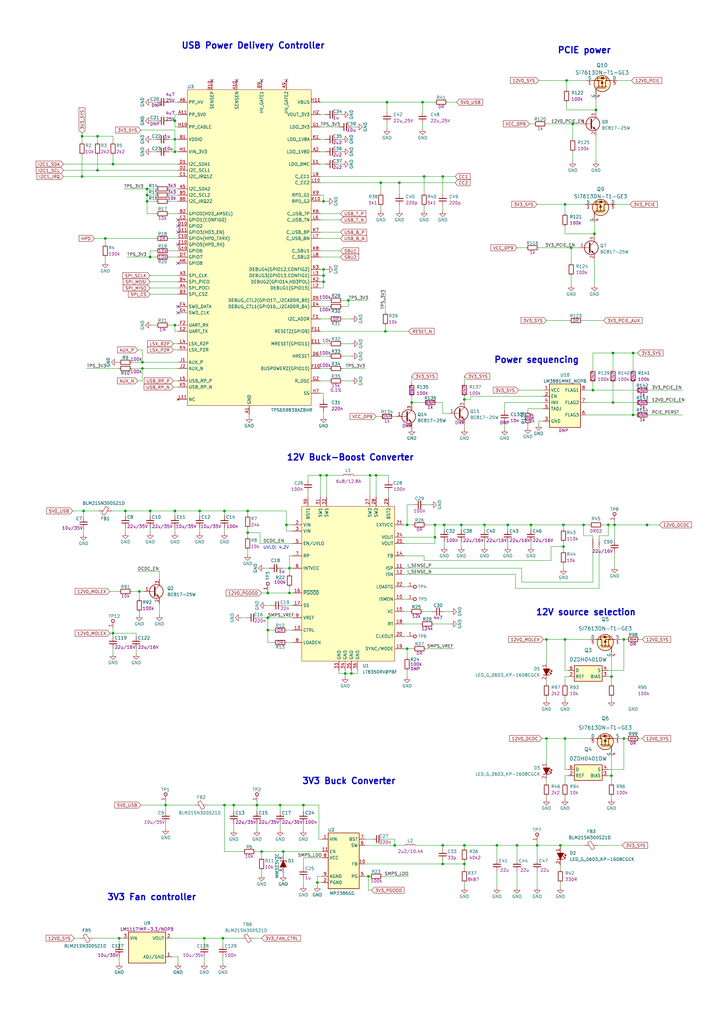
<source format=kicad_sch>
(kicad_sch (version 20211123) (generator eeschema)
  (paper "A3" portrait)
  (title_block (date "2023-05-09") (rev "1.1.0") (comment 1 "www.antmicro.com") (comment 2 "Antmicro Ltd."))
  (lib_symbols
    (symbol "BC817-25W_1" (pin_names (offset 0) hide)
      (property "Reference" "Q" (at 22.86 0 0))
      (property "Value" "BC817-25W_1" (at 22.86 -2.54 0))
      (symbol "BC817-25W_1_1_1"
        (pin input line (at 0 0 0) (length 2.54) (name "B") (number "1"))
        (pin passive line (at 6.35 -5.08 90) (length 2.54) (name "E") (number "2"))
        (pin passive line (at 6.35 5.08 270) (length 2.54) (name "C") (number "3"))
      )
    )
    (symbol "BLM21SN300SZ1D_1" (pin_numbers hide) (pin_names hide)
      (property "Reference" "FB" (at 13.97 0 0))
      (property "Value" "BLM21SN300SZ1D_1" (at 13.97 -2.54 0))
      (symbol "BLM21SN300SZ1D_1_1_1"
        (pin passive line (at 0 0 0) (length 1.27) (name "~") (number "1"))
        (pin passive line (at 5.08 0 180) (length 1.27) (name "~") (number "2"))
      )
    )
    (symbol "BLM21SN300SZ1D_2" (pin_numbers hide) (pin_names hide)
      (property "Reference" "FB" (at 13.97 0 0))
      (property "Value" "BLM21SN300SZ1D_2" (at 13.97 -2.54 0))
      (symbol "BLM21SN300SZ1D_2_1_1"
        (pin passive line (at 0 0 0) (length 1.27) (name "~") (number "1"))
        (pin passive line (at 5.08 0 180) (length 1.27) (name "~") (number "2"))
      )
    )
    (symbol "C_100n_0402_1" (pin_numbers hide) (pin_names hide)
      (property "Reference" "C" (at 20.32 -5.08 0))
      (property "Val" "100n" (at 20.32 -7.62 0))
      (symbol "C_100n_0402_1_1_1"
        (pin passive line (at 0 0 0) (length 2.032) (name "~") (number "1"))
        (pin passive line (at 5.08 0 180) (length 2.032) (name "~") (number "2"))
      )
    )
    (symbol "C_100n_0402_2" (pin_numbers hide) (pin_names hide)
      (property "Reference" "C" (at 20.32 -5.08 0))
      (property "Val" "100n" (at 20.32 -7.62 0))
      (symbol "C_100n_0402_2_1_1"
        (pin passive line (at 0 0 0) (length 2.032) (name "~") (number "1"))
        (pin passive line (at 5.08 0 180) (length 2.032) (name "~") (number "2"))
      )
    )
    (symbol "C_100n_0402_3" (pin_numbers hide) (pin_names hide)
      (property "Reference" "C" (at 20.32 -5.08 0))
      (property "Val" "100n" (at 20.32 -7.62 0))
      (symbol "C_100n_0402_3_1_1"
        (pin passive line (at 0 0 0) (length 2.032) (name "~") (number "1"))
        (pin passive line (at 5.08 0 180) (length 2.032) (name "~") (number "2"))
      )
    )
    (symbol "C_100n_0402_4" (pin_numbers hide) (pin_names hide)
      (property "Reference" "C" (at 20.32 -5.08 0))
      (property "Val" "100n" (at 20.32 -7.62 0))
      (symbol "C_100n_0402_4_1_1"
        (pin passive line (at 0 0 0) (length 2.032) (name "~") (number "1"))
        (pin passive line (at 5.08 0 180) (length 2.032) (name "~") (number "2"))
      )
    )
    (symbol "C_100n_0402_5" (pin_numbers hide) (pin_names hide)
      (property "Reference" "C" (at 20.32 -5.08 0))
      (property "Val" "100n" (at 20.32 -7.62 0))
      (symbol "C_100n_0402_5_1_1"
        (pin passive line (at 0 0 0) (length 2.032) (name "~") (number "1"))
        (pin passive line (at 5.08 0 180) (length 2.032) (name "~") (number "2"))
      )
    )
    (symbol "C_10u_0402_1" (pin_numbers hide) (pin_names hide)
      (property "Reference" "C" (at 20.32 -5.08 0))
      (property "Val" "10u" (at 20.32 -7.62 0))
      (symbol "C_10u_0402_1_1_1"
        (pin passive line (at 0 0 0) (length 2.032) (name "~") (number "1"))
        (pin passive line (at 5.08 0 180) (length 2.032) (name "~") (number "2"))
      )
    )
    (symbol "C_10u_0805_35V_1" (pin_numbers hide) (pin_names hide)
      (property "Reference" "C" (at 20.32 -5.08 0))
      (property "Val" "10u/35V" (at 20.32 -7.62 0))
      (symbol "C_10u_0805_35V_1_1_1"
        (pin passive line (at 0 0 0) (length 2.032) (name "~") (number "1"))
        (pin passive line (at 5.08 0 180) (length 2.032) (name "~") (number "2"))
      )
    )
    (symbol "C_10u_0805_35V_2" (pin_numbers hide) (pin_names hide)
      (property "Reference" "C" (at 20.32 -5.08 0))
      (property "Val" "10u/35V" (at 20.32 -7.62 0))
      (symbol "C_10u_0805_35V_2_1_1"
        (pin passive line (at 0 0 0) (length 2.032) (name "~") (number "1"))
        (pin passive line (at 5.08 0 180) (length 2.032) (name "~") (number "2"))
      )
    )
    (symbol "C_10u_0805_35V_3" (pin_numbers hide) (pin_names hide)
      (property "Reference" "C" (at 20.32 -5.08 0))
      (property "Val" "10u/35V" (at 20.32 -7.62 0))
      (symbol "C_10u_0805_35V_3_1_1"
        (pin passive line (at 0 0 0) (length 2.032) (name "~") (number "1"))
        (pin passive line (at 5.08 0 180) (length 2.032) (name "~") (number "2"))
      )
    )
    (symbol "C_1u_0402_1" (pin_numbers hide) (pin_names hide)
      (property "Reference" "C" (at 20.32 -5.08 0))
      (property "Val" "1u" (at 20.32 -7.62 0))
      (symbol "C_1u_0402_1_1_1"
        (pin passive line (at 0 0 0) (length 2.032) (name "~") (number "1"))
        (pin passive line (at 5.08 0 180) (length 2.032) (name "~") (number "2"))
      )
    )
    (symbol "C_1u_0402_2" (pin_numbers hide) (pin_names hide)
      (property "Reference" "C" (at 20.32 -5.08 0))
      (property "Val" "1u" (at 20.32 -7.62 0))
      (symbol "C_1u_0402_2_1_1"
        (pin passive line (at 0 0 0) (length 2.032) (name "~") (number "1"))
        (pin passive line (at 5.08 0 180) (length 2.032) (name "~") (number "2"))
      )
    )
    (symbol "C_1u_0402_3" (pin_numbers hide) (pin_names hide)
      (property "Reference" "C" (at 20.32 -5.08 0))
      (property "Val" "1u" (at 20.32 -7.62 0))
      (symbol "C_1u_0402_3_1_1"
        (pin passive line (at 0 0 0) (length 2.032) (name "~") (number "1"))
        (pin passive line (at 5.08 0 180) (length 2.032) (name "~") (number "2"))
      )
    )
    (symbol "C_220n_0402_1" (pin_numbers hide) (pin_names hide)
      (property "Reference" "C" (at 20.32 -5.08 0))
      (property "Val" "220n" (at 20.32 -7.62 0))
      (symbol "C_220n_0402_1_1_1"
        (pin passive line (at 0 0 0) (length 2.032) (name "~") (number "1"))
        (pin passive line (at 5.08 0 180) (length 2.032) (name "~") (number "2"))
      )
    )
    (symbol "C_220n_0402_2" (pin_numbers hide) (pin_names hide)
      (property "Reference" "C" (at 20.32 -5.08 0))
      (property "Val" "220n" (at 20.32 -7.62 0))
      (symbol "C_220n_0402_2_1_1"
        (pin passive line (at 0 0 0) (length 2.032) (name "~") (number "1"))
        (pin passive line (at 5.08 0 180) (length 2.032) (name "~") (number "2"))
      )
    )
    (symbol "C_220p_0402_1" (pin_numbers hide) (pin_names hide)
      (property "Reference" "C" (at 20.32 -5.08 0))
      (property "Val" "220p" (at 20.32 -7.62 0))
      (symbol "C_220p_0402_1_1_1"
        (pin passive line (at 0 0 0) (length 2.032) (name "~") (number "1"))
        (pin passive line (at 5.08 0 180) (length 2.032) (name "~") (number "2"))
      )
    )
    (symbol "C_22u_0603_1" (pin_numbers hide) (pin_names hide)
      (property "Reference" "C" (at 20.32 -5.08 0))
      (property "Val" "22u" (at 20.32 -7.62 0))
      (symbol "C_22u_0603_1_1_1"
        (pin passive line (at 0 0 0) (length 2.032) (name "~") (number "1"))
        (pin passive line (at 5.08 0 180) (length 2.032) (name "~") (number "2"))
      )
    )
    (symbol "C_22u_0603_2" (pin_numbers hide) (pin_names hide)
      (property "Reference" "C" (at 20.32 -5.08 0))
      (property "Val" "22u" (at 20.32 -7.62 0))
      (symbol "C_22u_0603_2_1_1"
        (pin passive line (at 0 0 0) (length 2.032) (name "~") (number "1"))
        (pin passive line (at 5.08 0 180) (length 2.032) (name "~") (number "2"))
      )
    )
    (symbol "C_22u_1206_35V_1" (pin_numbers hide) (pin_names hide)
      (property "Reference" "C" (at 20.32 -5.08 0))
      (property "Val" "22u/35V" (at 20.32 -7.62 0))
      (symbol "C_22u_1206_35V_1_1_1"
        (pin passive line (at 0 0 0) (length 2.032) (name "~") (number "1"))
        (pin passive line (at 5.08 0 180) (length 2.032) (name "~") (number "2"))
      )
    )
    (symbol "C_22u_1206_35V_2" (pin_numbers hide) (pin_names hide)
      (property "Reference" "C" (at 20.32 -5.08 0))
      (property "Val" "22u/35V" (at 20.32 -7.62 0))
      (symbol "C_22u_1206_35V_2_1_1"
        (pin passive line (at 0 0 0) (length 2.032) (name "~") (number "1"))
        (pin passive line (at 5.08 0 180) (length 2.032) (name "~") (number "2"))
      )
    )
    (symbol "C_22u_1206_35V_3" (pin_numbers hide) (pin_names hide)
      (property "Reference" "C" (at 20.32 -5.08 0))
      (property "Val" "22u/35V" (at 20.32 -7.62 0))
      (symbol "C_22u_1206_35V_3_1_1"
        (pin passive line (at 0 0 0) (length 2.032) (name "~") (number "1"))
        (pin passive line (at 5.08 0 180) (length 2.032) (name "~") (number "2"))
      )
    )
    (symbol "C_22u_1206_35V_4" (pin_numbers hide) (pin_names hide)
      (property "Reference" "C" (at 20.32 -5.08 0))
      (property "Val" "22u/35V" (at 20.32 -7.62 0))
      (symbol "C_22u_1206_35V_4_1_1"
        (pin passive line (at 0 0 0) (length 2.032) (name "~") (number "1"))
        (pin passive line (at 5.08 0 180) (length 2.032) (name "~") (number "2"))
      )
    )
    (symbol "C_22u_16V_0603_1" (pin_numbers hide) (pin_names hide)
      (property "Reference" "C" (at 20.32 -5.08 0))
      (property "Val" "22u/16V" (at 20.32 -7.62 0))
      (symbol "C_22u_16V_0603_1_1_1"
        (pin passive line (at 0 0 0) (length 2.032) (name "~") (number "1"))
        (pin passive line (at 5.08 0 180) (length 2.032) (name "~") (number "2"))
      )
    )
    (symbol "C_22u_16V_0603_2" (pin_numbers hide) (pin_names hide)
      (property "Reference" "C" (at 20.32 -5.08 0))
      (property "Val" "22u/16V" (at 20.32 -7.62 0))
      (symbol "C_22u_16V_0603_2_1_1"
        (pin passive line (at 0 0 0) (length 2.032) (name "~") (number "1"))
        (pin passive line (at 5.08 0 180) (length 2.032) (name "~") (number "2"))
      )
    )
    (symbol "C_22u_16V_0603_3" (pin_numbers hide) (pin_names hide)
      (property "Reference" "C" (at 20.32 -5.08 0))
      (property "Val" "22u/16V" (at 20.32 -7.62 0))
      (symbol "C_22u_16V_0603_3_1_1"
        (pin passive line (at 0 0 0) (length 2.032) (name "~") (number "1"))
        (pin passive line (at 5.08 0 180) (length 2.032) (name "~") (number "2"))
      )
    )
    (symbol "C_22u_16V_0603_4" (pin_numbers hide) (pin_names hide)
      (property "Reference" "C" (at 20.32 -5.08 0))
      (property "Val" "22u/16V" (at 20.32 -7.62 0))
      (symbol "C_22u_16V_0603_4_1_1"
        (pin passive line (at 0 0 0) (length 2.032) (name "~") (number "1"))
        (pin passive line (at 5.08 0 180) (length 2.032) (name "~") (number "2"))
      )
    )
    (symbol "C_22u_16V_0603_5" (pin_numbers hide) (pin_names hide)
      (property "Reference" "C" (at 20.32 -5.08 0))
      (property "Val" "22u/16V" (at 20.32 -7.62 0))
      (symbol "C_22u_16V_0603_5_1_1"
        (pin passive line (at 0 0 0) (length 2.032) (name "~") (number "1"))
        (pin passive line (at 5.08 0 180) (length 2.032) (name "~") (number "2"))
      )
    )
    (symbol "C_22u_16V_0603_6" (pin_numbers hide) (pin_names hide)
      (property "Reference" "C" (at 20.32 -5.08 0))
      (property "Val" "22u/16V" (at 20.32 -7.62 0))
      (symbol "C_22u_16V_0603_6_1_1"
        (pin passive line (at 0 0 0) (length 2.032) (name "~") (number "1"))
        (pin passive line (at 5.08 0 180) (length 2.032) (name "~") (number "2"))
      )
    )
    (symbol "C_22u_25V_0805_1" (pin_numbers hide) (pin_names hide)
      (property "Reference" "C" (at 20.32 -5.08 0))
      (property "Val" "22u_25V" (at 20.32 -7.62 0))
      (symbol "C_22u_25V_0805_1_1_1"
        (pin passive line (at 0 0 0) (length 2.032) (name "~") (number "1"))
        (pin passive line (at 5.08 0 180) (length 2.032) (name "~") (number "2"))
      )
    )
    (symbol "C_2u2_0402_1" (pin_numbers hide) (pin_names hide)
      (property "Reference" "C" (at 20.32 -5.08 0))
      (property "Val" "2u2" (at 20.32 -7.62 0))
      (symbol "C_2u2_0402_1_1_1"
        (pin passive line (at 0 0 0) (length 2.032) (name "~") (number "1"))
        (pin passive line (at 5.08 0 180) (length 2.032) (name "~") (number "2"))
      )
    )
    (symbol "C_2u2_0402_2" (pin_numbers hide) (pin_names hide)
      (property "Reference" "C" (at 20.32 -5.08 0))
      (property "Val" "2u2" (at 20.32 -7.62 0))
      (symbol "C_2u2_0402_2_1_1"
        (pin passive line (at 0 0 0) (length 2.032) (name "~") (number "1"))
        (pin passive line (at 5.08 0 180) (length 2.032) (name "~") (number "2"))
      )
    )
    (symbol "C_4u7_25V_0402_1" (pin_numbers hide) (pin_names hide)
      (property "Reference" "C" (at 20.32 -5.08 0))
      (property "Val" "4u7" (at 20.32 -7.62 0))
      (symbol "C_4u7_25V_0402_1_1_1"
        (pin passive line (at 0 0 0) (length 2.032) (name "~") (number "1"))
        (pin passive line (at 5.08 0 180) (length 2.032) (name "~") (number "2"))
      )
    )
    (symbol "DZDH0401DW_1"
      (property "Reference" "Q" (at 30.48 -5.08 0))
      (property "Value" "DZDH0401DW_1" (at 30.48 -7.62 0))
      (symbol "DZDH0401DW_1_1_1"
        (pin input line (at 0 -2.54 0) (length 2.54) (name "REF") (number "2"))
        (pin output line (at 16.51 -2.54 180) (length 2.54) (name "BIAS") (number "3"))
        (pin power_in line (at 16.51 0 180) (length 2.54) (name "S") (number "4"))
        (pin power_in line (at 0 0 0) (length 2.54) (name "D") (number "6"))
      )
    )
    (symbol "LED_G_0603_KP-1608CGCK_1" (pin_names hide)
      (property "Reference" "D" (at 22.86 -5.08 0))
      (property "Value" "LED_G_0603_KP-1608CGCK_1" (at 22.86 -7.62 0))
      (symbol "LED_G_0603_KP-1608CGCK_1_1_1"
        (pin passive line (at 0 0 0) (length 2.54) (name "1") (number "1"))
        (pin passive line (at 7.62 0 180) (length 2.54) (name "2") (number "2"))
      )
    )
    (symbol "LED_G_0603_KP-1608CGCK_2" (pin_names hide)
      (property "Reference" "D" (at 22.86 -5.08 0))
      (property "Value" "LED_G_0603_KP-1608CGCK_2" (at 22.86 -7.62 0))
      (symbol "LED_G_0603_KP-1608CGCK_2_1_1"
        (pin passive line (at 0 0 0) (length 2.54) (name "1") (number "1"))
        (pin passive line (at 7.62 0 180) (length 2.54) (name "2") (number "2"))
      )
    )
    (symbol "R_0R_0402_1" (pin_numbers hide) (pin_names hide)
      (property "Reference" "R" (at 20.32 -5.08 0))
      (property "Val" "0R" (at 20.32 -7.62 0))
      (property "Current" "1A" (at 20.32 -30.48 0))
      (symbol "R_0R_0402_1_1_1"
        (pin passive line (at 0 0 0) (length 0.635) (name "~") (number "1"))
        (pin passive line (at 5.08 0 180) (length 0.635) (name "~") (number "2"))
      )
    )
    (symbol "R_0R_0402_2" (pin_numbers hide) (pin_names hide)
      (property "Reference" "R" (at 20.32 -5.08 0))
      (property "Val" "0R" (at 20.32 -7.62 0))
      (property "Current" "1A" (at 20.32 -30.48 0))
      (symbol "R_0R_0402_2_1_1"
        (pin passive line (at 0 0 0) (length 0.635) (name "~") (number "1"))
        (pin passive line (at 5.08 0 180) (length 0.635) (name "~") (number "2"))
      )
    )
    (symbol "R_0R_0402_3" (pin_numbers hide) (pin_names hide)
      (property "Reference" "R" (at 20.32 -5.08 0))
      (property "Val" "0R" (at 20.32 -7.62 0))
      (property "Current" "1A" (at 20.32 -30.48 0))
      (symbol "R_0R_0402_3_1_1"
        (pin passive line (at 0 0 0) (length 0.635) (name "~") (number "1"))
        (pin passive line (at 5.08 0 180) (length 0.635) (name "~") (number "2"))
      )
    )
    (symbol "R_0R_0402_4" (pin_numbers hide) (pin_names hide)
      (property "Reference" "R" (at 20.32 -5.08 0))
      (property "Val" "0R" (at 20.32 -7.62 0))
      (property "Current" "1A" (at 20.32 -30.48 0))
      (symbol "R_0R_0402_4_1_1"
        (pin passive line (at 0 0 0) (length 0.635) (name "~") (number "1"))
        (pin passive line (at 5.08 0 180) (length 0.635) (name "~") (number "2"))
      )
    )
    (symbol "R_0R_0402_5" (pin_numbers hide) (pin_names hide)
      (property "Reference" "R" (at 20.32 -5.08 0))
      (property "Val" "0R" (at 20.32 -7.62 0))
      (property "Current" "1A" (at 20.32 -30.48 0))
      (symbol "R_0R_0402_5_1_1"
        (pin passive line (at 0 0 0) (length 0.635) (name "~") (number "1"))
        (pin passive line (at 5.08 0 180) (length 0.635) (name "~") (number "2"))
      )
    )
    (symbol "R_100k_0402_1" (pin_numbers hide) (pin_names hide)
      (property "Reference" "R" (at 20.32 -5.08 0))
      (property "Val" "100k" (at 20.32 -7.62 0))
      (symbol "R_100k_0402_1_1_1"
        (pin passive line (at 0 0 0) (length 0.635) (name "~") (number "1"))
        (pin passive line (at 5.08 0 180) (length 0.635) (name "~") (number "2"))
      )
    )
    (symbol "R_100k_0402_10" (pin_numbers hide) (pin_names hide)
      (property "Reference" "R" (at 20.32 -5.08 0))
      (property "Val" "100k" (at 20.32 -7.62 0))
      (symbol "R_100k_0402_10_1_1"
        (pin passive line (at 0 0 0) (length 0.635) (name "~") (number "1"))
        (pin passive line (at 5.08 0 180) (length 0.635) (name "~") (number "2"))
      )
    )
    (symbol "R_100k_0402_11" (pin_numbers hide) (pin_names hide)
      (property "Reference" "R" (at 20.32 -5.08 0))
      (property "Val" "100k" (at 20.32 -7.62 0))
      (symbol "R_100k_0402_11_1_1"
        (pin passive line (at 0 0 0) (length 0.635) (name "~") (number "1"))
        (pin passive line (at 5.08 0 180) (length 0.635) (name "~") (number "2"))
      )
    )
    (symbol "R_100k_0402_12" (pin_numbers hide) (pin_names hide)
      (property "Reference" "R" (at 20.32 -5.08 0))
      (property "Val" "100k" (at 20.32 -7.62 0))
      (symbol "R_100k_0402_12_1_1"
        (pin passive line (at 0 0 0) (length 0.635) (name "~") (number "1"))
        (pin passive line (at 5.08 0 180) (length 0.635) (name "~") (number "2"))
      )
    )
    (symbol "R_100k_0402_2" (pin_numbers hide) (pin_names hide)
      (property "Reference" "R" (at 20.32 -5.08 0))
      (property "Val" "100k" (at 20.32 -7.62 0))
      (symbol "R_100k_0402_2_1_1"
        (pin passive line (at 0 0 0) (length 0.635) (name "~") (number "1"))
        (pin passive line (at 5.08 0 180) (length 0.635) (name "~") (number "2"))
      )
    )
    (symbol "R_100k_0402_3" (pin_numbers hide) (pin_names hide)
      (property "Reference" "R" (at 20.32 -5.08 0))
      (property "Val" "100k" (at 20.32 -7.62 0))
      (symbol "R_100k_0402_3_1_1"
        (pin passive line (at 0 0 0) (length 0.635) (name "~") (number "1"))
        (pin passive line (at 5.08 0 180) (length 0.635) (name "~") (number "2"))
      )
    )
    (symbol "R_100k_0402_4" (pin_numbers hide) (pin_names hide)
      (property "Reference" "R" (at 20.32 -5.08 0))
      (property "Val" "100k" (at 20.32 -7.62 0))
      (symbol "R_100k_0402_4_1_1"
        (pin passive line (at 0 0 0) (length 0.635) (name "~") (number "1"))
        (pin passive line (at 5.08 0 180) (length 0.635) (name "~") (number "2"))
      )
    )
    (symbol "R_100k_0402_5" (pin_numbers hide) (pin_names hide)
      (property "Reference" "R" (at 20.32 -5.08 0))
      (property "Val" "100k" (at 20.32 -7.62 0))
      (symbol "R_100k_0402_5_1_1"
        (pin passive line (at 0 0 0) (length 0.635) (name "~") (number "1"))
        (pin passive line (at 5.08 0 180) (length 0.635) (name "~") (number "2"))
      )
    )
    (symbol "R_100k_0402_6" (pin_numbers hide) (pin_names hide)
      (property "Reference" "R" (at 20.32 -5.08 0))
      (property "Val" "100k" (at 20.32 -7.62 0))
      (symbol "R_100k_0402_6_1_1"
        (pin passive line (at 0 0 0) (length 0.635) (name "~") (number "1"))
        (pin passive line (at 5.08 0 180) (length 0.635) (name "~") (number "2"))
      )
    )
    (symbol "R_100k_0402_7" (pin_numbers hide) (pin_names hide)
      (property "Reference" "R" (at 20.32 -5.08 0))
      (property "Val" "100k" (at 20.32 -7.62 0))
      (symbol "R_100k_0402_7_1_1"
        (pin passive line (at 0 0 0) (length 0.635) (name "~") (number "1"))
        (pin passive line (at 5.08 0 180) (length 0.635) (name "~") (number "2"))
      )
    )
    (symbol "R_100k_0402_8" (pin_numbers hide) (pin_names hide)
      (property "Reference" "R" (at 20.32 -5.08 0))
      (property "Val" "100k" (at 20.32 -7.62 0))
      (symbol "R_100k_0402_8_1_1"
        (pin passive line (at 0 0 0) (length 0.635) (name "~") (number "1"))
        (pin passive line (at 5.08 0 180) (length 0.635) (name "~") (number "2"))
      )
    )
    (symbol "R_100k_0402_9" (pin_numbers hide) (pin_names hide)
      (property "Reference" "R" (at 20.32 -5.08 0))
      (property "Val" "100k" (at 20.32 -7.62 0))
      (symbol "R_100k_0402_9_1_1"
        (pin passive line (at 0 0 0) (length 0.635) (name "~") (number "1"))
        (pin passive line (at 5.08 0 180) (length 0.635) (name "~") (number "2"))
      )
    )
    (symbol "R_10k_0402_1" (pin_numbers hide) (pin_names hide)
      (property "Reference" "R" (at 20.32 -5.08 0))
      (property "Val" "10k" (at 20.32 -7.62 0))
      (symbol "R_10k_0402_1_1_1"
        (pin passive line (at 0 0 0) (length 0.635) (name "~") (number "1"))
        (pin passive line (at 5.08 0 180) (length 0.635) (name "~") (number "2"))
      )
    )
    (symbol "R_10k_0402_10" (pin_numbers hide) (pin_names hide)
      (property "Reference" "R" (at 20.32 -5.08 0))
      (property "Val" "10k" (at 20.32 -7.62 0))
      (symbol "R_10k_0402_10_1_1"
        (pin passive line (at 0 0 0) (length 0.635) (name "~") (number "1"))
        (pin passive line (at 5.08 0 180) (length 0.635) (name "~") (number "2"))
      )
    )
    (symbol "R_10k_0402_11" (pin_numbers hide) (pin_names hide)
      (property "Reference" "R" (at 20.32 -5.08 0))
      (property "Val" "10k" (at 20.32 -7.62 0))
      (symbol "R_10k_0402_11_1_1"
        (pin passive line (at 0 0 0) (length 0.635) (name "~") (number "1"))
        (pin passive line (at 5.08 0 180) (length 0.635) (name "~") (number "2"))
      )
    )
    (symbol "R_10k_0402_12" (pin_numbers hide) (pin_names hide)
      (property "Reference" "R" (at 20.32 -5.08 0))
      (property "Val" "10k" (at 20.32 -7.62 0))
      (symbol "R_10k_0402_12_1_1"
        (pin passive line (at 0 0 0) (length 0.635) (name "~") (number "1"))
        (pin passive line (at 5.08 0 180) (length 0.635) (name "~") (number "2"))
      )
    )
    (symbol "R_10k_0402_13" (pin_numbers hide) (pin_names hide)
      (property "Reference" "R" (at 20.32 -5.08 0))
      (property "Val" "10k" (at 20.32 -7.62 0))
      (symbol "R_10k_0402_13_1_1"
        (pin passive line (at 0 0 0) (length 0.635) (name "~") (number "1"))
        (pin passive line (at 5.08 0 180) (length 0.635) (name "~") (number "2"))
      )
    )
    (symbol "R_10k_0402_2" (pin_numbers hide) (pin_names hide)
      (property "Reference" "R" (at 20.32 -5.08 0))
      (property "Val" "10k" (at 20.32 -7.62 0))
      (symbol "R_10k_0402_2_1_1"
        (pin passive line (at 0 0 0) (length 0.635) (name "~") (number "1"))
        (pin passive line (at 5.08 0 180) (length 0.635) (name "~") (number "2"))
      )
    )
    (symbol "R_10k_0402_3" (pin_numbers hide) (pin_names hide)
      (property "Reference" "R" (at 20.32 -5.08 0))
      (property "Val" "10k" (at 20.32 -7.62 0))
      (symbol "R_10k_0402_3_1_1"
        (pin passive line (at 0 0 0) (length 0.635) (name "~") (number "1"))
        (pin passive line (at 5.08 0 180) (length 0.635) (name "~") (number "2"))
      )
    )
    (symbol "R_10k_0402_4" (pin_numbers hide) (pin_names hide)
      (property "Reference" "R" (at 20.32 -5.08 0))
      (property "Val" "10k" (at 20.32 -7.62 0))
      (symbol "R_10k_0402_4_1_1"
        (pin passive line (at 0 0 0) (length 0.635) (name "~") (number "1"))
        (pin passive line (at 5.08 0 180) (length 0.635) (name "~") (number "2"))
      )
    )
    (symbol "R_10k_0402_5" (pin_numbers hide) (pin_names hide)
      (property "Reference" "R" (at 20.32 -5.08 0))
      (property "Val" "10k" (at 20.32 -7.62 0))
      (symbol "R_10k_0402_5_1_1"
        (pin passive line (at 0 0 0) (length 0.635) (name "~") (number "1"))
        (pin passive line (at 5.08 0 180) (length 0.635) (name "~") (number "2"))
      )
    )
    (symbol "R_10k_0402_6" (pin_numbers hide) (pin_names hide)
      (property "Reference" "R" (at 20.32 -5.08 0))
      (property "Val" "10k" (at 20.32 -7.62 0))
      (symbol "R_10k_0402_6_1_1"
        (pin passive line (at 0 0 0) (length 0.635) (name "~") (number "1"))
        (pin passive line (at 5.08 0 180) (length 0.635) (name "~") (number "2"))
      )
    )
    (symbol "R_10k_0402_7" (pin_numbers hide) (pin_names hide)
      (property "Reference" "R" (at 20.32 -5.08 0))
      (property "Val" "10k" (at 20.32 -7.62 0))
      (symbol "R_10k_0402_7_1_1"
        (pin passive line (at 0 0 0) (length 0.635) (name "~") (number "1"))
        (pin passive line (at 5.08 0 180) (length 0.635) (name "~") (number "2"))
      )
    )
    (symbol "R_10k_0402_8" (pin_numbers hide) (pin_names hide)
      (property "Reference" "R" (at 20.32 -5.08 0))
      (property "Val" "10k" (at 20.32 -7.62 0))
      (symbol "R_10k_0402_8_1_1"
        (pin passive line (at 0 0 0) (length 0.635) (name "~") (number "1"))
        (pin passive line (at 5.08 0 180) (length 0.635) (name "~") (number "2"))
      )
    )
    (symbol "R_10k_0402_9" (pin_numbers hide) (pin_names hide)
      (property "Reference" "R" (at 20.32 -5.08 0))
      (property "Val" "10k" (at 20.32 -7.62 0))
      (symbol "R_10k_0402_9_1_1"
        (pin passive line (at 0 0 0) (length 0.635) (name "~") (number "1"))
        (pin passive line (at 5.08 0 180) (length 0.635) (name "~") (number "2"))
      )
    )
    (symbol "R_2k2_0402_1" (pin_numbers hide) (pin_names hide)
      (property "Reference" "R" (at 20.32 -5.08 0))
      (property "Val" "2k2" (at 20.32 -7.62 0))
      (symbol "R_2k2_0402_1_1_1"
        (pin passive line (at 0 0 0) (length 0.635) (name "~") (number "1"))
        (pin passive line (at 5.08 0 180) (length 0.635) (name "~") (number "2"))
      )
    )
    (symbol "R_2k2_0402_2" (pin_numbers hide) (pin_names hide)
      (property "Reference" "R" (at 20.32 -5.08 0))
      (property "Val" "2k2" (at 20.32 -7.62 0))
      (symbol "R_2k2_0402_2_1_1"
        (pin passive line (at 0 0 0) (length 0.635) (name "~") (number "1"))
        (pin passive line (at 5.08 0 180) (length 0.635) (name "~") (number "2"))
      )
    )
    (symbol "R_2k2_0402_3" (pin_numbers hide) (pin_names hide)
      (property "Reference" "R" (at 20.32 -5.08 0))
      (property "Val" "2k2" (at 20.32 -7.62 0))
      (symbol "R_2k2_0402_3_1_1"
        (pin passive line (at 0 0 0) (length 0.635) (name "~") (number "1"))
        (pin passive line (at 5.08 0 180) (length 0.635) (name "~") (number "2"))
      )
    )
    (symbol "R_3k3_0402_1" (pin_numbers hide) (pin_names hide)
      (property "Reference" "R" (at 20.32 -5.08 0))
      (property "Val" "3k3" (at 20.32 -7.62 0))
      (symbol "R_3k3_0402_1_1_1"
        (pin passive line (at 0 0 0) (length 0.635) (name "~") (number "1"))
        (pin passive line (at 5.08 0 180) (length 0.635) (name "~") (number "2"))
      )
    )
    (symbol "R_5k1_0402_1" (pin_numbers hide) (pin_names hide)
      (property "Reference" "R" (at 20.32 -5.08 0))
      (property "Val" "5k1" (at 20.32 -7.62 0))
      (symbol "R_5k1_0402_1_1_1"
        (pin passive line (at 0 0 0) (length 0.635) (name "~") (number "1"))
        (pin passive line (at 5.08 0 180) (length 0.635) (name "~") (number "2"))
      )
    )
    (symbol "SI7613DN-T1-GE3_1" (pin_names (offset 0))
      (property "Reference" "Q" (at 15.24 5.08 0))
      (property "Value" "SI7613DN-T1-GE3_1" (at 15.24 2.54 0))
      (symbol "SI7613DN-T1-GE3_1_1_1"
        (pin bidirectional line (at 7.62 -3.81 90) (length 2.54) (name "S") (number "1"))
        (pin passive line (at 7.62 -3.81 90) (length 2.54) hide (name "S") (number "2"))
        (pin passive line (at 7.62 -3.81 90) (length 2.54) hide (name "S") (number "3"))
        (pin bidirectional line (at 0 0 0) (length 2.54) (name "G") (number "4"))
        (pin bidirectional line (at 7.62 8.89 270) (length 2.54) (name "D") (number "5"))
      )
    )
    (symbol "TP_0.75mm_SMD_1" (pin_names hide)
      (property "Reference" "TP" (at 15.24 -5.08 0))
      (symbol "TP_0.75mm_SMD_1_1_1"
        (pin passive line (at 0 0 0) (length 2.54) (name "1") (number "1"))
      )
    )
    (symbol "TP_1mm_SMD_1" (pin_names hide)
      (property "Reference" "TP" (at 15.24 -5.08 0))
      (property "Value" "TP_1mm_SMD_1" (at 15.24 -7.62 0))
      (symbol "TP_1mm_SMD_1_1_1"
        (pin passive line (at 0 0 0) (length 2.54) (name "1") (number "1"))
      )
    )
    (symbol "TP_1mm_SMD_2" (pin_names hide)
      (property "Reference" "TP" (at 15.24 -5.08 0))
      (property "Value" "TP_1mm_SMD_2" (at 15.24 -7.62 0))
      (symbol "TP_1mm_SMD_2_1_1"
        (pin passive line (at 0 0 0) (length 2.54) (name "1") (number "1"))
      )
    )
    (symbol "TP_1mm_SMD_3" (pin_names hide)
      (property "Reference" "TP" (at 15.24 -5.08 0))
      (property "Value" "TP_1mm_SMD_3" (at 15.24 -7.62 0))
      (symbol "TP_1mm_SMD_3_1_1"
        (pin passive line (at 0 0 0) (length 2.54) (name "1") (number "1"))
      )
    )
    (symbol "TP_1mm_SMD_4" (pin_names hide)
      (property "Reference" "TP" (at 15.24 -5.08 0))
      (property "Value" "TP_1mm_SMD_4" (at 15.24 -7.62 0))
      (symbol "TP_1mm_SMD_4_1_1"
        (pin passive line (at 0 0 0) (length 2.54) (name "1") (number "1"))
      )
    )
    (symbol "TP_1mm_SMD_5" (pin_names hide)
      (property "Reference" "TP" (at 15.24 -5.08 0))
      (property "Value" "TP_1mm_SMD_5" (at 15.24 -7.62 0))
      (symbol "TP_1mm_SMD_5_1_1"
        (pin passive line (at 0 0 0) (length 2.54) (name "1") (number "1"))
      )
    )
    (symbol "TP_1mm_SMD_6" (pin_names hide)
      (property "Reference" "TP" (at 15.24 -5.08 0))
      (property "Value" "TP_1mm_SMD_6" (at 15.24 -7.62 0))
      (symbol "TP_1mm_SMD_6_1_1"
        (pin passive line (at 0 0 0) (length 2.54) (name "1") (number "1"))
      )
    )
    (symbol "antmicroCapacitors0402:C_100n_0402" (pin_numbers hide) (pin_names hide)
      (property "Reference" "C" (at 20.32 -5.08 0))
      (property "Val" "100n" (at 20.32 -7.62 0))
      (symbol "C_100n_0402_1_1"
        (pin passive line (at 0 0 0) (length 2.032) (name "~") (number "1"))
        (pin passive line (at 5.08 0 180) (length 2.032) (name "~") (number "2"))
      )
    )
    (symbol "antmicroCapacitors0402:C_10n_0402" (pin_numbers hide) (pin_names hide)
      (property "Reference" "C" (at 20.32 -5.08 0))
      (property "Val" "10n" (at 20.32 -7.62 0))
      (symbol "C_10n_0402_1_1"
        (pin passive line (at 0 0 0) (length 2.032) (name "~") (number "1"))
        (pin passive line (at 5.08 0 180) (length 2.032) (name "~") (number "2"))
      )
    )
    (symbol "antmicroCapacitors0402:C_10u_0402" (pin_numbers hide) (pin_names hide)
      (property "Reference" "C" (at 20.32 -5.08 0))
      (property "Val" "10u" (at 20.32 -7.62 0))
      (symbol "C_10u_0402_1_1"
        (pin passive line (at 0 0 0) (length 2.032) (name "~") (number "1"))
        (pin passive line (at 5.08 0 180) (length 2.032) (name "~") (number "2"))
      )
    )
    (symbol "antmicroCapacitors0402:C_1u_0402" (pin_numbers hide) (pin_names hide)
      (property "Reference" "C" (at 20.32 -5.08 0))
      (property "Val" "1u" (at 20.32 -7.62 0))
      (symbol "C_1u_0402_1_1"
        (pin passive line (at 0 0 0) (length 2.032) (name "~") (number "1"))
        (pin passive line (at 5.08 0 180) (length 2.032) (name "~") (number "2"))
      )
    )
    (symbol "antmicroCapacitors0402:C_220n_0402" (pin_numbers hide) (pin_names hide)
      (property "Reference" "C" (at 20.32 -5.08 0))
      (property "Val" "220n" (at 20.32 -7.62 0))
      (symbol "C_220n_0402_1_1"
        (pin passive line (at 0 0 0) (length 2.032) (name "~") (number "1"))
        (pin passive line (at 5.08 0 180) (length 2.032) (name "~") (number "2"))
      )
    )
    (symbol "antmicroCapacitors0402:C_220p_0402" (pin_numbers hide) (pin_names hide)
      (property "Reference" "C" (at 20.32 -5.08 0))
      (property "Val" "220p" (at 20.32 -7.62 0))
      (symbol "C_220p_0402_1_1"
        (pin passive line (at 0 0 0) (length 2.032) (name "~") (number "1"))
        (pin passive line (at 5.08 0 180) (length 2.032) (name "~") (number "2"))
      )
    )
    (symbol "antmicroCapacitors0402:C_22n_0402" (pin_numbers hide) (pin_names hide)
      (property "Reference" "C" (at 20.32 -5.08 0))
      (property "Val" "22n" (at 20.32 -7.62 0))
      (symbol "C_22n_0402_1_1"
        (pin passive line (at 0 0 0) (length 2.032) (name "~") (number "1"))
        (pin passive line (at 5.08 0 180) (length 2.032) (name "~") (number "2"))
      )
    )
    (symbol "antmicroCapacitors0402:C_2u2_0402" (pin_numbers hide) (pin_names hide)
      (property "Reference" "C" (at 20.32 -5.08 0))
      (property "Val" "2u2" (at 20.32 -7.62 0))
      (symbol "C_2u2_0402_1_1"
        (pin passive line (at 0 0 0) (length 2.032) (name "~") (number "1"))
        (pin passive line (at 5.08 0 180) (length 2.032) (name "~") (number "2"))
      )
    )
    (symbol "antmicroCapacitors0402:C_33p_0402" (pin_numbers hide) (pin_names hide)
      (property "Reference" "C" (at 20.32 -5.08 0))
      (property "Val" "33p" (at 20.32 -7.62 0))
      (symbol "C_33p_0402_1_1"
        (pin passive line (at 0 0 0) (length 2.032) (name "~") (number "1"))
        (pin passive line (at 5.08 0 180) (length 2.032) (name "~") (number "2"))
      )
    )
    (symbol "antmicroCapacitors0402:C_4n7_0402" (pin_numbers hide) (pin_names hide)
      (property "Reference" "C" (at 20.32 -5.08 0))
      (property "Val" "4n7" (at 20.32 -7.62 0))
      (symbol "C_4n7_0402_1_1"
        (pin passive line (at 0 0 0) (length 2.032) (name "~") (number "1"))
        (pin passive line (at 5.08 0 180) (length 2.032) (name "~") (number "2"))
      )
    )
    (symbol "antmicroCapacitors0402:C_4u7_25V_0402" (pin_numbers hide) (pin_names hide)
      (property "Reference" "C" (at 20.32 -5.08 0))
      (property "Val" "4u7" (at 20.32 -7.62 0))
      (symbol "C_4u7_25V_0402_1_1"
        (pin passive line (at 0 0 0) (length 2.032) (name "~") (number "1"))
        (pin passive line (at 5.08 0 180) (length 2.032) (name "~") (number "2"))
      )
    )
    (symbol "antmicroCapacitors0603:C_22u_0603" (pin_numbers hide) (pin_names hide)
      (property "Reference" "C" (at 20.32 -5.08 0))
      (property "Val" "22u" (at 20.32 -7.62 0))
      (symbol "C_22u_0603_1_1"
        (pin passive line (at 0 0 0) (length 2.032) (name "~") (number "1"))
        (pin passive line (at 5.08 0 180) (length 2.032) (name "~") (number "2"))
      )
    )
    (symbol "antmicroCapacitors0603:C_22u_16V_0603" (pin_numbers hide) (pin_names hide)
      (property "Reference" "C" (at 20.32 -5.08 0))
      (property "Val" "22u/16V" (at 20.32 -7.62 0))
      (symbol "C_22u_16V_0603_1_1"
        (pin passive line (at 0 0 0) (length 2.032) (name "~") (number "1"))
        (pin passive line (at 5.08 0 180) (length 2.032) (name "~") (number "2"))
      )
    )
    (symbol "antmicroCapacitorsmisc:C_10u_0805_35V" (pin_numbers hide) (pin_names hide)
      (property "Reference" "C" (at 20.32 -5.08 0))
      (property "Val" "10u/35V" (at 20.32 -7.62 0))
      (symbol "C_10u_0805_35V_1_1"
        (pin passive line (at 0 0 0) (length 2.032) (name "~") (number "1"))
        (pin passive line (at 5.08 0 180) (length 2.032) (name "~") (number "2"))
      )
    )
    (symbol "antmicroCapacitorsmisc:C_22u_1206_35V" (pin_numbers hide) (pin_names hide)
      (property "Reference" "C" (at 20.32 -5.08 0))
      (property "Val" "22u/35V" (at 20.32 -7.62 0))
      (symbol "C_22u_1206_35V_1_1"
        (pin passive line (at 0 0 0) (length 2.032) (name "~") (number "1"))
        (pin passive line (at 5.08 0 180) (length 2.032) (name "~") (number "2"))
      )
    )
    (symbol "antmicroCapacitorsmisc:C_22u_25V_0805" (pin_numbers hide) (pin_names hide)
      (property "Reference" "C" (at 20.32 -5.08 0))
      (property "Val" "22u_25V" (at 20.32 -7.62 0))
      (symbol "C_22u_25V_0805_1_1"
        (pin passive line (at 0 0 0) (length 2.032) (name "~") (number "1"))
        (pin passive line (at 5.08 0 180) (length 2.032) (name "~") (number "2"))
      )
    )
    (symbol "antmicroDCDCConverters:LT8350RV#PBF"
      (property "Reference" "U" (at 3.81 -57.15 0))
      (property "Value" "LT8350RV#PBF" (at 27.94 -57.15 0))
      (symbol "LT8350RV#PBF_1_1"
        (pin output line (at 45.72 -30.48 180) (length 3.81) (name "ISMON") (number "10"))
        (pin input line (at 45.72 -17.78 180) (length 3.81) (name "ISP") (number "11"))
        (pin input line (at 45.72 -20.32 180) (length 3.81) (name "ISN") (number "12"))
        (pin input line (at 0 -43.18 0) (length 3.81) (name "CTRL") (number "13"))
        (pin input line (at 45.72 -12.7 180) (length 3.81) (name "FB") (number "14"))
        (pin output line (at 45.72 -35.56 180) (length 3.81) (name "VC") (number "15"))
        (pin open_collector line (at 0 -27.94 0) (length 3.81) (name "~{PGOOD}") (number "16"))
        (pin input line (at 0 -33.02 0) (length 3.81) (name "SS") (number "17"))
        (pin input line (at 45.72 -40.64 180) (length 3.81) (name "RT") (number "18"))
        (pin input line (at 45.72 -50.8 180) (length 3.81) (name "SYNC/MODE") (number "19"))
        (pin power_in line (at 0 0 0) (length 3.81) (name "VIN") (number "2"))
        (pin output line (at 45.72 -45.72 180) (length 3.81) (name "CLKOUT") (number "20"))
        (pin power_in line (at 45.72 0 180) (length 3.81) (name "EXTVCC") (number "21"))
        (pin output line (at 45.72 -25.4 180) (length 3.81) (name "LOADTG") (number "22"))
        (pin power_out line (at 45.72 -5.08 180) (length 3.81) (name "VOUT") (number "24"))
        (pin power_out line (at 45.72 -7.62 180) (length 3.81) (name "VOUT") (number "25"))
        (pin output line (at 31.75 11.43 270) (length 3.81) (name "SW2") (number "27"))
        (pin output line (at 34.29 11.43 270) (length 3.81) (name "SW2") (number "28"))
        (pin input line (at 39.37 11.43 270) (length 3.81) (name "BST2") (number "29"))
        (pin power_in line (at 0 -2.54 0) (length 3.81) (name "VIN") (number "3"))
        (pin input line (at 6.35 11.43 270) (length 3.81) (name "BST1") (number "30"))
        (pin output line (at 11.43 11.43 270) (length 3.81) (name "SW1") (number "31"))
        (pin output line (at 13.97 11.43 270) (length 3.81) (name "SW1") (number "32"))
        (pin power_in line (at 19.05 -59.69 90) (length 3.81) (name "GND") (number "33"))
        (pin power_in line (at 21.59 -59.69 90) (length 3.81) (name "GND") (number "34"))
        (pin power_in line (at 24.13 -59.69 90) (length 3.81) (name "GND") (number "35"))
        (pin power_in line (at 26.67 -59.69 90) (length 3.81) (name "GND") (number "36"))
        (pin input line (at 0 -7.62 0) (length 3.81) (name "EN/UVLO") (number "5"))
        (pin power_out line (at 0 -17.78 0) (length 3.81) (name "INTVCC") (number "6"))
        (pin unspecified line (at 0 -12.7 0) (length 3.81) (name "RP") (number "7"))
        (pin input line (at 0 -48.26 0) (length 3.81) (name "LOADEN") (number "8"))
        (pin power_out line (at 0 -38.1 0) (length 3.81) (name "VREF") (number "9"))
      )
    )
    (symbol "antmicroDCDCConverters:MP2386GG"
      (property "Reference" "U" (at 33.02 -5.08 0))
      (property "Value" "MP2386GG" (at 33.02 -7.62 0))
      (symbol "MP2386GG_1_1"
        (pin power_in line (at 0 0 0) (length 2.54) (name "VIN") (number "1"))
        (pin input line (at 17.78 -10.16 180) (length 2.54) (name "FB") (number "10"))
        (pin input line (at 0 -5.08 0) (length 2.54) (name "EN") (number "11"))
        (pin power_in line (at 0 -17.78 0) (length 2.54) (name "PGND") (number "2"))
        (pin passive line (at 0 -17.78 0) (length 2.54) hide (name "PGND") (number "3"))
        (pin passive line (at 0 -17.78 0) (length 2.54) hide (name "PGND") (number "4"))
        (pin open_collector line (at 17.78 -15.24 180) (length 2.54) (name "PG") (number "5"))
        (pin power_out line (at 17.78 -2.54 180) (length 2.54) (name "SW") (number "6"))
        (pin input line (at 17.78 0 180) (length 2.54) (name "BST") (number "7"))
        (pin power_out line (at 0 -7.62 0) (length 2.54) (name "VCC") (number "8"))
        (pin power_in line (at 0 -15.24 0) (length 2.54) (name "AGND") (number "9"))
      )
    )
    (symbol "antmicroDiodesZenerSingle:MM3Z3V3C" (pin_numbers hide) (pin_names (offset 0))
      (property "Reference" "D" (at 22.86 -5.08 0))
      (property "Value" "MM3Z3V3C" (at 22.86 -7.62 0))
      (symbol "MM3Z3V3C_1_1"
        (pin passive line (at 7.62 0 180) (length 2.54) (name "A") (number "A"))
        (pin passive line (at 0 0 0) (length 2.54) (name "K") (number "K"))
      )
    )
    (symbol "antmicroFerriteBeadsandChips:BLM21SN300SZ1D" (pin_numbers hide) (pin_names hide)
      (property "Reference" "FB" (at 13.97 0 0))
      (property "Value" "BLM21SN300SZ1D" (at 13.97 -2.54 0))
      (symbol "BLM21SN300SZ1D_1_1"
        (pin passive line (at 0 0 0) (length 1.27) (name "~") (number "1"))
        (pin passive line (at 5.08 0 180) (length 1.27) (name "~") (number "2"))
      )
    )
    (symbol "antmicroFixedInductors:L_2u2_10.4A_XAL5030" (pin_numbers hide) (pin_names hide)
      (property "Reference" "L" (at 13.97 0 0))
      (property "Val" "2u2/10.4A" (at 13.97 -5.08 0))
      (symbol "L_2u2_10.4A_XAL5030_1_1"
        (pin passive line (at 0 0 0) (length 0.508) (name "~") (number "1"))
        (pin passive line (at 5.08 0 180) (length 0.508) (name "~") (number "2"))
      )
    )
    (symbol "antmicroFixedInductors:L_6u8_12.8A_XAL7070" (pin_numbers hide) (pin_names hide)
      (property "Reference" "L" (at 13.97 0 0))
      (property "Val" "6u8/12.8A" (at 13.97 -5.08 0))
      (symbol "L_6u8_12.8A_XAL7070_1_1"
        (pin passive line (at 0 0 0) (length 0.508) (name "~") (number "1"))
        (pin passive line (at 5.08 0 180) (length 0.508) (name "~") (number "2"))
      )
    )
    (symbol "antmicroInterfaceControllers:TPS65983BAZBHR"
      (property "Reference" "U" (at 73.66 2.54 0))
      (property "Value" "TPS65983BAZBHR" (at 73.66 0 0))
      (symbol "TPS65983BAZBHR_1_1"
        (pin power_in line (at 29.21 -128.27 90) (length 3.81) (name "GND") (number "A1"))
        (pin input line (at 24.13 8.89 270) (length 3.81) (name "SENSEN") (number "A10"))
        (pin power_in line (at 0 -5.08 0) (length 3.81) (name "PP_5V0") (number "A11"))
        (pin power_out line (at 58.42 -20.32 180) (length 3.81) (name "LDO_1V8D") (number "A2"))
        (pin output line (at 0 -71.12 0) (length 3.81) (name "SPI_CLK") (number "A3"))
        (pin input line (at 0 -76.2 0) (length 3.81) (name "SPI_POCI") (number "A4"))
        (pin bidirectional line (at 0 -35.56 0) (length 3.81) (name "I2C_SDA2") (number "A5"))
        (pin power_in line (at 0 0 0) (length 3.81) (name "PP_HV") (number "A6"))
        (pin power_in line (at 0 0 0) (length 3.81) hide (name "PP_HV") (number "A7"))
        (pin power_in line (at 0 0 0) (length 3.81) hide (name "PP_HV") (number "A8"))
        (pin output line (at 44.45 8.89 270) (length 3.81) (name "HV_GATE2") (number "A9"))
        (pin power_in line (at 0 -15.24 0) (length 3.81) (name "VDDIO") (number "B1"))
        (pin input line (at 13.97 8.89 270) (length 3.81) (name "SENSEP") (number "B10"))
        (pin power_in line (at 0 -5.08 0) (length 3.81) hide (name "PP_5V0") (number "B11"))
        (pin bidirectional line (at 0 -45.72 0) (length 3.81) (name "GPIO0(HD3_AMSEL)") (number "B2"))
        (pin output line (at 0 -78.74 0) (length 3.81) (name "SPI_CSZ") (number "B3"))
        (pin output line (at 0 -73.66 0) (length 3.81) (name "SPI_PICO") (number "B4"))
        (pin bidirectional line (at 0 -38.1 0) (length 3.81) (name "I2C_SCL2") (number "B5"))
        (pin output line (at 0 -40.64 0) (length 3.81) (name "I2C_IRQ2Z") (number "B6"))
        (pin power_in line (at 0 0 0) (length 3.81) hide (name "PP_HV") (number "B7"))
        (pin power_in line (at 29.21 -128.27 90) (length 3.81) hide (name "GND") (number "B8"))
        (pin output line (at 34.29 8.89 270) (length 3.81) (name "HV_GATE1") (number "B9"))
        (pin output line (at 0 -30.48 0) (length 3.81) (name "I2C_IRQ1Z") (number "C1"))
        (pin bidirectional line (at 0 -55.88 0) (length 3.81) (name "GPIO4(HPD_TXRX)") (number "C10"))
        (pin power_in line (at 0 -5.08 0) (length 3.81) hide (name "PP_5V0") (number "C11"))
        (pin bidirectional line (at 0 -48.26 0) (length 3.81) (name "GPIO1(CONFIG0)") (number "C2"))
        (pin bidirectional line (at 0 -25.4 0) (length 3.81) (name "I2C_SDA1") (number "D1"))
        (pin bidirectional line (at 0 -50.8 0) (length 3.81) (name "GPIO2") (number "D10"))
        (pin power_in line (at 0 -5.08 0) (length 3.81) hide (name "PP_5V0") (number "D11"))
        (pin bidirectional line (at 0 -27.94 0) (length 3.81) (name "I2C_SCL1") (number "D2"))
        (pin bidirectional line (at 58.42 -81.28 180) (length 3.81) (name "DEBUG_CTL2(GPIO17,_I2CADDR_B5)") (number "D5"))
        (pin input line (at 58.42 -104.14 180) (length 3.81) (name "HRESET") (number "D6"))
        (pin bidirectional line (at 0 -63.5 0) (length 3.81) (name "GPIO7") (number "D7"))
        (pin power_in line (at 29.21 -128.27 90) (length 3.81) hide (name "GND") (number "D8"))
        (pin power_out line (at 58.42 -25.4 180) (length 3.81) (name "LDO_BMC") (number "E1"))
        (pin bidirectional line (at 0 -58.42 0) (length 3.81) (name "GPIO5(HPD_RX)") (number "E10"))
        (pin bidirectional line (at 58.42 -99.06 180) (length 3.81) (name "MRESET(GPIO11)") (number "E11"))
        (pin output line (at 0 -93.98 0) (length 3.81) (name "UART_TX") (number "E2"))
        (pin bidirectional line (at 58.42 -83.82 180) (length 3.81) (name "DEBUG_CTL1(GPIO16,_I2CADDR_B4)") (number "E4"))
        (pin power_in line (at 29.21 -128.27 90) (length 3.81) hide (name "GND") (number "E5"))
        (pin power_in line (at 29.21 -128.27 90) (length 3.81) hide (name "GND") (number "E6"))
        (pin power_in line (at 29.21 -128.27 90) (length 3.81) hide (name "GND") (number "E7"))
        (pin power_in line (at 29.21 -128.27 90) (length 3.81) hide (name "GND") (number "E8"))
        (pin bidirectional line (at 58.42 -88.9 180) (length 3.81) (name "I2C_ADDR") (number "F1"))
        (pin bidirectional line (at 58.42 -109.22 180) (length 3.81) (name "BUSPOWERZ(GPIO10)") (number "F10"))
        (pin bidirectional line (at 58.42 -93.98 180) (length 3.81) (name "RESETZ(GPIO9)") (number "F11"))
        (pin input line (at 0 -91.44 0) (length 3.81) (name "UART_RX") (number "F2"))
        (pin bidirectional line (at 0 -83.82 0) (length 3.81) (name "SWD_DATA") (number "F4"))
        (pin power_in line (at 29.21 -128.27 90) (length 3.81) hide (name "GND") (number "F5"))
        (pin power_in line (at 29.21 -128.27 90) (length 3.81) hide (name "GND") (number "F6"))
        (pin power_in line (at 29.21 -128.27 90) (length 3.81) hide (name "GND") (number "F7"))
        (pin power_in line (at 29.21 -128.27 90) (length 3.81) hide (name "GND") (number "F8"))
        (pin power_out line (at 58.42 -10.16 180) (length 3.81) (name "LDO_3V3") (number "G1"))
        (pin bidirectional line (at 0 -60.96 0) (length 3.81) (name "GPIO6") (number "G10"))
        (pin bidirectional line (at 0 -53.34 0) (length 3.81) (name "GPIO3(HD3_EN)") (number "G11"))
        (pin bidirectional line (at 58.42 -114.3 180) (length 3.81) (name "R_OSC") (number "G2"))
        (pin input line (at 0 -86.36 0) (length 3.81) (name "SWD_CLK") (number "G4"))
        (pin power_in line (at 29.21 -128.27 90) (length 3.81) hide (name "GND") (number "G5"))
        (pin power_in line (at 29.21 -128.27 90) (length 3.81) hide (name "GND") (number "G6"))
        (pin power_in line (at 29.21 -128.27 90) (length 3.81) hide (name "GND") (number "G7"))
        (pin power_in line (at 29.21 -128.27 90) (length 3.81) hide (name "GND") (number "G8"))
        (pin power_in line (at 0 -20.32 0) (length 3.81) (name "VIN_3V3") (number "H1"))
        (pin power_in line (at 0 -10.16 0) (length 3.81) (name "PP_CABLE") (number "H10"))
        (pin power_in line (at 58.42 0 180) (length 3.81) (name "VBUS") (number "H11"))
        (pin power_out line (at 58.42 -5.08 180) (length 3.81) (name "VOUT_3V3") (number "H2"))
        (pin power_in line (at 29.21 -128.27 90) (length 3.81) hide (name "GND") (number "H4"))
        (pin power_in line (at 29.21 -128.27 90) (length 3.81) hide (name "GND") (number "H5"))
        (pin bidirectional line (at 0 -66.04 0) (length 3.81) (name "GPIO8") (number "H6"))
        (pin output line (at 58.42 -119.38 180) (length 3.81) (name "SS") (number "H7"))
        (pin power_in line (at 29.21 -128.27 90) (length 3.81) hide (name "GND") (number "H8"))
        (pin bidirectional line (at 0 -106.68 0) (length 3.81) (name "AUX_P") (number "J1"))
        (pin power_in line (at 58.42 0 180) (length 3.81) hide (name "VBUS") (number "J10"))
        (pin power_in line (at 58.42 0 180) (length 3.81) hide (name "VBUS") (number "J11"))
        (pin bidirectional line (at 0 -109.22 0) (length 3.81) (name "AUX_N") (number "J2"))
        (pin power_out line (at 58.42 -15.24 180) (length 3.81) (name "LDO_1V8A") (number "K1"))
        (pin bidirectional line (at 58.42 -40.64 180) (length 3.81) (name "RPD_G2") (number "K10"))
        (pin power_in line (at 58.42 0 180) (length 3.81) hide (name "VBUS") (number "K11"))
        (pin bidirectional line (at 58.42 -73.66 180) (length 3.81) (name "DEBUG2(GPIO14,HD3POL)") (number "K2"))
        (pin bidirectional line (at 58.42 -68.58 180) (length 3.81) (name "DEBUG4(GPIO12,CONFIG2)") (number "K3"))
        (pin output line (at 0 -101.6 0) (length 3.81) (name "LSX_P2R") (number "K4"))
        (pin bidirectional line (at 0 -116.84 0) (length 3.81) (name "USB_RP_N") (number "K5"))
        (pin bidirectional line (at 58.42 -45.72 180) (length 3.81) (name "C_USB_TP") (number "K6"))
        (pin bidirectional line (at 58.42 -53.34 180) (length 3.81) (name "C_USB_BP") (number "K7"))
        (pin bidirectional line (at 58.42 -60.96 180) (length 3.81) (name "C_SBU1") (number "K8"))
        (pin bidirectional line (at 58.42 -38.1 180) (length 3.81) (name "RPD_G1") (number "K9"))
        (pin power_in line (at 29.21 -128.27 90) (length 3.81) hide (name "GND") (number "L1"))
        (pin bidirectional line (at 58.42 -33.02 180) (length 3.81) (name "C_CC2") (number "L10"))
        (pin no_connect line (at 0 -121.92 0) (length 3.81) (name "NC") (number "L11"))
        (pin bidirectional line (at 58.42 -76.2 180) (length 3.81) (name "DEBUG1(GPIO15)") (number "L2"))
        (pin bidirectional line (at 58.42 -71.12 180) (length 3.81) (name "DEBUG3(GPIO13,CONFIG1)") (number "L3"))
        (pin input line (at 0 -99.06 0) (length 3.81) (name "LSX_R2P") (number "L4"))
        (pin bidirectional line (at 0 -114.3 0) (length 3.81) (name "USB_RP_P") (number "L5"))
        (pin bidirectional line (at 58.42 -48.26 180) (length 3.81) (name "C_USB_TN") (number "L6"))
        (pin bidirectional line (at 58.42 -55.88 180) (length 3.81) (name "C_USB_BN") (number "L7"))
        (pin bidirectional line (at 58.42 -63.5 180) (length 3.81) (name "C_SBU2") (number "L8"))
        (pin bidirectional line (at 58.42 -30.48 180) (length 3.81) (name "C_CC1") (number "L9"))
      )
    )
    (symbol "antmicroLEDIndicationDiscrete:LED_G_0603_KP-1608CGCK" (pin_names hide)
      (property "Reference" "D" (at 22.86 -5.08 0))
      (property "Value" "LED_G_0603_KP-1608CGCK" (at 22.86 -7.62 0))
      (symbol "LED_G_0603_KP-1608CGCK_1_1"
        (pin passive line (at 0 0 0) (length 2.54) (name "1") (number "1"))
        (pin passive line (at 7.62 0 180) (length 2.54) (name "2") (number "2"))
      )
    )
    (symbol "antmicroPMICORControllersIdealDiodes:DZDH0401DW"
      (property "Reference" "Q" (at 30.48 -5.08 0))
      (property "Value" "DZDH0401DW" (at 30.48 -7.62 0))
      (symbol "DZDH0401DW_1_1"
        (pin input line (at 0 -2.54 0) (length 2.54) (name "REF") (number "2"))
        (pin output line (at 16.51 -2.54 180) (length 2.54) (name "BIAS") (number "3"))
        (pin power_in line (at 16.51 0 180) (length 2.54) (name "S") (number "4"))
        (pin power_in line (at 0 0 0) (length 2.54) (name "D") (number "6"))
      )
    )
    (symbol "antmicroPMICPowerSequencers:LM3881MME_NOPB"
      (property "Reference" "U" (at 43.18 -2.54 0))
      (property "Value" "LM3881MME_NOPB" (at 43.18 -5.08 0))
      (symbol "LM3881MME_NOPB_1_1"
        (pin power_in line (at 0 0 0) (length 2.54) (name "VCC") (number "1"))
        (pin passive line (at 0 -2.54 0) (length 2.54) (name "EN") (number "2"))
        (pin power_in line (at 0 -12.7 0) (length 2.54) (name "GND") (number "3"))
        (pin input line (at 0 -5.08 0) (length 2.54) (name "INV") (number "4"))
        (pin passive line (at 0 -7.62 0) (length 2.54) (name "TADJ") (number "5"))
        (pin open_collector line (at 17.78 -10.16 180) (length 2.54) (name "FLAG3") (number "6"))
        (pin open_collector line (at 17.78 -5.08 180) (length 2.54) (name "FLAG2") (number "7"))
        (pin open_collector line (at 17.78 0 180) (length 2.54) (name "FLAG1") (number "8"))
      )
    )
    (symbol "antmicroPMICVoltageRegulatorsLinear:LM1117MP-3.3_NOPB"
      (property "Reference" "U" (at 33.02 -2.54 0))
      (property "MPN" "LM1117IMP-3.3/NOPB" (at 33.02 -10.16 0))
      (symbol "LM1117MP-3.3_NOPB_1_1"
        (pin power_in line (at 20.32 -7.62 180) (length 2.54) (name "ADJ/GND") (number "1"))
        (pin output line (at 20.32 0 180) (length 2.54) (name "VOUT") (number "2"))
        (pin input line (at 0 0 0) (length 2.54) (name "VIN") (number "3"))
        (pin output line (at 20.32 0 180) (length 2.54) hide (name "VOUT") (number "4"))
      )
    )
    (symbol "antmicroResistors0402:R_0R_0402" (pin_numbers hide) (pin_names hide)
      (property "Reference" "R" (at 20.32 -5.08 0))
      (property "Val" "0R" (at 20.32 -7.62 0))
      (property "Current" "1A" (at 20.32 -30.48 0))
      (symbol "R_0R_0402_1_1"
        (pin passive line (at 0 0 0) (length 0.635) (name "~") (number "1"))
        (pin passive line (at 5.08 0 180) (length 0.635) (name "~") (number "2"))
      )
    )
    (symbol "antmicroResistors0402:R_100k_0402" (pin_numbers hide) (pin_names hide)
      (property "Reference" "R" (at 20.32 -5.08 0))
      (property "Val" "100k" (at 20.32 -7.62 0))
      (symbol "R_100k_0402_1_1"
        (pin passive line (at 0 0 0) (length 0.635) (name "~") (number "1"))
        (pin passive line (at 5.08 0 180) (length 0.635) (name "~") (number "2"))
      )
    )
    (symbol "antmicroResistors0402:R_10k_0402" (pin_numbers hide) (pin_names hide)
      (property "Reference" "R" (at 20.32 -5.08 0))
      (property "Val" "10k" (at 20.32 -7.62 0))
      (symbol "R_10k_0402_1_1"
        (pin passive line (at 0 0 0) (length 0.635) (name "~") (number "1"))
        (pin passive line (at 5.08 0 180) (length 0.635) (name "~") (number "2"))
      )
    )
    (symbol "antmicroResistors0402:R_110k_0402" (pin_numbers hide) (pin_names hide)
      (property "Reference" "R" (at 20.32 -5.08 0))
      (property "Val" "110k" (at 20.32 -7.62 0))
      (symbol "R_110k_0402_1_1"
        (pin passive line (at 0 0 0) (length 0.635) (name "~") (number "1"))
        (pin passive line (at 5.08 0 180) (length 0.635) (name "~") (number "2"))
      )
    )
    (symbol "antmicroResistors0402:R_124k_0402" (pin_numbers hide) (pin_names hide)
      (property "Reference" "R" (at 20.32 -5.08 0))
      (property "Val" "124k" (at 20.32 -7.62 0))
      (symbol "R_124k_0402_1_1"
        (pin passive line (at 0 0 0) (length 0.635) (name "~") (number "1"))
        (pin passive line (at 5.08 0 180) (length 0.635) (name "~") (number "2"))
      )
    )
    (symbol "antmicroResistors0402:R_12k_0402" (pin_numbers hide) (pin_names hide)
      (property "Reference" "R" (at 20.32 -5.08 0))
      (property "Val" "12k" (at 20.32 -7.62 0))
      (symbol "R_12k_0402_1_1"
        (pin passive line (at 0 0 0) (length 0.635) (name "~") (number "1"))
        (pin passive line (at 5.08 0 180) (length 0.635) (name "~") (number "2"))
      )
    )
    (symbol "antmicroResistors0402:R_15k_0.1%_0402" (pin_numbers hide) (pin_names hide)
      (property "Reference" "R" (at 20.32 -5.08 0))
      (property "Val" "15k" (at 20.32 -7.62 0))
      (symbol "R_15k_0.1%_0402_1_1"
        (pin passive line (at 0 0 0) (length 0.635) (name "~") (number "1"))
        (pin passive line (at 5.08 0 180) (length 0.635) (name "~") (number "2"))
      )
    )
    (symbol "antmicroResistors0402:R_1M_0402" (pin_numbers hide) (pin_names hide)
      (property "Reference" "R" (at 20.32 -5.08 0))
      (property "Val" "1M" (at 20.32 -7.62 0))
      (symbol "R_1M_0402_1_1"
        (pin passive line (at 0 0 0) (length 0.635) (name "~") (number "1"))
        (pin passive line (at 5.08 0 180) (length 0.635) (name "~") (number "2"))
      )
    )
    (symbol "antmicroResistors0402:R_1k_0402" (pin_numbers hide) (pin_names hide)
      (property "Reference" "R" (at 20.32 -5.08 0))
      (property "Val" "1k" (at 20.32 -7.62 0))
      (symbol "R_1k_0402_1_1"
        (pin passive line (at 0 0 0) (length 0.635) (name "~") (number "1"))
        (pin passive line (at 5.08 0 180) (length 0.635) (name "~") (number "2"))
      )
    )
    (symbol "antmicroResistors0402:R_24k_0402" (pin_numbers hide) (pin_names hide)
      (property "Reference" "R" (at 20.32 -5.08 0))
      (property "Val" "24k" (at 20.32 -7.62 0))
      (symbol "R_24k_0402_1_1"
        (pin passive line (at 0 0 0) (length 0.635) (name "~") (number "1"))
        (pin passive line (at 5.08 0 180) (length 0.635) (name "~") (number "2"))
      )
    )
    (symbol "antmicroResistors0402:R_2k2_0402" (pin_numbers hide) (pin_names hide)
      (property "Reference" "R" (at 20.32 -5.08 0))
      (property "Val" "2k2" (at 20.32 -7.62 0))
      (symbol "R_2k2_0402_1_1"
        (pin passive line (at 0 0 0) (length 0.635) (name "~") (number "1"))
        (pin passive line (at 5.08 0 180) (length 0.635) (name "~") (number "2"))
      )
    )
    (symbol "antmicroResistors0402:R_330R_0402" (pin_numbers hide) (pin_names hide)
      (property "Reference" "R" (at 20.32 -5.08 0))
      (property "Val" "330R" (at 20.32 -7.62 0))
      (symbol "R_330R_0402_1_1"
        (pin passive line (at 0 0 0) (length 0.635) (name "~") (number "1"))
        (pin passive line (at 5.08 0 180) (length 0.635) (name "~") (number "2"))
      )
    )
    (symbol "antmicroResistors0402:R_3k3_0402" (pin_numbers hide) (pin_names hide)
      (property "Reference" "R" (at 20.32 -5.08 0))
      (property "Val" "3k3" (at 20.32 -7.62 0))
      (symbol "R_3k3_0402_1_1"
        (pin passive line (at 0 0 0) (length 0.635) (name "~") (number "1"))
        (pin passive line (at 5.08 0 180) (length 0.635) (name "~") (number "2"))
      )
    )
    (symbol "antmicroResistors0402:R_40k2_0402" (pin_numbers hide) (pin_names hide)
      (property "Reference" "R" (at 20.32 -5.08 0))
      (property "Val" "40k2" (at 20.32 -7.62 0))
      (symbol "R_40k2_0402_1_1"
        (pin passive line (at 0 0 0) (length 0.635) (name "~") (number "1"))
        (pin passive line (at 5.08 0 180) (length 0.635) (name "~") (number "2"))
      )
    )
    (symbol "antmicroResistors0402:R_5k1_0402" (pin_numbers hide) (pin_names hide)
      (property "Reference" "R" (at 20.32 -5.08 0))
      (property "Val" "5k1" (at 20.32 -7.62 0))
      (symbol "R_5k1_0402_1_1"
        (pin passive line (at 0 0 0) (length 0.635) (name "~") (number "1"))
        (pin passive line (at 5.08 0 180) (length 0.635) (name "~") (number "2"))
      )
    )
    (symbol "antmicroResistors0402:R_8k87_0402" (pin_numbers hide) (pin_names hide)
      (property "Reference" "R" (at 20.32 -5.08 0))
      (property "Val" "8k87" (at 20.32 -7.62 0))
      (symbol "R_8k87_0402_1_1"
        (pin passive line (at 0 0 0) (length 0.635) (name "~") (number "1"))
        (pin passive line (at 5.08 0 180) (length 0.635) (name "~") (number "2"))
      )
    )
    (symbol "antmicroResistors0603:R_0R_0603" (pin_numbers hide) (pin_names hide)
      (property "Reference" "R" (at 20.32 -5.08 0))
      (property "Val" "0R" (at 20.32 -7.62 0))
      (property "Current" "1A" (at 20.32 -30.48 0))
      (symbol "R_0R_0603_1_1"
        (pin passive line (at 0 0 0) (length 0.635) (name "~") (number "1"))
        (pin passive line (at 5.08 0 180) (length 0.635) (name "~") (number "2"))
      )
    )
    (symbol "antmicroResistors0603:R_0R_22.4A_0603" (pin_numbers hide) (pin_names hide)
      (property "Reference" "R" (at 22.86 -5.08 0))
      (property "Value" "R_0R_22.4A_0603" (at 22.86 -7.62 0))
      (property "Val" "0R" (at 22.86 -10.16 0))
      (symbol "R_0R_22.4A_0603_1_1"
        (text "22.4A" (at 2.54 0 0) (effects (font (size 0.635 0.635))))
        (pin passive line (at 0 0 0) (length 0.635) (name "~") (number "1"))
        (pin passive line (at 5.08 0 180) (length 0.635) (name "~") (number "2"))
      )
    )
    (symbol "antmicroResistorsmisc:R_0R02_1206" (pin_numbers hide) (pin_names hide)
      (property "Reference" "R" (at 20.32 -5.08 0))
      (property "Val" "0R02" (at 20.32 -7.62 0))
      (symbol "R_0R02_1206_1_1"
        (pin passive line (at 0 0 0) (length 0.635) (name "~") (number "1"))
        (pin passive line (at 5.08 0 180) (length 0.635) (name "~") (number "2"))
      )
    )
    (symbol "antmicroShuntsJumpers:Net-Tie_2" (pin_numbers hide) (pin_names hide)
      (property "Reference" "TP" (at 21.59 0 0))
      (property "Value" "Net-Tie_2" (at 21.59 -2.54 0))
      (symbol "Net-Tie_2_1_1"
        (pin passive line (at 0 0 0) (length 1.27) (name "1") (number "1"))
        (pin passive line (at 3.81 0 180) (length 1.27) (name "2") (number "2"))
      )
    )
    (symbol "antmicroTestPoints:TP_0.75mm_SMD" (pin_names hide)
      (property "Reference" "TP" (at 15.24 -5.08 0))
      (symbol "TP_0.75mm_SMD_1_1"
        (pin passive line (at 0 0 0) (length 2.54) (name "1") (number "1"))
      )
    )
    (symbol "antmicroTestPoints:TP_1mm_SMD" (pin_names hide)
      (property "Reference" "TP" (at 15.24 -5.08 0))
      (property "Value" "TP_1mm_SMD" (at 15.24 -7.62 0))
      (symbol "TP_1mm_SMD_1_1"
        (pin passive line (at 0 0 0) (length 2.54) (name "1") (number "1"))
      )
    )
    (symbol "antmicroTransistorsBipolarSingle:BC817-25W" (pin_names (offset 0) hide)
      (property "Reference" "Q" (at 22.86 0 0))
      (property "Value" "BC817-25W" (at 22.86 -2.54 0))
      (symbol "BC817-25W_1_1"
        (pin input line (at 0 0 0) (length 2.54) (name "B") (number "1"))
        (pin passive line (at 6.35 -5.08 90) (length 2.54) (name "E") (number "2"))
        (pin passive line (at 6.35 5.08 270) (length 2.54) (name "C") (number "3"))
      )
    )
    (symbol "antmicroTransistorsFETsMOSFETsSingle:SI7613DN-T1-GE3" (pin_names (offset 0))
      (property "Reference" "Q" (at 15.24 5.08 0))
      (property "Value" "SI7613DN-T1-GE3" (at 15.24 2.54 0))
      (symbol "SI7613DN-T1-GE3_1_1"
        (pin bidirectional line (at 7.62 -3.81 90) (length 2.54) (name "S") (number "1"))
        (pin passive line (at 7.62 -3.81 90) (length 2.54) hide (name "S") (number "2"))
        (pin passive line (at 7.62 -3.81 90) (length 2.54) hide (name "S") (number "3"))
        (pin bidirectional line (at 0 0 0) (length 2.54) (name "G") (number "4"))
        (pin bidirectional line (at 7.62 8.89 270) (length 2.54) (name "D") (number "5"))
      )
    )
    (symbol "antmicropower:GND" (power) (pin_names (offset 0))
      (property "Value" "GND" (at 0 -3.81 0))
      (symbol "GND_1_1"
        (pin power_in line (at 0 0 270) (length 0) hide (name "GND") (number "1"))
      )
    )
  )
  (junction (at 92.075 209.55))
  (junction (at 71.755 62.23))
  (junction (at 265.43 215.265))
  (junction (at 33.655 72.39))
  (junction (at 220.345 346.71))
  (junction (at 61.595 105.41))
  (junction (at 142.875 123.19))
  (junction (at 190.5 354.33))
  (junction (at 131.445 194.945))
  (junction (at 212.09 346.71))
  (junction (at 189.23 215.265))
  (junction (at 71.755 209.55))
  (junction (at 178.435 215.265))
  (junction (at 251.46 144.78))
  (junction (at 132.715 110.49))
  (junction (at 249.555 215.265))
  (junction (at 234.315 101.6))
  (junction (at 243.205 160.02))
  (junction (at 158.115 135.89))
  (junction (at 167.005 266.065))
  (junction (at 255.905 302.895))
  (junction (at 61.595 209.55))
  (junction (at 132.715 115.57))
  (junction (at 133.985 194.945))
  (junction (at 181.61 354.33))
  (junction (at 46.355 259.715))
  (junction (at 161.925 346.71))
  (junction (at 118.745 233.045))
  (junction (at 46.355 67.31))
  (junction (at 60.325 77.47))
  (junction (at 158.75 41.91))
  (junction (at 259.715 170.18))
  (junction (at 231.775 262.255))
  (junction (at 34.29 209.55))
  (junction (at 57.15 242.57))
  (junction (at 163.83 74.93))
  (junction (at 58.42 151.13))
  (junction (at 167.005 215.265))
  (junction (at 252.095 215.265))
  (junction (at 109.855 258.445))
  (junction (at 118.745 243.205))
  (junction (at 144.145 276.225))
  (junction (at 231.14 224.155))
  (junction (at 231.14 215.265))
  (junction (at 250.825 318.135))
  (junction (at 48.895 384.81))
  (junction (at 105.41 330.2))
  (junction (at 231.775 83.82))
  (junction (at 132.715 113.03))
  (junction (at 81.915 209.55))
  (junction (at 71.755 133.35))
  (junction (at 130.175 361.95))
  (junction (at 190.5 163.83))
  (junction (at 224.155 302.895))
  (junction (at 229.87 346.71))
  (junction (at 92.075 330.2))
  (junction (at 91.44 384.81))
  (junction (at 173.355 41.91))
  (junction (at 178.435 220.345))
  (junction (at 244.475 45.085))
  (junction (at 83.82 384.81))
  (junction (at 234.95 50.8))
  (junction (at 243.84 95.885))
  (junction (at 71.755 57.15))
  (junction (at 40.005 55.88))
  (junction (at 181.61 72.39))
  (junction (at 71.755 49.53))
  (junction (at 141.605 276.225))
  (junction (at 67.945 330.2))
  (junction (at 101.6 218.44))
  (junction (at 224.155 262.255))
  (junction (at 154.305 194.945))
  (junction (at 255.905 262.255))
  (junction (at 58.42 148.59))
  (junction (at 151.13 359.41))
  (junction (at 132.715 82.55))
  (junction (at 33.655 55.88))
  (junction (at 231.775 302.895))
  (junction (at 60.325 80.01))
  (junction (at 109.855 253.365))
  (junction (at 251.46 165.1))
  (junction (at 40.005 69.85))
  (junction (at 190.5 346.71))
  (junction (at 51.435 209.55))
  (junction (at 250.825 277.495))
  (junction (at 217.805 215.265))
  (junction (at 95.885 330.2))
  (junction (at 116.205 349.25))
  (junction (at 173.99 72.39))
  (junction (at 124.46 330.2))
  (junction (at 198.755 215.265))
  (junction (at 114.935 330.2))
  (junction (at 107.315 349.25))
  (junction (at 239.395 215.265))
  (junction (at 181.61 346.71))
  (junction (at 203.835 346.71))
  (junction (at 151.765 194.945))
  (junction (at 43.18 97.79))
  (junction (at 101.6 209.55))
  (junction (at 259.715 144.78))
  (junction (at 208.28 215.265))
  (junction (at 182.245 215.265))
  (junction (at 117.475 215.265))
  (junction (at 156.21 74.93))
  (junction (at 109.855 243.205))
  (junction (at 168.91 165.1))
  (junction (at 232.41 33.02))
  (junction (at 60.325 82.55))
  (no_connect (at 73.025 92.71))
  (no_connect (at 86.995 33.02))
  (no_connect (at 73.025 107.95))
  (no_connect (at 117.475 33.02))
  (no_connect (at 73.025 95.25))
  (no_connect (at 73.025 100.33))
  (no_connect (at 97.155 33.02))
  (no_connect (at 73.025 125.73))
  (no_connect (at 73.025 90.17))
  (no_connect (at 73.025 128.27))
  (no_connect (at 107.315 33.02))
  (wire (pts (xy 69.215 80.01) (xy 73.025 80.01)))
  (wire (pts (xy 239.395 215.265) (xy 241.935 215.265)))
  (wire (pts (xy 144.145 276.225) (xy 146.685 276.225)))
  (wire (pts (xy 140.335 146.05) (xy 144.145 146.05)))
  (wire (pts (xy 71.755 216.535) (xy 71.755 218.44)))
  (wire (pts (xy 158.115 118.745) (xy 158.115 128.27)))
  (wire (pts (xy 224.155 302.895) (xy 224.155 312.42)))
  (wire (pts (xy 132.715 82.55) (xy 133.985 82.55)))
  (wire (pts (xy 46.355 67.31) (xy 73.025 67.31)))
  (wire (pts (xy 131.445 113.03) (xy 132.715 113.03)))
  (wire (pts (xy 182.245 250.825) (xy 184.785 250.825)))
  (wire (pts (xy 222.885 172.72) (xy 220.98 172.72)))
  (wire (pts (xy 91.44 392.43) (xy 91.44 394.97)))
  (wire (pts (xy 234.95 50.8) (xy 238.125 50.8)))
  (wire (pts (xy 57.785 53.34) (xy 71.755 53.34)))
  (wire (pts (xy 131.445 72.39) (xy 173.99 72.39)))
  (wire (pts (xy 243.84 95.885) (xy 243.84 96.52)))
  (wire (pts (xy 190.5 361.95) (xy 190.5 363.855)))
  (wire (pts (xy 26.035 69.85) (xy 40.005 69.85)))
  (wire (pts (xy 131.445 110.49) (xy 132.715 110.49)))
  (wire (pts (xy 178.435 215.265) (xy 178.435 220.345)))
  (wire (pts (xy 213.995 238.76) (xy 243.205 238.76)))
  (wire (pts (xy 60.325 80.01) (xy 64.135 80.01)))
  (wire (pts (xy 220.345 346.71) (xy 229.87 346.71)))
  (wire (pts (xy 207.01 168.275) (xy 207.01 165.1)))
  (wire (pts (xy 34.29 209.55) (xy 34.29 212.09)))
  (wire (pts (xy 69.215 97.79) (xy 73.025 97.79)))
  (wire (pts (xy 131.445 151.13) (xy 135.255 151.13)))
  (wire (pts (xy 229.87 361.95) (xy 229.87 363.855)))
  (wire (pts (xy 46.355 55.88) (xy 46.355 58.42)))
  (wire (pts (xy 255.905 262.255) (xy 257.175 262.255)))
  (wire (pts (xy 131.445 57.15) (xy 133.35 57.15)))
  (wire (pts (xy 220.345 345.44) (xy 220.345 346.71)))
  (wire (pts (xy 71.755 57.15) (xy 71.755 62.23)))
  (wire (pts (xy 131.445 46.99) (xy 133.35 46.99)))
  (wire (pts (xy 165.735 222.885) (xy 178.435 222.885)))
  (wire (pts (xy 249.555 219.71) (xy 249.555 215.265)))
  (wire (pts (xy 132.08 351.79) (xy 124.46 351.79)))
  (wire (pts (xy 61.595 118.11) (xy 73.025 118.11)))
  (wire (pts (xy 138.43 62.23) (xy 140.335 62.23)))
  (wire (pts (xy 253.365 33.02) (xy 259.08 33.02)))
  (wire (pts (xy 231.775 277.495) (xy 233.045 277.495)))
  (wire (pts (xy 61.595 120.65) (xy 73.025 120.65)))
  (wire (pts (xy 173.99 72.39) (xy 173.99 79.375)))
  (wire (pts (xy 107.315 349.25) (xy 107.315 351.79)))
  (wire (pts (xy 220.345 346.71) (xy 220.345 352.425)))
  (wire (pts (xy 114.935 337.82) (xy 114.935 340.36)))
  (wire (pts (xy 140.335 156.21) (xy 144.145 156.21)))
  (wire (pts (xy 165.735 266.065) (xy 167.005 266.065)))
  (wire (pts (xy 142.875 123.19) (xy 151.13 123.19)))
  (wire (pts (xy 131.445 130.81) (xy 135.255 130.81)))
  (wire (pts (xy 71.12 158.75) (xy 73.025 158.75)))
  (wire (pts (xy 216.535 173.99) (xy 216.535 175.26)))
  (wire (pts (xy 131.445 194.945) (xy 131.445 203.835)))
  (wire (pts (xy 255.905 302.895) (xy 255.905 315.595)))
  (wire (pts (xy 140.335 123.19) (xy 142.875 123.19)))
  (wire (pts (xy 224.155 50.8) (xy 234.95 50.8)))
  (wire (pts (xy 255.905 302.895) (xy 257.175 302.895)))
  (wire (pts (xy 231.775 274.955) (xy 233.045 274.955)))
  (wire (pts (xy 70.485 392.43) (xy 73.025 392.43)))
  (wire (pts (xy 183.515 41.91) (xy 187.325 41.91)))
  (wire (pts (xy 109.855 243.205) (xy 109.855 242.57)))
  (wire (pts (xy 250.825 326.39) (xy 250.825 327.66)))
  (wire (pts (xy 266.065 160.02) (xy 280.035 160.02)))
  (wire (pts (xy 232.41 33.02) (xy 232.41 36.83)))
  (wire (pts (xy 220.98 172.72) (xy 220.98 173.99)))
  (wire (pts (xy 158.75 41.91) (xy 173.355 41.91)))
  (wire (pts (xy 55.88 266.065) (xy 55.88 267.97)))
  (wire (pts (xy 57.15 242.57) (xy 59.055 242.57)))
  (wire (pts (xy 182.245 215.265) (xy 182.245 217.17)))
  (wire (pts (xy 83.82 384.81) (xy 83.82 387.35)))
  (wire (pts (xy 231.775 280.67) (xy 231.775 277.495)))
  (wire (pts (xy 190.5 354.33) (xy 190.5 356.87)))
  (wire (pts (xy 167.005 266.065) (xy 169.545 266.065)))
  (wire (pts (xy 53.975 242.57) (xy 57.15 242.57)))
  (wire (pts (xy 131.445 105.41) (xy 139.7 105.41)))
  (wire (pts (xy 170.815 346.71) (xy 181.61 346.71)))
  (wire (pts (xy 95.885 330.2) (xy 105.41 330.2)))
  (wire (pts (xy 57.15 250.825) (xy 57.15 252.095)))
  (wire (pts (xy 240.665 170.18) (xy 259.715 170.18)))
  (wire (pts (xy 30.48 384.81) (xy 33.02 384.81)))
  (wire (pts (xy 252.73 83.82) (xy 258.445 83.82)))
  (wire (pts (xy 92.075 209.55) (xy 92.075 211.455)))
  (wire (pts (xy 69.215 57.15) (xy 71.755 57.15)))
  (wire (pts (xy 130.175 359.41) (xy 130.175 361.95)))
  (wire (pts (xy 130.81 344.17) (xy 132.08 344.17)))
  (wire (pts (xy 231.775 302.895) (xy 231.775 315.595)))
  (wire (pts (xy 131.445 118.11) (xy 132.715 118.11)))
  (wire (pts (xy 250.825 318.135) (xy 250.825 321.31)))
  (wire (pts (xy 231.775 315.595) (xy 233.045 315.595)))
  (wire (pts (xy 167.005 266.065) (xy 167.005 269.875)))
  (wire (pts (xy 67.945 330.2) (xy 80.01 330.2)))
  (wire (pts (xy 61.595 102.87) (xy 61.595 105.41)))
  (wire (pts (xy 53.975 148.59) (xy 58.42 148.59)))
  (wire (pts (xy 48.895 392.43) (xy 48.895 394.97)))
  (wire (pts (xy 190.5 163.83) (xy 190.5 164.465)))
  (wire (pts (xy 107.315 356.87) (xy 107.315 358.775)))
  (wire (pts (xy 105.41 330.2) (xy 105.41 332.74)))
  (wire (pts (xy 181.61 353.06) (xy 181.61 354.33)))
  (wire (pts (xy 69.215 41.91) (xy 73.025 41.91)))
  (wire (pts (xy 117.475 215.265) (xy 120.015 215.265)))
  (wire (pts (xy 132.715 110.49) (xy 132.715 113.03)))
  (wire (pts (xy 56.515 143.51) (xy 58.42 143.51)))
  (wire (pts (xy 108.585 233.045) (xy 110.49 233.045)))
  (wire (pts (xy 131.445 74.93) (xy 156.21 74.93)))
  (wire (pts (xy 109.855 253.365) (xy 120.015 253.365)))
  (wire (pts (xy 132.715 161.29) (xy 132.715 163.83)))
  (wire (pts (xy 158.115 133.35) (xy 158.115 135.89)))
  (wire (pts (xy 174.625 207.01) (xy 176.53 207.01)))
  (wire (pts (xy 62.23 57.15) (xy 64.135 57.15)))
  (wire (pts (xy 181.61 72.39) (xy 186.69 72.39)))
  (wire (pts (xy 234.315 101.6) (xy 237.49 101.6)))
  (wire (pts (xy 140.335 140.97) (xy 144.145 140.97)))
  (wire (pts (xy 118.745 240.665) (xy 118.745 243.205)))
  (wire (pts (xy 168.91 162.56) (xy 168.91 165.1)))
  (wire (pts (xy 69.215 49.53) (xy 71.755 49.53)))
  (wire (pts (xy 243.205 219.71) (xy 243.205 220.98)))
  (wire (pts (xy 211.455 235.585) (xy 211.455 241.3)))
  (wire (pts (xy 232.41 41.91) (xy 232.41 45.085)))
  (wire (pts (xy 120.015 217.805) (xy 117.475 217.805)))
  (wire (pts (xy 38.735 97.79) (xy 43.18 97.79)))
  (wire (pts (xy 33.655 72.39) (xy 73.025 72.39)))
  (wire (pts (xy 91.44 387.35) (xy 91.44 384.81)))
  (wire (pts (xy 167.005 207.01) (xy 169.545 207.01)))
  (wire (pts (xy 43.18 97.79) (xy 43.18 100.33)))
  (wire (pts (xy 165.735 260.985) (xy 167.005 260.985)))
  (wire (pts (xy 71.12 156.21) (xy 73.025 156.21)))
  (wire (pts (xy 158.75 50.8) (xy 158.75 52.705)))
  (wire (pts (xy 213.995 238.76) (xy 213.995 233.045)))
  (wire (pts (xy 105.41 337.82) (xy 105.41 340.36)))
  (wire (pts (xy 250.825 277.495) (xy 250.825 280.67)))
  (wire (pts (xy 222.885 262.255) (xy 224.155 262.255)))
  (wire (pts (xy 251.46 144.78) (xy 259.715 144.78)))
  (wire (pts (xy 140.335 130.81) (xy 144.145 130.81)))
  (wire (pts (xy 250.825 285.75) (xy 250.825 287.02)))
  (wire (pts (xy 92.075 209.55) (xy 81.915 209.55)))
  (wire (pts (xy 117.475 217.805) (xy 117.475 215.265)))
  (wire (pts (xy 70.485 384.81) (xy 83.82 384.81)))
  (wire (pts (xy 212.09 357.505) (xy 212.09 363.855)))
  (wire (pts (xy 231.14 222.25) (xy 231.14 224.155)))
  (wire (pts (xy 131.445 62.23) (xy 133.35 62.23)))
  (wire (pts (xy 174.625 266.065) (xy 186.055 266.065)))
  (wire (pts (xy 193.04 162.56) (xy 193.04 163.83)))
  (wire (pts (xy 198.755 222.25) (xy 198.755 224.155)))
  (wire (pts (xy 173.99 227.965) (xy 165.735 227.965)))
  (wire (pts (xy 149.86 346.71) (xy 161.925 346.71)))
  (wire (pts (xy 165.735 245.745) (xy 167.005 245.745)))
  (wire (pts (xy 266.065 165.1) (xy 280.035 165.1)))
  (wire (pts (xy 177.8 255.905) (xy 184.785 255.905)))
  (wire (pts (xy 173.355 250.825) (xy 177.165 250.825)))
  (wire (pts (xy 222.25 302.895) (xy 224.155 302.895)))
  (wire (pts (xy 116.205 358.14) (xy 116.205 358.775)))
  (wire (pts (xy 99.695 349.25) (xy 92.075 349.25)))
  (wire (pts (xy 118.745 227.965) (xy 118.745 233.045)))
  (wire (pts (xy 109.855 258.445) (xy 109.855 253.365)))
  (wire (pts (xy 71.755 135.89) (xy 71.755 133.35)))
  (wire (pts (xy 141.605 276.225) (xy 144.145 276.225)))
  (wire (pts (xy 165.735 220.345) (xy 178.435 220.345)))
  (wire (pts (xy 165.735 235.585) (xy 211.455 235.585)))
  (wire (pts (xy 71.755 133.35) (xy 73.025 133.35)))
  (wire (pts (xy 232.41 33.02) (xy 240.665 33.02)))
  (wire (pts (xy 224.155 320.04) (xy 224.155 321.31)))
  (wire (pts (xy 120.015 227.965) (xy 118.745 227.965)))
  (wire (pts (xy 69.215 102.87) (xy 73.025 102.87)))
  (wire (pts (xy 193.04 163.83) (xy 190.5 163.83)))
  (wire (pts (xy 109.855 243.205) (xy 118.745 243.205)))
  (wire (pts (xy 67.945 328.93) (xy 67.945 330.2)))
  (wire (pts (xy 229.87 346.71) (xy 240.03 346.71)))
  (wire (pts (xy 58.42 143.51) (xy 58.42 148.59)))
  (wire (pts (xy 231.775 83.82) (xy 240.03 83.82)))
  (wire (pts (xy 58.42 148.59) (xy 73.025 148.59)))
  (wire (pts (xy 161.925 346.71) (xy 165.735 346.71)))
  (wire (pts (xy 207.01 173.355) (xy 207.01 175.895)))
  (wire (pts (xy 231.775 321.31) (xy 231.775 318.135)))
  (wire (pts (xy 26.035 72.39) (xy 33.655 72.39)))
  (wire (pts (xy 173.99 229.87) (xy 173.99 227.965)))
  (wire (pts (xy 252.095 226.695) (xy 252.095 232.41)))
  (wire (pts (xy 124.46 351.79) (xy 124.46 355.6)))
  (wire (pts (xy 58.42 151.13) (xy 58.42 156.21)))
  (wire (pts (xy 173.355 41.91) (xy 173.355 45.72)))
  (wire (pts (xy 240.665 160.02) (xy 243.205 160.02)))
  (wire (pts (xy 157.48 344.17) (xy 161.925 344.17)))
  (wire (pts (xy 158.75 41.91) (xy 158.75 45.72)))
  (wire (pts (xy 167.005 274.955) (xy 167.005 277.495)))
  (wire (pts (xy 208.28 215.265) (xy 217.805 215.265)))
  (wire (pts (xy 114.935 330.2) (xy 124.46 330.2)))
  (wire (pts (xy 240.665 165.1) (xy 251.46 165.1)))
  (wire (pts (xy 165.735 240.665) (xy 167.005 240.665)))
  (wire (pts (xy 53.975 151.13) (xy 58.42 151.13)))
  (wire (pts (xy 45.72 209.55) (xy 51.435 209.55)))
  (wire (pts (xy 154.305 194.945) (xy 159.385 194.945)))
  (wire (pts (xy 133.985 194.945) (xy 131.445 194.945)))
  (wire (pts (xy 212.09 101.6) (xy 215.9 101.6)))
  (wire (pts (xy 173.99 72.39) (xy 181.61 72.39)))
  (wire (pts (xy 229.87 354.965) (xy 229.87 356.87)))
  (wire (pts (xy 239.395 215.265) (xy 239.395 219.71)))
  (wire (pts (xy 60.325 87.63) (xy 64.135 87.63)))
  (wire (pts (xy 212.09 346.71) (xy 212.09 352.425)))
  (wire (pts (xy 117.475 263.525) (xy 120.015 263.525)))
  (wire (pts (xy 217.805 222.25) (xy 217.805 224.155)))
  (wire (pts (xy 234.95 62.23) (xy 234.95 66.04)))
  (wire (pts (xy 61.595 115.57) (xy 73.025 115.57)))
  (wire (pts (xy 245.745 219.71) (xy 249.555 219.71)))
  (wire (pts (xy 60.325 82.55) (xy 60.325 80.01)))
  (wire (pts (xy 231.14 224.155) (xy 231.14 226.06)))
  (wire (pts (xy 81.915 216.535) (xy 81.915 218.44)))
  (wire (pts (xy 181.61 169.545) (xy 184.15 169.545)))
  (wire (pts (xy 167.005 215.265) (xy 167.005 207.01)))
  (wire (pts (xy 190.5 174.625) (xy 190.5 175.895)))
  (wire (pts (xy 95.885 330.2) (xy 95.885 332.74)))
  (wire (pts (xy 229.87 346.71) (xy 229.87 347.345)))
  (wire (pts (xy 131.445 123.19) (xy 135.255 123.19)))
  (wire (pts (xy 38.1 384.81) (xy 48.895 384.81)))
  (wire (pts (xy 245.745 224.79) (xy 245.745 241.3)))
  (wire (pts (xy 144.145 52.07) (xy 146.05 52.07)))
  (wire (pts (xy 243.205 224.79) (xy 243.205 238.76)))
  (wire (pts (xy 55.88 259.715) (xy 55.88 260.985)))
  (wire (pts (xy 71.12 143.51) (xy 73.025 143.51)))
  (wire (pts (xy 71.755 52.07) (xy 71.755 49.53)))
  (wire (pts (xy 48.895 387.35) (xy 48.895 384.81)))
  (wire (pts (xy 71.755 57.15) (xy 73.025 57.15)))
  (wire (pts (xy 67.945 330.2) (xy 67.945 332.74)))
  (wire (pts (xy 244.475 55.88) (xy 244.475 66.04)))
  (wire (pts (xy 208.28 222.25) (xy 208.28 224.155)))
  (wire (pts (xy 198.755 215.265) (xy 208.28 215.265)))
  (wire (pts (xy 140.335 151.13) (xy 149.86 151.13)))
  (wire (pts (xy 220.98 33.02) (xy 232.41 33.02)))
  (wire (pts (xy 130.175 361.95) (xy 132.08 361.95)))
  (wire (pts (xy 45.085 242.57) (xy 48.895 242.57)))
  (wire (pts (xy 71.755 49.53) (xy 71.755 46.99)))
  (wire (pts (xy 62.23 49.53) (xy 64.135 49.53)))
  (wire (pts (xy 131.445 156.21) (xy 135.255 156.21)))
  (wire (pts (xy 247.015 215.265) (xy 249.555 215.265)))
  (wire (pts (xy 131.445 135.89) (xy 158.115 135.89)))
  (wire (pts (xy 232.41 45.085) (xy 244.475 45.085)))
  (wire (pts (xy 141.605 276.225) (xy 141.605 277.495)))
  (wire (pts (xy 217.805 215.265) (xy 231.14 215.265)))
  (wire (pts (xy 190.5 353.06) (xy 190.5 354.33)))
  (wire (pts (xy 117.475 258.445) (xy 120.015 258.445)))
  (wire (pts (xy 131.445 140.97) (xy 135.255 140.97)))
  (wire (pts (xy 151.765 194.945) (xy 151.765 203.835)))
  (wire (pts (xy 146.685 276.225) (xy 146.685 274.955)))
  (wire (pts (xy 61.595 209.55) (xy 51.435 209.55)))
  (wire (pts (xy 178.435 222.885) (xy 178.435 220.345)))
  (wire (pts (xy 165.735 255.905) (xy 172.72 255.905)))
  (wire (pts (xy 220.98 101.6) (xy 234.315 101.6)))
  (wire (pts (xy 46.355 266.065) (xy 46.355 267.97)))
  (wire (pts (xy 60.325 77.47) (xy 64.135 77.47)))
  (wire (pts (xy 118.745 243.205) (xy 120.015 243.205)))
  (wire (pts (xy 132.715 113.03) (xy 132.715 115.57)))
  (wire (pts (xy 167.64 359.41) (xy 156.845 359.41)))
  (wire (pts (xy 181.61 84.455) (xy 181.61 86.36)))
  (wire (pts (xy 211.455 241.3) (xy 245.745 241.3)))
  (wire (pts (xy 101.6 218.44) (xy 106.68 218.44)))
  (wire (pts (xy 198.755 215.265) (xy 198.755 217.17)))
  (wire (pts (xy 189.23 215.265) (xy 189.23 217.17)))
  (wire (pts (xy 101.6 216.535) (xy 101.6 218.44)))
  (wire (pts (xy 138.43 57.15) (xy 140.335 57.15)))
  (wire (pts (xy 69.215 105.41) (xy 73.025 105.41)))
  (wire (pts (xy 126.365 201.93) (xy 126.365 203.835)))
  (wire (pts (xy 159.385 201.93) (xy 159.385 203.835)))
  (wire (pts (xy 115.57 233.045) (xy 118.745 233.045)))
  (wire (pts (xy 62.23 133.35) (xy 64.135 133.35)))
  (wire (pts (xy 167.005 215.265) (xy 169.545 215.265)))
  (wire (pts (xy 131.445 146.05) (xy 135.255 146.05)))
  (wire (pts (xy 181.61 346.71) (xy 181.61 347.98)))
  (wire (pts (xy 168.91 165.1) (xy 173.99 165.1)))
  (wire (pts (xy 131.445 67.31) (xy 133.35 67.31)))
  (wire (pts (xy 154.305 194.945) (xy 154.305 203.835)))
  (wire (pts (xy 126.365 194.945) (xy 126.365 196.85)))
  (wire (pts (xy 244.475 45.085) (xy 244.475 45.72)))
  (wire (pts (xy 165.735 250.825) (xy 168.275 250.825)))
  (wire (pts (xy 249.555 274.955) (xy 255.905 274.955)))
  (wire (pts (xy 130.175 361.95) (xy 130.175 363.22)))
  (wire (pts (xy 33.655 55.88) (xy 40.005 55.88)))
  (wire (pts (xy 265.43 215.265) (xy 270.51 215.265)))
  (wire (pts (xy 159.385 194.945) (xy 159.385 196.85)))
  (wire (pts (xy 51.435 209.55) (xy 51.435 211.455)))
  (wire (pts (xy 142.875 123.19) (xy 142.875 125.73)))
  (wire (pts (xy 109.22 248.285) (xy 111.125 248.285)))
  (wire (pts (xy 231.14 231.14) (xy 231.14 233.045)))
  (wire (pts (xy 131.445 87.63) (xy 139.7 87.63)))
  (wire (pts (xy 61.595 105.41) (xy 64.135 105.41)))
  (wire (pts (xy 46.355 257.81) (xy 46.355 259.715)))
  (wire (pts (xy 224.155 279.4) (xy 224.155 280.67)))
  (wire (pts (xy 243.205 144.78) (xy 251.46 144.78)))
  (wire (pts (xy 245.11 346.71) (xy 255.27 346.71)))
  (wire (pts (xy 35.56 151.13) (xy 48.895 151.13)))
  (wire (pts (xy 48.895 148.59) (xy 48.26 148.59)))
  (wire (pts (xy 132.715 110.49) (xy 133.985 110.49)))
  (wire (pts (xy 226.06 224.155) (xy 226.06 229.87)))
  (wire (pts (xy 231.775 285.75) (xy 231.775 287.02)))
  (wire (pts (xy 152.4 365.125) (xy 151.13 365.125)))
  (wire (pts (xy 34.29 217.17) (xy 34.29 219.075)))
  (wire (pts (xy 179.07 165.1) (xy 181.61 165.1)))
  (wire (pts (xy 114.935 330.2) (xy 114.935 332.74)))
  (wire (pts (xy 106.045 253.365) (xy 109.855 253.365)))
  (wire (pts (xy 116.205 349.25) (xy 132.08 349.25)))
  (wire (pts (xy 101.6 209.55) (xy 101.6 211.455)))
  (wire (pts (xy 182.245 222.25) (xy 182.245 224.155)))
  (wire (pts (xy 57.15 242.57) (xy 57.15 245.745)))
  (wire (pts (xy 73.025 151.13) (xy 58.42 151.13)))
  (wire (pts (xy 61.595 209.55) (xy 61.595 211.455)))
  (wire (pts (xy 116.205 248.285) (xy 120.015 248.285)))
  (wire (pts (xy 131.445 194.945) (xy 126.365 194.945)))
  (wire (pts (xy 193.04 162.56) (xy 222.885 162.56)))
  (wire (pts (xy 46.355 63.5) (xy 46.355 67.31)))
  (wire (pts (xy 156.21 74.93) (xy 163.83 74.93)))
  (wire (pts (xy 151.13 359.41) (xy 151.765 359.41)))
  (wire (pts (xy 168.91 165.1) (xy 168.91 165.735)))
  (wire (pts (xy 207.01 165.1) (xy 222.885 165.1)))
  (wire (pts (xy 158.115 135.89) (xy 167.64 135.89)))
  (wire (pts (xy 117.475 209.55) (xy 117.475 215.265)))
  (wire (pts (xy 231.775 302.895) (xy 241.935 302.895)))
  (wire (pts (xy 99.06 253.365) (xy 100.965 253.365)))
  (wire (pts (xy 33.655 54.61) (xy 33.655 55.88)))
  (wire (pts (xy 61.595 216.535) (xy 61.595 218.44)))
  (wire (pts (xy 174.625 215.265) (xy 178.435 215.265)))
  (wire (pts (xy 181.61 354.33) (xy 190.5 354.33)))
  (wire (pts (xy 118.745 233.045) (xy 118.745 235.585)))
  (wire (pts (xy 107.315 243.205) (xy 109.855 243.205)))
  (wire (pts (xy 203.835 357.505) (xy 203.835 363.855)))
  (wire (pts (xy 83.82 392.43) (xy 83.82 394.97)))
  (wire (pts (xy 252.095 213.995) (xy 252.095 215.265)))
  (wire (pts (xy 145.415 194.945) (xy 151.765 194.945)))
  (wire (pts (xy 57.785 330.2) (xy 67.945 330.2)))
  (wire (pts (xy 163.83 74.93) (xy 163.83 79.375)))
  (wire (pts (xy 254.635 302.895) (xy 255.905 302.895)))
  (wire (pts (xy 189.23 222.25) (xy 189.23 224.155)))
  (wire (pts (xy 73.025 62.23) (xy 71.755 62.23)))
  (wire (pts (xy 50.8 77.47) (xy 60.325 77.47)))
  (wire (pts (xy 73.025 392.43) (xy 73.025 394.97)))
  (wire (pts (xy 62.23 62.23) (xy 64.135 62.23)))
  (wire (pts (xy 107.315 349.25) (xy 116.205 349.25)))
  (wire (pts (xy 65.405 247.65) (xy 65.405 252.095)))
  (wire (pts (xy 131.445 41.91) (xy 158.75 41.91)))
  (wire (pts (xy 133.985 194.945) (xy 133.985 203.835)))
  (wire (pts (xy 85.09 330.2) (xy 92.075 330.2)))
  (wire (pts (xy 220.345 357.505) (xy 220.345 363.855)))
  (wire (pts (xy 151.13 365.125) (xy 151.13 359.41)))
  (wire (pts (xy 163.83 84.455) (xy 163.83 86.36)))
  (wire (pts (xy 244.475 40.64) (xy 244.475 45.085)))
  (wire (pts (xy 231.14 215.265) (xy 231.14 217.17)))
  (wire (pts (xy 259.715 170.18) (xy 260.985 170.18)))
  (wire (pts (xy 131.445 82.55) (xy 132.715 82.55)))
  (wire (pts (xy 250.825 269.875) (xy 250.825 277.495)))
  (wire (pts (xy 69.215 133.35) (xy 71.755 133.35)))
  (wire (pts (xy 245.745 219.71) (xy 245.745 220.98)))
  (wire (pts (xy 40.005 55.88) (xy 40.005 58.42)))
  (wire (pts (xy 40.005 55.88) (xy 46.355 55.88)))
  (wire (pts (xy 46.355 259.715) (xy 46.355 260.985)))
  (wire (pts (xy 216.535 167.64) (xy 222.885 167.64)))
  (wire (pts (xy 190.5 346.71) (xy 203.835 346.71)))
  (wire (pts (xy 131.445 52.07) (xy 139.065 52.07)))
  (wire (pts (xy 213.995 233.045) (xy 165.735 233.045)))
  (wire (pts (xy 81.915 209.55) (xy 71.755 209.55)))
  (wire (pts (xy 231.775 318.135) (xy 233.045 318.135)))
  (wire (pts (xy 251.46 165.1) (xy 260.985 165.1)))
  (wire (pts (xy 234.315 101.6) (xy 234.315 107.95)))
  (wire (pts (xy 224.155 302.895) (xy 231.775 302.895)))
  (wire (pts (xy 231.775 83.82) (xy 231.775 87.63)))
  (wire (pts (xy 91.44 384.81) (xy 99.06 384.81)))
  (wire (pts (xy 249.555 277.495) (xy 250.825 277.495)))
  (wire (pts (xy 69.215 87.63) (xy 73.025 87.63)))
  (wire (pts (xy 26.035 67.31) (xy 46.355 67.31)))
  (wire (pts (xy 226.06 229.87) (xy 173.99 229.87)))
  (wire (pts (xy 173.99 84.455) (xy 173.99 86.36)))
  (wire (pts (xy 231.775 95.885) (xy 243.84 95.885)))
  (wire (pts (xy 69.215 62.23) (xy 71.755 62.23)))
  (wire (pts (xy 105.41 328.93) (xy 105.41 330.2)))
  (wire (pts (xy 140.335 125.73) (xy 142.875 125.73)))
  (wire (pts (xy 249.555 318.135) (xy 250.825 318.135)))
  (wire (pts (xy 51.435 216.535) (xy 51.435 218.44)))
  (wire (pts (xy 109.855 263.525) (xy 112.395 263.525)))
  (wire (pts (xy 220.345 83.82) (xy 231.775 83.82)))
  (wire (pts (xy 149.86 354.33) (xy 181.61 354.33)))
  (wire (pts (xy 48.895 384.81) (xy 50.165 384.81)))
  (wire (pts (xy 92.075 216.535) (xy 92.075 218.44)))
  (wire (pts (xy 60.325 82.55) (xy 64.135 82.55)))
  (wire (pts (xy 43.18 105.41) (xy 43.18 107.315)))
  (wire (pts (xy 60.325 80.01) (xy 60.325 77.47)))
  (wire (pts (xy 132.715 80.01) (xy 132.715 82.55)))
  (wire (pts (xy 109.855 263.525) (xy 109.855 258.445)))
  (wire (pts (xy 95.885 337.82) (xy 95.885 340.36)))
  (wire (pts (xy 141.605 276.225) (xy 141.605 274.955)))
  (wire (pts (xy 144.145 276.225) (xy 144.145 274.955)))
  (wire (pts (xy 161.29 170.815) (xy 162.56 170.815)))
  (wire (pts (xy 173.355 50.8) (xy 173.355 52.705)))
  (wire (pts (xy 132.715 115.57) (xy 132.715 118.11)))
  (wire (pts (xy 61.595 102.87) (xy 64.135 102.87)))
  (wire (pts (xy 243.84 91.44) (xy 243.84 95.885)))
  (wire (pts (xy 131.445 95.25) (xy 139.7 95.25)))
  (wire (pts (xy 71.755 46.99) (xy 73.025 46.99)))
  (wire (pts (xy 216.535 168.91) (xy 216.535 167.64)))
  (wire (pts (xy 262.255 262.255) (xy 263.525 262.255)))
  (wire (pts (xy 243.205 151.765) (xy 243.205 144.78)))
  (wire (pts (xy 130.81 330.2) (xy 130.81 344.17)))
  (wire (pts (xy 131.445 90.17) (xy 139.7 90.17)))
  (wire (pts (xy 251.46 144.78) (xy 251.46 151.765)))
  (wire (pts (xy 61.595 105.41) (xy 52.07 105.41)))
  (wire (pts (xy 154.305 170.815) (xy 156.21 170.815)))
  (wire (pts (xy 124.46 330.2) (xy 130.81 330.2)))
  (wire (pts (xy 109.855 258.445) (xy 112.395 258.445)))
  (wire (pts (xy 29.845 209.55) (xy 34.29 209.55)))
  (wire (pts (xy 56.515 234.315) (xy 65.405 234.315)))
  (wire (pts (xy 181.61 165.1) (xy 181.61 169.545)))
  (wire (pts (xy 149.86 344.17) (xy 152.4 344.17)))
  (wire (pts (xy 239.395 219.71) (xy 243.205 219.71)))
  (wire (pts (xy 131.445 161.29) (xy 132.715 161.29)))
  (wire (pts (xy 124.46 330.2) (xy 124.46 332.74)))
  (wire (pts (xy 92.075 330.2) (xy 95.885 330.2)))
  (wire (pts (xy 238.76 131.445) (xy 247.65 131.445)))
  (wire (pts (xy 224.155 262.255) (xy 224.155 271.78)))
  (wire (pts (xy 34.29 209.55) (xy 40.64 209.55)))
  (wire (pts (xy 234.95 50.8) (xy 234.95 57.15)))
  (wire (pts (xy 102.235 170.18) (xy 102.235 170.815)))
  (wire (pts (xy 60.325 82.55) (xy 60.325 87.63)))
  (wire (pts (xy 161.925 344.17) (xy 161.925 346.71)))
  (wire (pts (xy 224.155 262.255) (xy 231.775 262.255)))
  (wire (pts (xy 139.065 276.225) (xy 141.605 276.225)))
  (wire (pts (xy 208.28 215.265) (xy 208.28 217.17)))
  (wire (pts (xy 62.23 41.91) (xy 64.135 41.91)))
  (wire (pts (xy 203.835 346.71) (xy 212.09 346.71)))
  (wire (pts (xy 73.025 135.89) (xy 71.755 135.89)))
  (wire (pts (xy 40.005 69.85) (xy 73.025 69.85)))
  (wire (pts (xy 266.065 170.18) (xy 280.035 170.18)))
  (wire (pts (xy 250.825 310.515) (xy 250.825 318.135)))
  (wire (pts (xy 231.14 215.265) (xy 239.395 215.265)))
  (wire (pts (xy 231.775 262.255) (xy 231.775 274.955)))
  (wire (pts (xy 131.445 102.87) (xy 139.7 102.87)))
  (wire (pts (xy 73.025 52.07) (xy 71.755 52.07)))
  (wire (pts (xy 234.315 113.03) (xy 234.315 116.84)))
  (wire (pts (xy 105.41 330.2) (xy 114.935 330.2)))
  (wire (pts (xy 173.355 41.91) (xy 178.435 41.91)))
  (wire (pts (xy 243.84 106.68) (xy 243.84 116.84)))
  (wire (pts (xy 46.355 259.715) (xy 55.88 259.715)))
  (wire (pts (xy 131.445 115.57) (xy 132.715 115.57)))
  (wire (pts (xy 243.205 156.845) (xy 243.205 160.02)))
  (wire (pts (xy 71.755 53.34) (xy 71.755 57.15)))
  (wire (pts (xy 243.205 160.02) (xy 260.985 160.02)))
  (wire (pts (xy 104.775 349.25) (xy 107.315 349.25)))
  (wire (pts (xy 40.005 63.5) (xy 40.005 69.85)))
  (wire (pts (xy 139.065 274.955) (xy 139.065 276.225)))
  (wire (pts (xy 45.085 259.715) (xy 46.355 259.715)))
  (wire (pts (xy 131.445 125.73) (xy 135.255 125.73)))
  (wire (pts (xy 156.21 84.455) (xy 156.21 86.36)))
  (wire (pts (xy 69.215 77.47) (xy 73.025 77.47)))
  (wire (pts (xy 217.805 215.265) (xy 217.805 217.17)))
  (wire (pts (xy 251.46 156.845) (xy 251.46 165.1)))
  (wire (pts (xy 181.61 72.39) (xy 181.61 79.375)))
  (wire (pts (xy 190.5 346.71) (xy 190.5 347.98)))
  (wire (pts (xy 43.18 97.79) (xy 64.135 97.79)))
  (wire (pts (xy 259.715 144.78) (xy 261.62 144.78)))
  (wire (pts (xy 71.755 209.55) (xy 71.755 211.455)))
  (wire (pts (xy 259.715 156.845) (xy 259.715 170.18)))
  (wire (pts (xy 165.735 215.265) (xy 167.005 215.265)))
  (wire (pts (xy 168.91 154.305) (xy 168.91 157.48)))
  (wire (pts (xy 106.68 222.885) (xy 120.015 222.885)))
  (wire (pts (xy 255.905 262.255) (xy 255.905 274.955)))
  (wire (pts (xy 265.43 215.265) (xy 265.43 215.9)))
  (wire (pts (xy 262.255 302.895) (xy 263.525 302.895)))
  (wire (pts (xy 92.075 209.55) (xy 101.6 209.55)))
  (wire (pts (xy 101.6 225.425) (xy 101.6 227.33)))
  (wire (pts (xy 132.715 168.91) (xy 132.715 170.815)))
  (wire (pts (xy 252.095 215.265) (xy 265.43 215.265)))
  (wire (pts (xy 71.755 209.55) (xy 61.595 209.55)))
  (wire (pts (xy 101.6 218.44) (xy 101.6 220.345)))
  (wire (pts (xy 101.6 209.55) (xy 117.475 209.55)))
  (wire (pts (xy 116.205 350.52) (xy 116.205 349.25)))
  (wire (pts (xy 254.635 262.255) (xy 255.905 262.255)))
  (wire (pts (xy 71.12 140.97) (xy 73.025 140.97)))
  (wire (pts (xy 133.985 194.945) (xy 140.335 194.945)))
  (wire (pts (xy 124.46 337.82) (xy 124.46 340.36)))
  (wire (pts (xy 163.83 74.93) (xy 186.69 74.93)))
  (wire (pts (xy 189.23 215.265) (xy 198.755 215.265)))
  (wire (pts (xy 217.17 50.8) (xy 219.075 50.8)))
  (wire (pts (xy 182.245 215.265) (xy 189.23 215.265)))
  (wire (pts (xy 124.46 360.68) (xy 124.46 363.22)))
  (wire (pts (xy 67.945 337.82) (xy 67.945 339.725)))
  (wire (pts (xy 131.445 80.01) (xy 132.715 80.01)))
  (wire (pts (xy 156.21 74.93) (xy 156.21 79.375)))
  (wire (pts (xy 106.68 218.44) (xy 106.68 222.885)))
  (wire (pts (xy 203.835 346.71) (xy 203.835 352.425)))
  (wire (pts (xy 231.775 262.255) (xy 241.935 262.255)))
  (wire (pts (xy 190.5 154.305) (xy 190.5 157.48)))
  (wire (pts (xy 151.765 194.945) (xy 154.305 194.945)))
  (wire (pts (xy 224.155 326.39) (xy 224.155 327.66)))
  (wire (pts (xy 92.075 349.25) (xy 92.075 330.2)))
  (wire (pts (xy 138.43 46.99) (xy 140.335 46.99)))
  (wire (pts (xy 231.775 92.71) (xy 231.775 95.885)))
  (wire (pts (xy 231.775 326.39) (xy 231.775 327.66)))
  (wire (pts (xy 181.61 346.71) (xy 190.5 346.71)))
  (wire (pts (xy 65.405 234.315) (xy 65.405 237.49)))
  (wire (pts (xy 138.43 67.31) (xy 140.335 67.31)))
  (wire (pts (xy 132.08 359.41) (xy 130.175 359.41)))
  (wire (pts (xy 33.655 55.88) (xy 33.655 58.42)))
  (wire (pts (xy 252.095 215.265) (xy 252.095 221.615)))
  (wire (pts (xy 212.09 346.71) (xy 220.345 346.71)))
  (wire (pts (xy 224.155 131.445) (xy 233.68 131.445)))
  (wire (pts (xy 69.215 82.55) (xy 73.025 82.55)))
  (wire (pts (xy 131.445 97.79) (xy 139.7 97.79)))
  (wire (pts (xy 104.14 384.81) (xy 107.315 384.81)))
  (wire (pts (xy 81.915 209.55) (xy 81.915 211.455)))
  (wire (pts (xy 118.745 233.045) (xy 120.015 233.045)))
  (wire (pts (xy 149.86 359.41) (xy 151.13 359.41)))
  (wire (pts (xy 61.595 113.03) (xy 73.025 113.03)))
  (wire (pts (xy 224.155 285.75) (xy 224.155 287.02)))
  (wire (pts (xy 58.42 156.21) (xy 56.515 156.21)))
  (wire (pts (xy 33.655 63.5) (xy 33.655 72.39)))
  (wire (pts (xy 249.555 215.265) (xy 252.095 215.265)))
  (wire (pts (xy 212.725 160.02) (xy 222.885 160.02)))
  (wire (pts (xy 249.555 315.595) (xy 255.905 315.595)))
  (wire (pts (xy 259.715 144.78) (xy 259.715 151.765)))
  (wire (pts (xy 231.14 224.155) (xy 226.06 224.155)))
  (wire (pts (xy 190.5 162.56) (xy 190.5 163.83)))
  (wire (pts (xy 91.44 384.81) (xy 83.82 384.81)))
  (wire (pts (xy 178.435 215.265) (xy 182.245 215.265)))
  (text "UVLO: 4.2V" (at 107.95 225.425 0) (effects (font (size 1.27 1.27)) (justify left bottom)))
  (text "12V source selection" (at 219.71 252.73 0) (effects (font (size 2.54 2.54) bold) (justify left bottom)))
  (text "USB Power Delivery Controller" (at 74.295 20.32 0) (effects (font (size 2.54 2.54) bold) (justify left bottom)))
  (text "Power sequencing" (at 202.565 149.225 0) (effects (font (size 2.54 2.54) bold) (justify left bottom)))
  (text "PCIE power" (at 228.6 22.225 0) (effects (font (size 2.54 2.54) bold) (justify left bottom)))
  (text "12V Buck-Boost Converter" (at 117.475 189.23 0) (effects (font (size 2.54 2.54) bold) (justify left bottom)))
  (text "3V3 Buck Converter" (at 123.825 321.945 0) (effects (font (size 2.54 2.54) bold) (justify left bottom)))
  (text "3V3 Fan controller" (at 43.815 369.57 0) (effects (font (size 2.54 2.54) bold) (justify left bottom)))
  (label "TPS_3V3" (at 50.8 77.47 0))
  (label "TPS_3V3" (at 52.07 105.41 0))
  (label "12V0_PCIE_EN" (at 226.06 50.8 0))
  (label "TPS_3V3" (at 158.115 118.745 270))
  (label "PCIE_PERST" (at 267.335 170.18 0))
  (label "I_SENSE_P" (at 167.005 233.045 0))
  (label "TPS_3V3" (at 151.13 123.19 180))
  (label "3V3_PCIE_EN" (at 267.335 160.02 0))
  (label "3V3_PCIE_EN" (at 223.52 101.6 0))
  (label "I_SENSE_N" (at 167.005 235.585 0))
  (label "SMPS_VREF" (at 186.055 266.065 180))
  (label "SMPS_VREF" (at 109.855 253.365 0))
  (label "SMPS_LDO" (at 132.08 351.79 180))
  (label "TPS_3V3" (at 131.445 52.07 0))
  (label "TPS_3V3" (at 149.86 151.13 180))
  (label "DCDC_EN" (at 56.515 234.315 0))
  (label "12V0_PCIE_EN" (at 267.335 165.1 0))
  (label "SMPS_LDO" (at 167.64 359.41 180))
  (label "DCDC_EN" (at 107.95 222.885 0))
  (label "TPS_3V3" (at 35.56 151.13 0))
  (global_label "12V0_MOLEX" (shape input) (at 222.885 262.255 180) (property "Intersheet References" "${INTERSHEET_REFS}" (effects hide)))
  (global_label "12V0_DCDC" (shape input) (at 222.25 302.895 180) (property "Intersheet References" "${INTERSHEET_REFS}" (effects hide)))
  (global_label "3V3_PGOOD" (shape input) (at 152.4 365.125 0) (property "Intersheet References" "${INTERSHEET_REFS}" (effects hide)))
  (global_label "SPI_CS" (shape input) (at 61.595 120.65 180) (property "Intersheet References" "${INTERSHEET_REFS}" (effects hide)))
  (global_label "SPI_MISO" (shape input) (at 61.595 118.11 180) (property "Intersheet References" "${INTERSHEET_REFS}" (effects hide)))
  (global_label "3V3_SYS" (shape input) (at 220.345 83.82 180) (property "Intersheet References" "${INTERSHEET_REFS}" (effects hide)))
  (global_label "SBU1" (shape input) (at 139.7 102.87 0) (property "Intersheet References" "${INTERSHEET_REFS}" (effects hide)))
  (global_label "3V3_SYS" (shape input) (at 261.62 144.78 0) (property "Intersheet References" "${INTERSHEET_REFS}" (effects hide)))
  (global_label "3V3_PCIE" (shape input) (at 258.445 83.82 0) (property "Intersheet References" "${INTERSHEET_REFS}" (effects hide)))
  (global_label "USB_T_P" (shape input) (at 139.7 87.63 0) (property "Intersheet References" "${INTERSHEET_REFS}" (effects hide)))
  (global_label "12V0_MOLEX" (shape input) (at 45.085 259.715 180) (property "Intersheet References" "${INTERSHEET_REFS}" (effects hide)))
  (global_label "LSX_R2P" (shape input) (at 71.12 140.97 180) (property "Intersheet References" "${INTERSHEET_REFS}" (effects hide)))
  (global_label "3V3_SYS" (shape input) (at 57.785 53.34 180) (property "Intersheet References" "${INTERSHEET_REFS}" (effects hide)))
  (global_label "VCC_0P9" (shape input) (at 217.17 50.8 180) (property "Intersheet References" "${INTERSHEET_REFS}" (effects hide)))
  (global_label "12V0_PGOOD" (shape input) (at 107.315 243.205 180) (property "Intersheet References" "${INTERSHEET_REFS}" (effects hide)))
  (global_label "3V3_SYS" (shape input) (at 212.725 160.02 180) (property "Intersheet References" "${INTERSHEET_REFS}" (effects hide)))
  (global_label "12V0_SYS" (shape input) (at 30.48 384.81 180) (property "Intersheet References" "${INTERSHEET_REFS}" (effects hide)))
  (global_label "SPI_SCLK" (shape input) (at 61.595 113.03 180) (property "Intersheet References" "${INTERSHEET_REFS}" (effects hide)))
  (global_label "5V0_USB" (shape input) (at 187.325 41.91 0) (property "Intersheet References" "${INTERSHEET_REFS}" (effects hide)))
  (global_label "USB_RP_N" (shape input) (at 71.12 158.75 180) (property "Intersheet References" "${INTERSHEET_REFS}" (effects hide)))
  (global_label "VCC_0P9" (shape input) (at 212.09 101.6 180) (property "Intersheet References" "${INTERSHEET_REFS}" (effects hide)))
  (global_label "CC1" (shape input) (at 186.69 72.39 0) (property "Intersheet References" "${INTERSHEET_REFS}" (effects hide)))
  (global_label "USB_RP_P" (shape input) (at 71.12 156.21 180) (property "Intersheet References" "${INTERSHEET_REFS}" (effects hide)))
  (global_label "3V3_SYS" (shape input) (at 168.91 154.305 0) (property "Intersheet References" "${INTERSHEET_REFS}" (effects hide)))
  (global_label "VCC_0P9" (shape input) (at 154.305 170.815 180) (property "Intersheet References" "${INTERSHEET_REFS}" (effects hide)))
  (global_label "3V3_SYS" (shape input) (at 255.27 346.71 0) (property "Intersheet References" "${INTERSHEET_REFS}" (effects hide)))
  (global_label "3V3_SYS" (shape input) (at 190.5 154.305 0) (property "Intersheet References" "${INTERSHEET_REFS}" (effects hide)))
  (global_label "SPI_MOSI" (shape input) (at 61.595 115.57 180) (property "Intersheet References" "${INTERSHEET_REFS}" (effects hide)))
  (global_label "12V0_DCDC" (shape input) (at 270.51 215.265 0) (property "Intersheet References" "${INTERSHEET_REFS}" (effects hide)))
  (global_label "SBU2" (shape input) (at 139.7 105.41 0) (property "Intersheet References" "${INTERSHEET_REFS}" (effects hide)))
  (global_label "3V3_SYS" (shape input) (at 33.655 54.61 90) (property "Intersheet References" "${INTERSHEET_REFS}" (effects hide)))
  (global_label "I2C1_SCL" (shape input) (at 26.035 69.85 180) (property "Intersheet References" "${INTERSHEET_REFS}" (effects hide)))
  (global_label "3V3_PCIE_AUX" (shape input) (at 247.65 131.445 0) (property "Intersheet References" "${INTERSHEET_REFS}" (effects hide)))
  (global_label "I2C1_SDA" (shape input) (at 26.035 67.31 180) (property "Intersheet References" "${INTERSHEET_REFS}" (effects hide)))
  (global_label "3V3_SYS" (shape input) (at 224.155 131.445 180) (property "Intersheet References" "${INTERSHEET_REFS}" (effects hide)))
  (global_label "5V0_USB" (shape input) (at 57.785 330.2 180) (property "Intersheet References" "${INTERSHEET_REFS}" (effects hide)))
  (global_label "CC2" (shape input) (at 186.69 74.93 0) (property "Intersheet References" "${INTERSHEET_REFS}" (effects hide)))
  (global_label "3V3_FAN_CTRL" (shape input) (at 107.315 384.81 0) (property "Intersheet References" "${INTERSHEET_REFS}" (effects hide)))
  (global_label "12V0_PCIE" (shape input) (at 259.08 33.02 0) (property "Intersheet References" "${INTERSHEET_REFS}" (effects hide)))
  (global_label "USB_B_N" (shape input) (at 139.7 97.79 0) (property "Intersheet References" "${INTERSHEET_REFS}" (effects hide)))
  (global_label "12V0_SYS" (shape input) (at 263.525 302.895 0) (property "Intersheet References" "${INTERSHEET_REFS}" (effects hide)))
  (global_label "HPD" (shape input) (at 38.735 97.79 180) (property "Intersheet References" "${INTERSHEET_REFS}" (effects hide)))
  (global_label "AUX_P" (shape input) (at 56.515 143.51 180) (property "Intersheet References" "${INTERSHEET_REFS}" (effects hide)))
  (global_label "12V0_SYS" (shape input) (at 263.525 262.255 0) (property "Intersheet References" "${INTERSHEET_REFS}" (effects hide)))
  (global_label "AUX_N" (shape input) (at 56.515 156.21 180) (property "Intersheet References" "${INTERSHEET_REFS}" (effects hide)))
  (global_label "RESET_N" (shape input) (at 167.64 135.89 0) (property "Intersheet References" "${INTERSHEET_REFS}" (effects hide)))
  (global_label "12V0_MOLEX" (shape input) (at 45.085 242.57 180) (property "Intersheet References" "${INTERSHEET_REFS}" (effects hide)))
  (global_label "USB_T_N" (shape input) (at 139.7 90.17 0) (property "Intersheet References" "${INTERSHEET_REFS}" (effects hide)))
  (global_label "USB_B_P" (shape input) (at 139.7 95.25 0) (property "Intersheet References" "${INTERSHEET_REFS}" (effects hide)))
  (global_label "I2C1_IRQ" (shape input) (at 26.035 72.39 180) (property "Intersheet References" "${INTERSHEET_REFS}" (effects hide)))
  (global_label "LSX_P2R" (shape input) (at 71.12 143.51 180) (property "Intersheet References" "${INTERSHEET_REFS}" (effects hide)))
  (global_label "12V0_SYS" (shape input) (at 220.98 33.02 180) (property "Intersheet References" "${INTERSHEET_REFS}" (effects hide)))
  (global_label "5V0_USB" (shape input) (at 29.845 209.55 180) (property "Intersheet References" "${INTERSHEET_REFS}" (effects hide)))
  (symbol (lib_id "antmicropower:GND") (at 176.53 207.01 90) (mirror x) (unit 1)
    (property "Reference" "#PWR042" (effects hide))
    (property "Value" "GND" (at 180.34 207.01 0))
  )
  (symbol (lib_id "antmicropower:GND") (at 144.145 130.81 90) (unit 1)
    (property "Reference" "#PWR055" (effects hide))
    (property "Value" "GND" (at 147.955 130.81 0))
  )
  (symbol (lib_id "antmicroCapacitors0402:C_1u_0402") (at 133.35 46.99 0) (unit 1)
    (property "Reference" "C34" (at 138.43 45.72 0))
    (property "Value" "C_1u_0402" (effects hide))
    (property "Footprint" "antmicro-footprints:C_0402_1005Metric" (effects hide))
    (property "Datasheet" " " (effects hide))
    (property "MPN" "C1005X6S1A105K050BC" (effects hide))
    (property "Manufacturer" "TDK" (effects hide))
    (property "License" "Apache-2.0" (effects hide))
    (property "Val" "1u" (at 137.795 48.26 0))
    (property "Author" "Antmicro" (effects hide))
  )
  (symbol (lib_id "antmicroResistors0402:R_110k_0402") (at 231.14 222.25 90) (unit 1)
    (property "Reference" "R43" (at 232.41 218.44 90) (effects (justify right)))
    (property "Value" "R_110k_0402" (effects hide))
    (property "Footprint" "antmicro-footprints:R_0402_1005Metric" (effects hide))
    (property "Datasheet" "https://www.bourns.com/docs/product-datasheets/cr.pdf" (effects hide))
    (property "MPN" "CR0402-FX-1103GLF" (effects hide))
    (property "Manufacturer" "Bourns" (effects hide))
    (property "License" "Apache-2.0" (effects hide))
    (property "Val" "110k" (at 232.41 220.98 90) (effects (justify right)))
    (property "Tolerance" "1%" (effects hide))
    (property "Author" "Antmicro" (effects hide))
  )
  (symbol (lib_name "R_10k_0402_9") (lib_id "antmicroResistors0402:R_10k_0402") (at 101.6 225.425 90) (unit 1)
    (property "Reference" "R8" (at 102.87 221.615 90) (effects (justify right)))
    (property "Value" "R_10k_0402" (effects hide))
    (property "Footprint" "antmicro-footprints:R_0402_1005Metric" (effects hide))
    (property "Datasheet" "https://www.bourns.com/docs/product-datasheets/cr.pdf" (effects hide))
    (property "MPN" "CR0402-FX-1002GLF" (effects hide))
    (property "Manufacturer" "Bourns" (effects hide))
    (property "License" "Apache-2.0" (effects hide))
    (property "Val" "10k" (at 102.87 224.155 90) (effects (justify right)))
    (property "Tolerance" "1%" (effects hide))
    (property "Author" "Antmicro" (effects hide))
  )
  (symbol (lib_name "R_0R_0402_3") (lib_id "antmicroResistors0402:R_0R_0402") (at 233.68 131.445 0) (unit 1)
    (property "Reference" "R123" (at 236.22 129.54 0))
    (property "Value" "R_0R_0402" (effects hide))
    (property "Footprint" "antmicro-footprints:R_0402_1005Metric" (effects hide))
    (property "Datasheet" "https://industrial.panasonic.com/cdbs/www-data/pdf/RDA0000/AOA0000C301.pdf" (effects hide))
    (property "MPN" "ERJ2GE0R00X" (effects hide))
    (property "Manufacturer" "Panasonic" (effects hide))
    (property "License" "Apache-2.0" (effects hide))
    (property "Val" "0R" (at 236.22 131.445 0))
    (property "Current" "1A" (effects hide))
    (property "Author" "Antmicro" (effects hide))
  )
  (symbol (lib_id "antmicroResistors0402:R_1M_0402") (at 64.135 133.35 0) (unit 1)
    (property "Reference" "R21" (at 66.675 131.445 0))
    (property "Value" "R_1M_0402" (effects hide))
    (property "Footprint" "antmicro-footprints:R_0402_1005Metric" (effects hide))
    (property "Datasheet" "https://www.bourns.com/docs/product-datasheets/cr.pdf" (effects hide))
    (property "MPN" "CR0402-FX-1004GLF" (effects hide))
    (property "Manufacturer" "Bourns" (effects hide))
    (property "License" "Apache-2.0" (effects hide))
    (property "Val" "1M" (at 66.675 135.255 0))
    (property "Tolerance" "1%" (effects hide))
    (property "Author" "Antmicro" (effects hide))
  )
  (symbol (lib_id "antmicropower:GND") (at 114.935 340.36 0) (unit 1)
    (property "Reference" "#PWR027" (effects hide))
    (property "Value" "GND" (at 114.935 344.17 0))
  )
  (symbol (lib_id "antmicroDCDCConverters:MP2386GG") (at 132.08 344.17 0) (unit 1)
    (property "Reference" "U2" (at 135.89 340.36 0))
    (property "Value" "MP2386GG" (at 140.335 366.395 0))
    (property "Footprint" "antmicro-footprints:QFN-11_2x2mm_P0.5mm" (effects hide))
    (property "Datasheet" "https://www.monolithicpower.com/en/documentview/productdocument/index/version/2/document_type/Datasheet/lang/en/sku/MP2386GG-Z/document_id/4066/" (effects hide))
    (property "Manufacturer" "Monolithic Power Systems" (effects hide))
    (property "MPN" "MP2386GG-P" (effects hide))
    (property "License" "Apache-2.0" (effects hide))
    (property "Author" "Antmicro" (effects hide))
  )
  (symbol (lib_name "BLM21SN300SZ1D_1") (lib_id "antmicroFerriteBeadsandChips:BLM21SN300SZ1D") (at 240.03 346.71 0) (mirror x) (unit 1)
    (property "Reference" "FB3" (at 242.57 340.995 0))
    (property "Value" "BLM21SN300SZ1D" (at 241.935 343.535 0))
    (property "Footprint" "antmicro-footprints:FB_0805_2012Metric" (effects hide))
    (property "Datasheet" "https://www.murata.com/en-sg/products/productdata/8796738977822/ENFA0005.pdf?1519270210000" (effects hide))
    (property "MPN" "BLM21SN300SZ1D" (effects hide))
    (property "Manufacturer" "Murata" (effects hide))
    (property "License" "Apache-2.0" (effects hide))
    (property "Author" "Antmicro" (effects hide))
  )
  (symbol (lib_id "antmicropower:GND") (at 62.23 49.53 270) (unit 1)
    (property "Reference" "#PWR031" (effects hide))
    (property "Value" "GND" (at 58.42 49.53 0))
  )
  (symbol (lib_id "antmicropower:GND") (at 116.205 358.775 0) (unit 1)
    (property "Reference" "#PWR035" (effects hide))
    (property "Value" "GND" (at 116.205 362.585 0))
  )
  (symbol (lib_id "antmicroResistors0402:R_5k1_0402") (at 173.99 84.455 90) (unit 1)
    (property "Reference" "R40" (at 175.26 80.645 90) (effects (justify right)))
    (property "Value" "R_5k1_0402" (effects hide))
    (property "Footprint" "antmicro-footprints:R_0402_1005Metric" (effects hide))
    (property "Datasheet" "https://www.bourns.com/docs/product-datasheets/cr.pdf" (effects hide))
    (property "MPN" "CR0402-FX-5101GLF" (effects hide))
    (property "Manufacturer" "Bourns" (effects hide))
    (property "License" "Apache-2.0" (effects hide))
    (property "Val" "5k1" (at 175.26 83.185 90) (effects (justify right)))
    (property "Tolerance" "1%" (effects hide))
    (property "Author" "Antmicro" (effects hide))
  )
  (symbol (lib_id "antmicropower:GND") (at 182.245 224.155 0) (unit 1)
    (property "Reference" "#PWR044" (effects hide))
    (property "Value" "GND" (at 182.245 227.965 0))
  )
  (symbol (lib_id "antmicropower:GND") (at 217.805 224.155 0) (unit 1)
    (property "Reference" "#PWR067" (effects hide))
    (property "Value" "GND" (at 217.805 227.965 0))
  )
  (symbol (lib_name "R_10k_0402_11") (lib_id "antmicroResistors0402:R_10k_0402") (at 107.315 356.87 90) (unit 1)
    (property "Reference" "R11" (at 108.585 353.06 90) (effects (justify right)))
    (property "Value" "R_10k_0402" (effects hide))
    (property "Footprint" "antmicro-footprints:R_0402_1005Metric" (effects hide))
    (property "Datasheet" "https://www.bourns.com/docs/product-datasheets/cr.pdf" (effects hide))
    (property "MPN" "CR0402-FX-1002GLF" (effects hide))
    (property "Manufacturer" "Bourns" (effects hide))
    (property "License" "Apache-2.0" (effects hide))
    (property "Val" "10k" (at 108.585 355.6 90) (effects (justify right)))
    (property "Tolerance" "1%" (effects hide))
    (property "Author" "Antmicro" (effects hide))
  )
  (symbol (lib_id "antmicropower:GND") (at 208.28 224.155 0) (unit 1)
    (property "Reference" "#PWR064" (effects hide))
    (property "Value" "GND" (at 208.28 227.965 0))
  )
  (symbol (lib_name "R_100k_0402_12") (lib_id "antmicroResistors0402:R_100k_0402") (at 118.745 240.665 90) (unit 1)
    (property "Reference" "R22" (at 113.03 236.855 90) (effects (justify right)))
    (property "Value" "R_100k_0402" (effects hide))
    (property "Footprint" "antmicro-footprints:R_0402_1005Metric" (effects hide))
    (property "Datasheet" "https://www.bourns.com/docs/product-datasheets/cr.pdf" (effects hide))
    (property "MPN" "CR0402-FX-1003GLF" (effects hide))
    (property "Manufacturer" "Bourns" (effects hide))
    (property "License" "Apache-2.0" (effects hide))
    (property "Val" "100k" (at 112.395 238.76 90) (effects (justify right)))
    (property "Tolerance" "1%" (effects hide))
    (property "Author" "Antmicro" (effects hide))
  )
  (symbol (lib_id "antmicropower:GND") (at 220.98 173.99 0) (unit 1)
    (property "Reference" "#PWR0199" (effects hide))
    (property "Value" "GND" (at 220.98 177.8 0))
  )
  (symbol (lib_id "antmicroResistors0402:R_1k_0402") (at 260.985 165.1 0) (unit 1)
    (property "Reference" "R143" (at 263.525 163.195 0))
    (property "Value" "R_1k_0402" (effects hide))
    (property "Footprint" "antmicro-footprints:R_0402_1005Metric" (effects hide))
    (property "Datasheet" "https://www.bourns.com/docs/product-datasheets/cr.pdf" (effects hide))
    (property "MPN" "CR0402-FX-1001GLF" (effects hide))
    (property "Manufacturer" "Bourns" (effects hide))
    (property "License" "Apache-2.0" (effects hide))
    (property "Val" "1k" (at 263.525 167.005 0))
    (property "Tolerance" "1%" (effects hide))
    (property "Author" "Antmicro" (effects hide))
    (property "DNP" "DNP" (at 263.525 165.1 0))
  )
  (symbol (lib_id "antmicropower:GND") (at 105.41 340.36 0) (unit 1)
    (property "Reference" "#PWR023" (effects hide))
    (property "Value" "GND" (at 105.41 344.17 0))
  )
  (symbol (lib_id "antmicropower:GND") (at 107.315 358.775 0) (unit 1)
    (property "Reference" "#PWR026" (effects hide))
    (property "Value" "GND" (at 107.315 362.585 0))
  )
  (symbol (lib_id "antmicropower:GND") (at 124.46 340.36 0) (unit 1)
    (property "Reference" "#PWR036" (effects hide))
    (property "Value" "GND" (at 124.46 344.17 0))
  )
  (symbol (lib_id "antmicroDCDCConverters:LT8350RV#PBF") (at 120.015 215.265 0) (unit 1)
    (property "Reference" "U1" (at 148.7044 273.05 0) (effects (justify left)))
    (property "Value" "LT8350RV#PBF" (at 148.7044 275.59 0) (effects (justify left)))
    (property "Footprint" "antmicro-footprints:LT8350" (effects hide))
    (property "Datasheet" "https://www.analog.com/media/en/technical-documentation/data-sheets/lt8350.pdf" (effects hide))
    (property "MPN" "LT8350RV#PBF" (effects hide))
    (property "Manufacturer" "Analog Devices" (effects hide))
    (property "License" "Apache-2.0" (effects hide))
    (property "Author" "Antmicro" (effects hide))
  )
  (symbol (lib_id "antmicroResistors0603:R_0R_22.4A_0603") (at 262.255 302.895 180) (unit 1)
    (property "Reference" "R99" (at 259.715 300.99 0))
    (property "Value" "R_0R_22.4A_0603" (effects hide))
    (property "Footprint" "antmicro-footprints:R_0603_1608Metric" (effects hide))
    (property "Datasheet" "https://fscdn.rohm.com/en/products/databook/datasheet/passive/resistor/chip_resistor/pmr-jpw-e.pdf" (effects hide))
    (property "Manufacturer" "ROHM Semiconductor" (effects hide))
    (property "MPN" "PMR03EZPJ000" (effects hide))
    (property "Val" "0R" (at 259.715 304.8 0))
    (property "Author" "Antmicro" (effects hide))
    (property "License" "Apache-2.0" (effects hide))
  )
  (symbol (lib_name "BC817-25W_1") (lib_id "antmicroTransistorsBipolarSingle:BC817-25W") (at 162.56 170.815 0) (unit 1)
    (property "Reference" "Q14" (at 171.2214 169.9844 0) (effects (justify left)))
    (property "Value" "BC817-25W" (at 171.2214 172.5081 0) (effects (justify left)))
    (property "Footprint" "antmicro-footprints:SOT-323" (effects hide))
    (property "Datasheet" "https://assets.nexperia.com/documents/data-sheet/BC817W_SER.pdf" (effects hide))
    (property "MPN" "BC817-25W,115" (effects hide))
    (property "Manufacturer" "Nexperia" (effects hide))
    (property "Author" "Antmicro" (effects hide))
    (property "License" "Apache-2.0" (effects hide))
    (property "DNP" "DNP" (at 167.005 174.625 0))
  )
  (symbol (lib_name "R_0R_0402_2") (lib_id "antmicroResistors0402:R_0R_0402") (at 169.545 215.265 0) (unit 1)
    (property "Reference" "R26" (at 172.085 213.36 0))
    (property "Value" "R_0R_0402" (effects hide))
    (property "Footprint" "antmicro-footprints:R_0402_1005Metric" (effects hide))
    (property "Datasheet" "https://industrial.panasonic.com/cdbs/www-data/pdf/RDA0000/AOA0000C301.pdf" (effects hide))
    (property "MPN" "ERJ2GE0R00X" (effects hide))
    (property "Manufacturer" "Panasonic" (effects hide))
    (property "License" "Apache-2.0" (effects hide))
    (property "Val" "0R" (at 172.085 217.17 0))
    (property "Current" "1A" (effects hide))
    (property "Author" "Antmicro" (effects hide))
  )
  (symbol (lib_name "R_0R_0402_3") (lib_id "antmicroResistors0402:R_0R_0402") (at 64.135 97.79 0) (unit 1)
    (property "Reference" "R18" (at 66.675 95.885 0))
    (property "Value" "R_0R_0402" (effects hide))
    (property "Footprint" "antmicro-footprints:R_0402_1005Metric" (effects hide))
    (property "Datasheet" "https://industrial.panasonic.com/cdbs/www-data/pdf/RDA0000/AOA0000C301.pdf" (effects hide))
    (property "MPN" "ERJ2GE0R00X" (effects hide))
    (property "Manufacturer" "Panasonic" (effects hide))
    (property "License" "Apache-2.0" (effects hide))
    (property "Val" "0R" (at 66.675 97.79 0))
    (property "Current" "1A" (effects hide))
    (property "Author" "Antmicro" (effects hide))
  )
  (symbol (lib_name "R_5k1_0402_1") (lib_id "antmicroResistors0402:R_5k1_0402") (at 156.21 84.455 90) (unit 1)
    (property "Reference" "R38" (at 151.13 80.645 90) (effects (justify right)))
    (property "Value" "R_5k1_0402" (effects hide))
    (property "Footprint" "antmicro-footprints:R_0402_1005Metric" (effects hide))
    (property "Datasheet" "https://www.bourns.com/docs/product-datasheets/cr.pdf" (effects hide))
    (property "MPN" "CR0402-FX-5101GLF" (effects hide))
    (property "Manufacturer" "Bourns" (effects hide))
    (property "License" "Apache-2.0" (effects hide))
    (property "Val" "5k1" (at 151.13 83.185 90) (effects (justify right)))
    (property "Tolerance" "1%" (effects hide))
    (property "Author" "Antmicro" (effects hide))
  )
  (symbol (lib_name "R_10k_0402_5") (lib_id "antmicroResistors0402:R_10k_0402") (at 64.135 87.63 0) (unit 1)
    (property "Reference" "R17" (at 66.675 85.725 0))
    (property "Value" "R_10k_0402" (effects hide))
    (property "Footprint" "antmicro-footprints:R_0402_1005Metric" (effects hide))
    (property "Datasheet" "https://www.bourns.com/docs/product-datasheets/cr.pdf" (effects hide))
    (property "MPN" "CR0402-FX-1002GLF" (effects hide))
    (property "Manufacturer" "Bourns" (effects hide))
    (property "License" "Apache-2.0" (effects hide))
    (property "Val" "10k" (at 66.675 89.535 0))
    (property "Tolerance" "1%" (effects hide))
    (property "Author" "Antmicro" (effects hide))
  )
  (symbol (lib_name "R_10k_0402_10") (lib_id "antmicroResistors0402:R_10k_0402") (at 104.775 349.25 180) (unit 1)
    (property "Reference" "R6" (at 102.235 347.345 0))
    (property "Value" "R_10k_0402" (effects hide))
    (property "Footprint" "antmicro-footprints:R_0402_1005Metric" (effects hide))
    (property "Datasheet" "https://www.bourns.com/docs/product-datasheets/cr.pdf" (effects hide))
    (property "MPN" "CR0402-FX-1002GLF" (effects hide))
    (property "Manufacturer" "Bourns" (effects hide))
    (property "License" "Apache-2.0" (effects hide))
    (property "Val" "10k" (at 102.235 351.155 0))
    (property "Tolerance" "1%" (effects hide))
    (property "Author" "Antmicro" (effects hide))
  )
  (symbol (lib_name "BC817-25W_1") (lib_id "antmicroTransistorsBipolarSingle:BC817-25W") (at 237.49 101.6 0) (unit 1)
    (property "Reference" "Q7" (at 246.1514 100.7694 0) (effects (justify left)))
    (property "Value" "BC817-25W" (at 246.1514 103.2931 0) (effects (justify left)))
    (property "Footprint" "antmicro-footprints:SOT-323" (effects hide))
    (property "Datasheet" "https://assets.nexperia.com/documents/data-sheet/BC817W_SER.pdf" (effects hide))
    (property "MPN" "BC817-25W,115" (effects hide))
    (property "Manufacturer" "Nexperia" (effects hide))
    (property "Author" "Antmicro" (effects hide))
    (property "License" "Apache-2.0" (effects hide))
  )
  (symbol (lib_id "antmicroShuntsJumpers:Net-Tie_2") (at 245.745 224.79 90) (unit 1)
    (property "Reference" "TP11" (effects hide))
    (property "Value" "Net-Tie_2" (effects hide))
    (property "Footprint" "antmicro-footprints:NetTie-2_SMD_Pad0.127mm" (effects hide))
    (property "Author" "Antmicro" (effects hide))
    (property "License" "Apache-2.0" (effects hide))
  )
  (symbol (lib_id "antmicropower:GND") (at 124.46 363.22 0) (unit 1)
    (property "Reference" "#PWR037" (effects hide))
    (property "Value" "GND" (at 124.46 367.03 0))
  )
  (symbol (lib_id "antmicroLEDIndicationDiscrete:LED_G_0603_KP-1608CGCK") (at 224.155 312.42 270) (unit 1)
    (property "Reference" "D3" (at 221.615 314.9599 90) (effects (justify right)))
    (property "Value" "LED_G_0603_KP-1608CGCK" (at 221.615 317.4999 90) (effects (justify right)))
    (property "Footprint" "antmicro-footprints:LED_0603_1608Metric_G" (effects hide))
    (property "Datasheet" "http://www.farnell.com/datasheets/2045956.pdf" (effects hide))
    (property "MPN" "KP-1608CGCK" (effects hide))
    (property "Manufacturer" "Kingbright" (effects hide))
    (property "License" "Apache-2.0" (effects hide))
    (property "Author" "Antmicro" (effects hide))
  )
  (symbol (lib_name "C_1u_0402_2") (lib_id "antmicroCapacitors0402:C_1u_0402") (at 124.46 360.68 90) (unit 1)
    (property "Reference" "C25" (at 125.095 356.235 90) (effects (justify right)))
    (property "Value" "C_1u_0402" (effects hide))
    (property "Footprint" "antmicro-footprints:C_0402_1005Metric" (effects hide))
    (property "Datasheet" " " (effects hide))
    (property "MPN" "C1005X6S1A105K050BC" (effects hide))
    (property "Manufacturer" "TDK" (effects hide))
    (property "License" "Apache-2.0" (effects hide))
    (property "Val" "1u" (at 125.095 360.045 90) (effects (justify right)))
    (property "Author" "Antmicro" (effects hide))
  )
  (symbol (lib_id "antmicropower:GND") (at 244.475 66.04 0) (unit 1)
    (property "Reference" "#PWR0168" (effects hide))
    (property "Value" "GND" (at 244.475 69.85 0))
  )
  (symbol (lib_name "C_220p_0402_1") (lib_id "antmicroCapacitors0402:C_220p_0402") (at 163.83 84.455 90) (unit 1)
    (property "Reference" "C45" (at 166.37 80.6385 90) (effects (justify right)))
    (property "Value" "C_220p_0402" (effects hide))
    (property "Footprint" "antmicro-footprints:C_0402_1005Metric" (effects hide))
    (property "Datasheet" " " (effects hide))
    (property "MPN" "MC0402B221K500CT" (effects hide))
    (property "Manufacturer" "Multicomp" (effects hide))
    (property "License" "Apache-2.0" (effects hide))
    (property "Val" "220p" (at 166.37 83.1785 90) (effects (justify right)))
    (property "Author" "Antmicro" (effects hide))
  )
  (symbol (lib_name "R_100k_0402_8") (lib_id "antmicroResistors0402:R_100k_0402") (at 135.255 151.13 0) (unit 1)
    (property "Reference" "R34" (at 137.795 149.225 0))
    (property "Value" "R_100k_0402" (effects hide))
    (property "Footprint" "antmicro-footprints:R_0402_1005Metric" (effects hide))
    (property "Datasheet" "https://www.bourns.com/docs/product-datasheets/cr.pdf" (effects hide))
    (property "MPN" "CR0402-FX-1003GLF" (effects hide))
    (property "Manufacturer" "Bourns" (effects hide))
    (property "License" "Apache-2.0" (effects hide))
    (property "Val" "100k" (at 133.35 149.86 0))
    (property "Tolerance" "1%" (effects hide))
    (property "Author" "Antmicro" (effects hide))
  )
  (symbol (lib_name "C_2u2_0402_2") (lib_id "antmicroCapacitors0402:C_2u2_0402") (at 133.35 57.15 0) (unit 1)
    (property "Reference" "C35" (at 138.43 55.88 0))
    (property "Value" "C_2u2_0402" (effects hide))
    (property "Footprint" "antmicro-footprints:C_0402_1005Metric" (effects hide))
    (property "Datasheet" " " (effects hide))
    (property "MPN" "C1005X5R1A225K050BC" (effects hide))
    (property "Manufacturer" "TDK" (effects hide))
    (property "License" "Apache-2.0" (effects hide))
    (property "Val" "2u2" (at 138.43 58.42 0))
    (property "Author" "Antmicro" (effects hide))
  )
  (symbol (lib_id "antmicropower:GND") (at 243.84 116.84 0) (unit 1)
    (property "Reference" "#PWR0166" (effects hide))
    (property "Value" "GND" (at 243.84 120.65 0))
  )
  (symbol (lib_name "R_100k_0402_9") (lib_id "antmicroResistors0402:R_100k_0402") (at 243.205 156.845 90) (unit 1)
    (property "Reference" "R139" (at 245.11 153.035 90) (effects (justify right)))
    (property "Value" "R_100k_0402" (effects hide))
    (property "Footprint" "antmicro-footprints:R_0402_1005Metric" (effects hide))
    (property "Datasheet" "https://www.bourns.com/docs/product-datasheets/cr.pdf" (effects hide))
    (property "MPN" "CR0402-FX-1003GLF" (effects hide))
    (property "Manufacturer" "Bourns" (effects hide))
    (property "License" "Apache-2.0" (effects hide))
    (property "Author" "Antmicro" (effects hide))
    (property "Val" "100k" (at 245.11 155.575 90) (effects (justify right)))
    (property "Tolerance" "1%" (effects hide))
    (property "DNP" "DNP" (at 243.205 154.305 0))
  )
  (symbol (lib_id "antmicroFerriteBeadsandChips:BLM21SN300SZ1D") (at 40.64 209.55 0) (unit 1)
    (property "Reference" "FB1" (at 43.18 212.725 0))
    (property "Value" "BLM21SN300SZ1D" (at 42.545 206.375 0))
    (property "Footprint" "antmicro-footprints:FB_0805_2012Metric" (effects hide))
    (property "Datasheet" "https://www.murata.com/en-sg/products/productdata/8796738977822/ENFA0005.pdf?1519270210000" (effects hide))
    (property "MPN" "BLM21SN300SZ1D" (effects hide))
    (property "Manufacturer" "Murata" (effects hide))
    (property "License" "Apache-2.0" (effects hide))
    (property "Author" "Antmicro" (effects hide))
  )
  (symbol (lib_id "antmicroTestPoints:TP_0.75mm_SMD") (at 167.005 260.985 0) (unit 1)
    (property "Reference" "TP6" (at 171.45 260.985 0) (effects (justify left)))
    (property "Value" "TP_0.75mm_SMD" (effects hide))
    (property "Footprint" "antmicro-footprints:TP_SMD_0.75mm" (effects hide))
    (property "License" "Apache-2.0" (effects hide))
    (property "Author" "Antmicro" (effects hide))
  )
  (symbol (lib_name "C_10u_0805_35V_2") (lib_id "antmicroCapacitorsmisc:C_10u_0805_35V") (at 83.82 392.43 90) (unit 1)
    (property "Reference" "C128" (at 80.645 387.985 90) (effects (justify right)))
    (property "Value" "C_10u_0805_35V" (effects hide))
    (property "Footprint" "antmicro-footprints:C_0805_2012Metric" (effects hide))
    (property "Datasheet" " " (effects hide))
    (property "MPN" "GRM21BR6YA106KE43L" (effects hide))
    (property "Manufacturer" "Murata" (effects hide))
    (property "License" "Apache-2.0" (effects hide))
    (property "Val" "10u/35V" (at 74.93 391.795 90) (effects (justify right)))
    (property "Author" "Antmicro" (effects hide))
  )
  (symbol (lib_id "antmicroResistors0402:R_3k3_0402") (at 64.135 77.47 0) (unit 1)
    (property "Reference" "R14" (at 62.865 76.2 0))
    (property "Value" "R_3k3_0402" (effects hide))
    (property "Footprint" "antmicro-footprints:R_0402_1005Metric" (effects hide))
    (property "Datasheet" "https://www.bourns.com/docs/product-datasheets/cr.pdf" (effects hide))
    (property "MPN" "CR0402-FX-3301GLF" (effects hide))
    (property "Manufacturer" "Bourns" (effects hide))
    (property "License" "Apache-2.0" (effects hide))
    (property "Val" "3k3" (at 70.485 76.2 0))
    (property "Tolerance" "1%" (effects hide))
    (property "Author" "Antmicro" (effects hide))
  )
  (symbol (lib_name "DZDH0401DW_1") (lib_id "antmicroPMICORControllersIdealDiodes:DZDH0401DW") (at 233.045 274.955 0) (unit 1)
    (property "Reference" "Q3" (at 241.3 266.7 0) (effects (font (size 1.524 1.524))))
    (property "Value" "DZDH0401DW" (at 241.3 270.51 0) (effects (font (size 1.524 1.524))))
    (property "Footprint" "antmicro-footprints:SOT-363" (effects hide))
    (property "Datasheet" "https://www.mouser.pl/datasheet/2/115/DIOD_S_A0011803041_1-2543705.pdf" (effects hide))
    (property "MPN" "DZDH0401DW-7" (effects hide))
    (property "Manufacturer" "Diodes Incorporated" (effects hide))
    (property "Author" "Antmicro" (effects hide))
    (property "License" "Apache-2.0" (effects hide))
  )
  (symbol (lib_id "antmicroCapacitors0603:C_22u_16V_0603") (at 55.88 266.065 90) (unit 1)
    (property "Reference" "C122" (at 56.515 261.62 90) (effects (justify right)))
    (property "Value" "C_22u_16V_0603" (effects hide))
    (property "Footprint" "antmicro-footprints:C_0603_1608Metric" (effects hide))
    (property "Datasheet" "https://www.mouser.pl/datasheet/2/585/MLCC-1837944.pdf" (effects hide))
    (property "MPN" "CL10A226MO7JZNC" (effects hide))
    (property "Manufacturer" "Samsung" (effects hide))
    (property "License" "Apache-2.0" (effects hide))
    (property "Val" "22u/16V" (at 56.515 265.43 90) (effects (justify right)))
    (property "Author" "Antmicro" (effects hide))
  )
  (symbol (lib_id "antmicroFixedInductors:L_6u8_12.8A_XAL7070") (at 140.335 194.945 0) (unit 1)
    (property "Reference" "L1" (at 141.605 193.675 0) (effects (justify left bottom)))
    (property "Value" "L_6u8_12.8A_XAL7070" (effects hide))
    (property "Footprint" "antmicro-footprints:L_Coilcraft_XAL7070" (effects hide))
    (property "Datasheet" "https://www.coilcraft.com/en-us/products/power/shielded-inductors/molded-inductor/xal/xal7070/xal7070-682" (effects hide))
    (property "Val" "6u8/12.8A" (at 137.795 198.12 0) (effects (justify left bottom)))
    (property "Manufacturer" "Coilcraft" (effects hide))
    (property "MPN" "XAL7070-682MEC" (effects hide))
    (property "ISat" "12.8" (effects hide))
    (property "IMax" "9.2" (effects hide))
    (property "Size" "7.7x8" (effects hide))
    (property "License" "Apache-2.0" (effects hide))
    (property "Author" "Antmicro" (effects hide))
  )
  (symbol (lib_id "antmicropower:GND") (at 62.23 41.91 270) (unit 1)
    (property "Reference" "#PWR030" (effects hide))
    (property "Value" "GND" (at 58.42 41.91 0))
  )
  (symbol (lib_id "antmicropower:GND") (at 101.6 227.33 0) (unit 1)
    (property "Reference" "#PWR025" (effects hide))
    (property "Value" "GND" (at 101.6 231.14 0))
  )
  (symbol (lib_id "antmicroTransistorsBipolarSingle:BC817-25W") (at 59.055 242.57 0) (unit 1)
    (property "Reference" "Q2" (at 68.58 241.2999 0) (effects (justify left)))
    (property "Value" "BC817-25W" (at 68.58 243.8399 0) (effects (justify left)))
    (property "Footprint" "antmicro-footprints:SOT-323" (effects hide))
    (property "Datasheet" "https://assets.nexperia.com/documents/data-sheet/BC817W_SER.pdf" (effects hide))
    (property "MPN" "BC817-25W,115" (effects hide))
    (property "Manufacturer" "Nexperia" (effects hide))
    (property "License" "Apache-2.0" (effects hide))
    (property "Author" "Antmicro" (effects hide))
  )
  (symbol (lib_id "antmicropower:GND") (at 212.09 363.855 0) (unit 1)
    (property "Reference" "#PWR065" (effects hide))
    (property "Value" "GND" (at 212.09 367.665 0))
  )
  (symbol (lib_id "antmicroResistors0603:R_0R_0603") (at 178.435 41.91 0) (unit 1)
    (property "Reference" "R41" (at 180.975 40.005 0))
    (property "Value" "R_0R_0603" (effects hide))
    (property "Footprint" "antmicro-footprints:R_0603_1608Metric" (effects hide))
    (property "Datasheet" "https://www.bourns.com/docs/product-datasheets/cr.pdf?sfvrsn=574d41f6_14" (effects hide))
    (property "MPN" "CR0603-J/-000ELF" (effects hide))
    (property "Manufacturer" "Bourns" (effects hide))
    (property "License" "Apache-2.0" (effects hide))
    (property "Val" "0R" (at 180.975 43.815 0))
    (property "Current" "1A" (effects hide))
    (property "Author" "Antmicro" (effects hide))
  )
  (symbol (lib_name "C_100n_0402_2") (lib_id "antmicroCapacitors0402:C_100n_0402") (at 126.365 201.93 90) (unit 1)
    (property "Reference" "C26" (at 120.65 198.12 90) (effects (justify right)))
    (property "Value" "C_100n_0402" (effects hide))
    (property "Footprint" "antmicro-footprints:C_0402_1005Metric" (effects hide))
    (property "Datasheet" "https://search.murata.co.jp/Ceramy/image/img/A01X/G101/ENG/GRM155R61H104KE14-01.pdf" (effects hide))
    (property "MPN" "GRM155R61H104KE14D" (effects hide))
    (property "Manufacturer" "Murata" (effects hide))
    (property "License" "Apache-2.0" (effects hide))
    (property "Val" "100n" (at 119.38 200.66 90) (effects (justify right)))
    (property "Voltage" "50V" (effects hide))
    (property "Dielectric" "X5R" (effects hide))
    (property "Author" "Antmicro" (effects hide))
  )
  (symbol (lib_id "antmicropower:GND") (at 167.005 277.495 0) (unit 1)
    (property "Reference" "#PWR041" (effects hide))
    (property "Value" "GND" (at 167.005 281.305 0))
  )
  (symbol (lib_name "C_220n_0402_1") (lib_id "antmicroCapacitors0402:C_220n_0402") (at 132.715 168.91 90) (unit 1)
    (property "Reference" "C31" (at 135.89 165.0935 90) (effects (justify right)))
    (property "Value" "C_220n_0402" (effects hide))
    (property "Footprint" "antmicro-footprints:C_0402_1005Metric" (effects hide))
    (property "Datasheet" " " (effects hide))
    (property "MPN" "CC0402KRX5R6BB224" (effects hide))
    (property "Manufacturer" "Yaego" (effects hide))
    (property "License" "Apache-2.0" (effects hide))
    (property "Val" "220n" (at 135.89 167.6335 90) (effects (justify right)))
    (property "Author" "Antmicro" (effects hide))
  )
  (symbol (lib_name "R_100k_0402_9") (lib_id "antmicroResistors0402:R_100k_0402") (at 250.825 285.75 90) (unit 1)
    (property "Reference" "R95" (at 261.62 281.9399 90) (effects (justify right)))
    (property "Value" "R_100k_0402" (effects hide))
    (property "Footprint" "antmicro-footprints:R_0402_1005Metric" (effects hide))
    (property "Datasheet" "https://www.bourns.com/docs/product-datasheets/cr.pdf" (effects hide))
    (property "MPN" "CR0402-FX-1003GLF" (effects hide))
    (property "Manufacturer" "Bourns" (effects hide))
    (property "License" "Apache-2.0" (effects hide))
    (property "Author" "Antmicro" (effects hide))
    (property "Val" "100k" (at 261.62 284.4799 90) (effects (justify right)))
    (property "Tolerance" "1%" (effects hide))
  )
  (symbol (lib_name "R_10k_0402_2") (lib_id "antmicroResistors0402:R_10k_0402") (at 158.115 133.35 90) (unit 1)
    (property "Reference" "R39" (at 159.385 129.54 90) (effects (justify right)))
    (property "Value" "R_10k_0402" (effects hide))
    (property "Footprint" "antmicro-footprints:R_0402_1005Metric" (effects hide))
    (property "Datasheet" "https://www.bourns.com/docs/product-datasheets/cr.pdf" (effects hide))
    (property "MPN" "CR0402-FX-1002GLF" (effects hide))
    (property "Manufacturer" "Bourns" (effects hide))
    (property "License" "Apache-2.0" (effects hide))
    (property "Val" "10k" (at 159.385 132.08 90) (effects (justify right)))
    (property "Tolerance" "1%" (effects hide))
    (property "Author" "Antmicro" (effects hide))
  )
  (symbol (lib_id "antmicropower:GND") (at 71.755 218.44 0) (unit 1)
    (property "Reference" "#PWR017" (effects hide))
    (property "Value" "GND" (at 71.755 222.25 0))
  )
  (symbol (lib_name "C_10u_0805_35V_2") (lib_id "antmicroCapacitorsmisc:C_10u_0805_35V") (at 67.945 337.82 90) (unit 1)
    (property "Reference" "C9" (at 64.77 333.375 90) (effects (justify right)))
    (property "Value" "C_10u_0805_35V" (effects hide))
    (property "Footprint" "antmicro-footprints:C_0805_2012Metric" (effects hide))
    (property "Datasheet" " " (effects hide))
    (property "MPN" "GRM21BR6YA106KE43L" (effects hide))
    (property "Manufacturer" "Murata" (effects hide))
    (property "License" "Apache-2.0" (effects hide))
    (property "Val" "10u/35V" (at 59.055 337.185 90) (effects (justify right)))
    (property "Author" "Antmicro" (effects hide))
  )
  (symbol (lib_id "antmicroResistorsmisc:R_0R02_1206") (at 241.935 215.265 0) (unit 1)
    (property "Reference" "R45" (at 244.475 212.725 0))
    (property "Value" "R_0R02_1206" (effects hide))
    (property "Footprint" "antmicro-footprints:R_1206_3216Metric" (effects hide))
    (property "Datasheet" "https://www.mouser.pl/datasheet/2/427/wslp-1763037.pdf" (effects hide))
    (property "MPN" "WSLP1206R0200FEA " (effects hide))
    (property "Manufacturer" "Vishay" (effects hide))
    (property "License" "Apache-2.0" (effects hide))
    (property "Val" "0R02" (at 244.475 217.805 0))
    (property "Tolerance" "1%" (effects hide))
    (property "Author" "Antmicro" (effects hide))
  )
  (symbol (lib_id "antmicropower:GND") (at 95.885 340.36 0) (unit 1)
    (property "Reference" "#PWR019" (effects hide))
    (property "Value" "GND" (at 95.885 344.17 0))
  )
  (symbol (lib_name "R_0R_0402_3") (lib_id "antmicroResistors0402:R_0R_0402") (at 216.535 173.99 90) (unit 1)
    (property "Reference" "R138" (at 214.63 171.45 0))
    (property "Value" "R_0R_0402" (effects hide))
    (property "Footprint" "antmicro-footprints:R_0402_1005Metric" (effects hide))
    (property "Datasheet" "https://industrial.panasonic.com/cdbs/www-data/pdf/RDA0000/AOA0000C301.pdf" (effects hide))
    (property "MPN" "ERJ2GE0R00X" (effects hide))
    (property "Manufacturer" "Panasonic" (effects hide))
    (property "License" "Apache-2.0" (effects hide))
    (property "Val" "0R" (at 216.535 171.45 0))
    (property "Current" "1A" (effects hide))
    (property "Author" "Antmicro" (effects hide))
    (property "DNP" "DNP" (at 218.44 171.45 0))
  )
  (symbol (lib_id "antmicropower:GND") (at 146.05 52.07 90) (unit 1)
    (property "Reference" "#PWR059" (effects hide))
    (property "Value" "GND" (at 149.86 52.07 0))
  )
  (symbol (lib_id "antmicroResistors0402:R_1k_0402") (at 215.9 101.6 0) (unit 1)
    (property "Reference" "R116" (at 218.44 99.695 0))
    (property "Value" "R_1k_0402" (effects hide))
    (property "Footprint" "antmicro-footprints:R_0402_1005Metric" (effects hide))
    (property "Datasheet" "https://www.bourns.com/docs/product-datasheets/cr.pdf" (effects hide))
    (property "MPN" "CR0402-FX-1001GLF" (effects hide))
    (property "Manufacturer" "Bourns" (effects hide))
    (property "License" "Apache-2.0" (effects hide))
    (property "Val" "1k" (at 218.44 103.505 0))
    (property "Tolerance" "1%" (effects hide))
    (property "Author" "Antmicro" (effects hide))
  )
  (symbol (lib_id "antmicroResistors0402:R_1k_0402") (at 260.985 170.18 0) (unit 1)
    (property "Reference" "R144" (at 263.525 168.275 0))
    (property "Value" "R_1k_0402" (effects hide))
    (property "Footprint" "antmicro-footprints:R_0402_1005Metric" (effects hide))
    (property "Datasheet" "https://www.bourns.com/docs/product-datasheets/cr.pdf" (effects hide))
    (property "MPN" "CR0402-FX-1001GLF" (effects hide))
    (property "Manufacturer" "Bourns" (effects hide))
    (property "License" "Apache-2.0" (effects hide))
    (property "Val" "1k" (at 263.525 172.085 0))
    (property "Tolerance" "1%" (effects hide))
    (property "Author" "Antmicro" (effects hide))
    (property "DNP" "DNP" (at 263.525 170.18 0))
  )
  (symbol (lib_name "C_10u_0805_35V_3") (lib_id "antmicroCapacitorsmisc:C_10u_0805_35V") (at 34.29 217.17 90) (unit 1)
    (property "Reference" "C7" (at 31.115 212.725 90) (effects (justify right)))
    (property "Value" "C_10u_0805_35V" (effects hide))
    (property "Footprint" "antmicro-footprints:C_0805_2012Metric" (effects hide))
    (property "Datasheet" " " (effects hide))
    (property "MPN" "GRM21BR6YA106KE43L" (effects hide))
    (property "Manufacturer" "Murata" (effects hide))
    (property "License" "Apache-2.0" (effects hide))
    (property "Val" "10u/35V" (at 25.4 216.535 90) (effects (justify right)))
    (property "Author" "Antmicro" (effects hide))
  )
  (symbol (lib_name "R_10k_0402_8") (lib_id "antmicroResistors0402:R_10k_0402") (at 231.14 231.14 90) (unit 1)
    (property "Reference" "R44" (at 232.41 227.33 90) (effects (justify right)))
    (property "Value" "R_10k_0402" (effects hide))
    (property "Footprint" "antmicro-footprints:R_0402_1005Metric" (effects hide))
    (property "Datasheet" "https://www.bourns.com/docs/product-datasheets/cr.pdf" (effects hide))
    (property "MPN" "CR0402-FX-1002GLF" (effects hide))
    (property "Manufacturer" "Bourns" (effects hide))
    (property "License" "Apache-2.0" (effects hide))
    (property "Val" "10k" (at 232.41 229.87 90) (effects (justify right)))
    (property "Tolerance" "1%" (effects hide))
    (property "Author" "Antmicro" (effects hide))
  )
  (symbol (lib_id "antmicroCapacitors0402:C_4u7_25V_0402") (at 64.135 41.91 0) (unit 1)
    (property "Reference" "C20" (at 63.5 40.64 0))
    (property "Value" "C_4u7_25V_0402" (effects hide))
    (property "Footprint" "antmicro-footprints:C_0402_1005Metric" (effects hide))
    (property "Datasheet" " " (effects hide))
    (property "MPN" "GRM155C61E475ME15J" (effects hide))
    (property "Manufacturer" "Murata" (effects hide))
    (property "License" "Apache-2.0" (effects hide))
    (property "Val" "4u7" (at 69.85 38.735 0))
    (property "Voltage" "25V" (at 67.945 41.91 0) (effects (justify left bottom)))
    (property "Dielectric" "X5S" (effects hide))
    (property "DNP" "DNP" (at 64.135 43.18 0))
    (property "Author" "Antmicro" (effects hide))
  )
  (symbol (lib_id "antmicropower:GND") (at 229.87 363.855 0) (unit 1)
    (property "Reference" "#PWR071" (effects hide))
    (property "Value" "GND" (at 229.87 367.665 0))
  )
  (symbol (lib_id "antmicroResistors0402:R_15k_0.1%_0402") (at 135.255 156.21 0) (unit 1)
    (property "Reference" "R35" (at 137.795 154.305 0))
    (property "Value" "R_15k_0.1%_0402" (effects hide))
    (property "Footprint" "antmicro-footprints:R_0402_1005Metric" (effects hide))
    (property "Datasheet" "https://www.mouser.pl/datasheet/2/315/AOA0000C307-1149632.pdf" (effects hide))
    (property "MPN" "ERA-2ARB153X" (effects hide))
    (property "Manufacturer" "Panasonic" (effects hide))
    (property "License" "Apache-2.0" (effects hide))
    (property "Val" "15k" (at 137.795 158.115 0))
    (property "Tolerance" "0.1%" (at 137.795 160.02 0))
    (property "Author" "Antmicro" (effects hide))
  )
  (symbol (lib_id "antmicroDiodesZenerSingle:MM3Z3V3C") (at 116.205 350.52 270) (unit 1)
    (property "Reference" "D1" (at 118.11 353.06 90) (effects (justify left)))
    (property "Value" "MM3Z3V3C" (at 113.665 349.885 0) (effects (justify left)))
    (property "Footprint" "antmicro-footprints:D_SOD-323F" (effects hide))
    (property "Datasheet" "https://pl.mouser.com/datasheet/2/308/1/MM3Z9V1C_D-2315854.pdf" (effects hide))
    (property "MPN" "MM3Z3V3C" (effects hide))
    (property "Manufacturer" "ON Semiconductor" (effects hide))
    (property "License" "Apache-2.0" (effects hide))
    (property "Author" "Antmicro" (effects hide))
  )
  (symbol (lib_name "R_100k_0402_9") (lib_id "antmicroResistors0402:R_100k_0402") (at 231.775 92.71 90) (unit 1)
    (property "Reference" "R121" (at 233.68 88.9 90) (effects (justify right)))
    (property "Value" "R_100k_0402" (effects hide))
    (property "Footprint" "antmicro-footprints:R_0402_1005Metric" (effects hide))
    (property "Datasheet" "https://www.bourns.com/docs/product-datasheets/cr.pdf" (effects hide))
    (property "MPN" "CR0402-FX-1003GLF" (effects hide))
    (property "Manufacturer" "Bourns" (effects hide))
    (property "License" "Apache-2.0" (effects hide))
    (property "Author" "Antmicro" (effects hide))
    (property "Val" "100k" (at 233.68 91.44 90) (effects (justify right)))
    (property "Tolerance" "1%" (effects hide))
  )
  (symbol (lib_name "BC817-25W_1") (lib_id "antmicroTransistorsBipolarSingle:BC817-25W") (at 238.125 50.8 0) (unit 1)
    (property "Reference" "Q8" (at 246.7864 49.9694 0) (effects (justify left)))
    (property "Value" "BC817-25W" (at 246.7864 52.4931 0) (effects (justify left)))
    (property "Footprint" "antmicro-footprints:SOT-323" (effects hide))
    (property "Datasheet" "https://assets.nexperia.com/documents/data-sheet/BC817W_SER.pdf" (effects hide))
    (property "MPN" "BC817-25W,115" (effects hide))
    (property "Manufacturer" "Nexperia" (effects hide))
    (property "Author" "Antmicro" (effects hide))
    (property "License" "Apache-2.0" (effects hide))
  )
  (symbol (lib_id "antmicropower:GND") (at 132.715 170.815 0) (unit 1)
    (property "Reference" "#PWR043" (effects hide))
    (property "Value" "GND" (at 132.715 174.625 0))
  )
  (symbol (lib_name "C_1u_0402_1") (lib_id "antmicroCapacitors0402:C_1u_0402") (at 110.49 233.045 0) (unit 1)
    (property "Reference" "C18" (at 113.03 229.87 0))
    (property "Value" "C_1u_0402" (effects hide))
    (property "Footprint" "antmicro-footprints:C_0402_1005Metric" (effects hide))
    (property "Datasheet" " " (effects hide))
    (property "MPN" "C1005X6S1A105K050BC" (effects hide))
    (property "Manufacturer" "TDK" (effects hide))
    (property "License" "Apache-2.0" (effects hide))
    (property "Val" "1u" (at 115.57 234.315 0))
    (property "Author" "Antmicro" (effects hide))
  )
  (symbol (lib_id "antmicroCapacitorsmisc:C_22u_1206_35V") (at 61.595 216.535 90) (unit 1)
    (property "Reference" "C10" (at 62.23 212.09 90) (effects (justify right)))
    (property "Value" "C_22u_1206_35V" (effects hide))
    (property "Footprint" "antmicro-footprints:C_1206_3216Metric" (effects hide))
    (property "Datasheet" "http://www.farnell.com/datasheets/2792994.pdf" (effects hide))
    (property "MPN" "3216X5R1V226M160AC" (effects hide))
    (property "Manufacturer" "TDK" (effects hide))
    (property "License" "Apache-2.0" (effects hide))
    (property "Val" "22u/35V" (at 62.23 215.9 90) (effects (justify right)))
    (property "Author" "Antmicro" (effects hide))
  )
  (symbol (lib_name "R_100k_0402_1") (lib_id "antmicroResistors0402:R_100k_0402") (at 250.825 326.39 90) (unit 1)
    (property "Reference" "R96" (at 252.73 322.5799 90) (effects (justify right)))
    (property "Value" "R_100k_0402" (effects hide))
    (property "Footprint" "antmicro-footprints:R_0402_1005Metric" (effects hide))
    (property "Datasheet" "https://www.bourns.com/docs/product-datasheets/cr.pdf" (effects hide))
    (property "MPN" "CR0402-FX-1003GLF" (effects hide))
    (property "Manufacturer" "Bourns" (effects hide))
    (property "License" "Apache-2.0" (effects hide))
    (property "Author" "Antmicro" (effects hide))
    (property "Val" "100k" (at 252.73 325.1199 90) (effects (justify right)))
    (property "Tolerance" "1%" (effects hide))
  )
  (symbol (lib_name "SI7613DN-T1-GE3_1") (lib_id "antmicroTransistorsFETsMOSFETsSingle:SI7613DN-T1-GE3") (at 250.825 269.875 90) (unit 1)
    (property "Reference" "Q5" (at 248.285 254 90) (effects (font (size 1.524 1.524))))
    (property "Value" "SI7613DN-T1-GE3" (at 248.285 257.81 90) (effects (font (size 1.524 1.524))))
    (property "Footprint" "antmicro-footprints:Vishay_PowerPAK_1212-8_Single" (effects hide))
    (property "Datasheet" "https://www.vishay.com/docs/64809/si7613dn.pdf" (effects hide))
    (property "MPN" "SI7613DN-T1-GE3" (effects hide))
    (property "Manufacturer" "Vishay" (effects hide))
    (property "Author" "Antmicro" (effects hide))
    (property "License" "Apache-2.0" (effects hide))
  )
  (symbol (lib_id "antmicropower:GND") (at 184.785 250.825 90) (unit 1)
    (property "Reference" "#PWR047" (effects hide))
    (property "Value" "GND" (at 188.595 250.825 0))
  )
  (symbol (lib_name "R_100k_0402_9") (lib_id "antmicroResistors0402:R_100k_0402") (at 168.91 162.56 90) (unit 1)
    (property "Reference" "R135" (at 170.815 158.75 90) (effects (justify right)))
    (property "Value" "R_100k_0402" (effects hide))
    (property "Footprint" "antmicro-footprints:R_0402_1005Metric" (effects hide))
    (property "Datasheet" "https://www.bourns.com/docs/product-datasheets/cr.pdf" (effects hide))
    (property "MPN" "CR0402-FX-1003GLF" (effects hide))
    (property "Manufacturer" "Bourns" (effects hide))
    (property "License" "Apache-2.0" (effects hide))
    (property "Author" "Antmicro" (effects hide))
    (property "Val" "100k" (at 170.815 161.29 90) (effects (justify right)))
    (property "Tolerance" "1%" (effects hide))
    (property "DNP" "DNP" (at 168.91 160.02 0))
  )
  (symbol (lib_id "antmicropower:GND") (at 92.075 218.44 0) (unit 1)
    (property "Reference" "#PWR020" (effects hide))
    (property "Value" "GND" (at 92.075 222.25 0))
  )
  (symbol (lib_name "BC817-25W_1") (lib_id "antmicroTransistorsBipolarSingle:BC817-25W") (at 184.15 169.545 0) (unit 1)
    (property "Reference" "Q15" (at 192.8114 168.7144 0) (effects (justify left)))
    (property "Value" "BC817-25W" (at 192.8114 171.2381 0) (effects (justify left)))
    (property "Footprint" "antmicro-footprints:SOT-323" (effects hide))
    (property "Datasheet" "https://assets.nexperia.com/documents/data-sheet/BC817W_SER.pdf" (effects hide))
    (property "MPN" "BC817-25W,115" (effects hide))
    (property "Manufacturer" "Nexperia" (effects hide))
    (property "Author" "Antmicro" (effects hide))
    (property "License" "Apache-2.0" (effects hide))
    (property "DNP" "DNP" (at 188.595 173.355 0))
  )
  (symbol (lib_id "antmicropower:GND") (at 144.145 140.97 90) (unit 1)
    (property "Reference" "#PWR056" (effects hide))
    (property "Value" "GND" (at 147.955 140.97 0))
  )
  (symbol (lib_name "C_22u_1206_35V_1") (lib_id "antmicroCapacitorsmisc:C_22u_1206_35V") (at 105.41 337.82 90) (unit 1)
    (property "Reference" "C15" (at 106.045 333.375 90) (effects (justify right)))
    (property "Value" "C_22u_1206_35V" (effects hide))
    (property "Footprint" "antmicro-footprints:C_1206_3216Metric" (effects hide))
    (property "Datasheet" "http://www.farnell.com/datasheets/2792994.pdf" (effects hide))
    (property "MPN" "3216X5R1V226M160AC" (effects hide))
    (property "Manufacturer" "TDK" (effects hide))
    (property "License" "Apache-2.0" (effects hide))
    (property "Val" "22u/35V" (at 106.045 337.185 90) (effects (justify right)))
    (property "Author" "Antmicro" (effects hide))
  )
  (symbol (lib_id "antmicropower:GND") (at 133.985 110.49 90) (unit 1)
    (property "Reference" "#PWR046" (effects hide))
    (property "Value" "GND" (at 137.795 110.49 0))
  )
  (symbol (lib_id "antmicroTestPoints:TP_1mm_SMD") (at 46.355 257.81 90) (unit 1)
    (property "Reference" "TP12" (at 44.45 252.73 90) (effects (justify right)))
    (property "Value" "TP_1mm_SMD" (effects hide))
    (property "Footprint" "antmicro-footprints:Testpoint_smd_1mm" (effects hide))
    (property "License" "Apache-2.0" (effects hide))
    (property "Author" "Antmicro" (effects hide))
  )
  (symbol (lib_id "antmicropower:GND") (at 189.23 224.155 0) (unit 1)
    (property "Reference" "#PWR049" (effects hide))
    (property "Value" "GND" (at 189.23 227.965 0))
  )
  (symbol (lib_name "LED_G_0603_KP-1608CGCK_1") (lib_id "antmicroLEDIndicationDiscrete:LED_G_0603_KP-1608CGCK") (at 224.155 271.78 270) (unit 1)
    (property "Reference" "D5" (at 221.615 274.3199 90) (effects (justify right)))
    (property "Value" "LED_G_0603_KP-1608CGCK" (at 221.615 276.8599 90) (effects (justify right)))
    (property "Footprint" "antmicro-footprints:LED_0603_1608Metric_G" (effects hide))
    (property "Datasheet" "http://www.farnell.com/datasheets/2045956.pdf" (effects hide))
    (property "MPN" "KP-1608CGCK" (effects hide))
    (property "Manufacturer" "Kingbright" (effects hide))
    (property "License" "Apache-2.0" (effects hide))
    (property "Author" "Antmicro" (effects hide))
  )
  (symbol (lib_name "BLM21SN300SZ1D_2") (lib_id "antmicroFerriteBeadsandChips:BLM21SN300SZ1D") (at 80.01 330.2 0) (mirror x) (unit 1)
    (property "Reference" "FB2" (at 82.55 327.025 0))
    (property "Value" "BLM21SN300SZ1D" (at 81.915 333.375 0))
    (property "Footprint" "antmicro-footprints:FB_0805_2012Metric" (effects hide))
    (property "Datasheet" "https://www.murata.com/en-sg/products/productdata/8796738977822/ENFA0005.pdf?1519270210000" (effects hide))
    (property "MPN" "BLM21SN300SZ1D" (effects hide))
    (property "Manufacturer" "Murata" (effects hide))
    (property "License" "Apache-2.0" (effects hide))
    (property "Author" "Antmicro" (effects hide))
  )
  (symbol (lib_id "antmicropower:GND") (at 144.145 156.21 90) (unit 1)
    (property "Reference" "#PWR058" (effects hide))
    (property "Value" "GND" (at 147.955 156.21 0))
  )
  (symbol (lib_id "antmicroResistors0402:R_2k2_0402") (at 46.355 63.5 90) (unit 1)
    (property "Reference" "R5" (at 47.625 59.69 90) (effects (justify right)))
    (property "Value" "R_2k2_0402" (effects hide))
    (property "Footprint" "antmicro-footprints:R_0402_1005Metric" (effects hide))
    (property "Datasheet" "https://www.bourns.com/docs/product-datasheets/cr.pdf" (effects hide))
    (property "MPN" "CR0402-FX-2201GLF" (effects hide))
    (property "Manufacturer" "Bourns" (effects hide))
    (property "License" "Apache-2.0" (effects hide))
    (property "Val" "2k2" (at 47.625 62.23 90) (effects (justify right)))
    (property "Tolerance" "1%" (effects hide))
    (property "Author" "Antmicro" (effects hide))
  )
  (symbol (lib_name "R_100k_0402_9") (lib_id "antmicroResistors0402:R_100k_0402") (at 234.315 113.03 90) (unit 1)
    (property "Reference" "R124" (at 236.22 109.22 90) (effects (justify right)))
    (property "Value" "R_100k_0402" (effects hide))
    (property "Footprint" "antmicro-footprints:R_0402_1005Metric" (effects hide))
    (property "Datasheet" "https://www.bourns.com/docs/product-datasheets/cr.pdf" (effects hide))
    (property "MPN" "CR0402-FX-1003GLF" (effects hide))
    (property "Manufacturer" "Bourns" (effects hide))
    (property "License" "Apache-2.0" (effects hide))
    (property "Author" "Antmicro" (effects hide))
    (property "Val" "100k" (at 236.22 111.76 90) (effects (justify right)))
    (property "Tolerance" "1%" (effects hide))
  )
  (symbol (lib_name "C_22u_0603_2") (lib_id "antmicroCapacitors0603:C_22u_0603") (at 212.09 357.505 90) (unit 1)
    (property "Reference" "C44" (at 212.725 353.06 90) (effects (justify right)))
    (property "Value" "C_22u_0603" (effects hide))
    (property "Footprint" "antmicro-footprints:C_0603_1608Metric" (effects hide))
    (property "Datasheet" " " (effects hide))
    (property "MPN" "GRM188R60J226MEA0D" (effects hide))
    (property "Manufacturer" "Murata" (effects hide))
    (property "License" "Apache-2.0" (effects hide))
    (property "Val" "22u" (at 213.36 356.87 90) (effects (justify right)))
    (property "Author" "Antmicro" (effects hide))
  )
  (symbol (lib_id "antmicropower:GND") (at 173.355 52.705 0) (unit 1)
    (property "Reference" "#PWR069" (effects hide))
    (property "Value" "GND" (at 173.355 56.515 0))
  )
  (symbol (lib_id "antmicropower:GND") (at 46.355 267.97 0) (unit 1)
    (property "Reference" "#PWR0165" (effects hide))
    (property "Value" "GND" (at 46.355 271.78 0))
  )
  (symbol (lib_id "antmicropower:GND") (at 61.595 218.44 0) (unit 1)
    (property "Reference" "#PWR016" (effects hide))
    (property "Value" "GND" (at 61.595 222.25 0))
  )
  (symbol (lib_id "antmicropower:GND") (at 48.26 148.59 270) (unit 1)
    (property "Reference" "#PWR022" (effects hide))
    (property "Value" "GND" (at 44.45 148.59 0))
  )
  (symbol (lib_name "TP_1mm_SMD_5") (lib_id "antmicroTestPoints:TP_1mm_SMD") (at 67.945 328.93 90) (unit 1)
    (property "Reference" "TP1" (at 66.04 323.85 90) (effects (justify right)))
    (property "Value" "TP_1mm_SMD" (effects hide))
    (property "Footprint" "antmicro-footprints:Testpoint_smd_1mm" (effects hide))
    (property "License" "Apache-2.0" (effects hide))
    (property "Author" "Antmicro" (effects hide))
  )
  (symbol (lib_id "antmicropower:GND") (at 140.335 46.99 90) (unit 1)
    (property "Reference" "#PWR050" (effects hide))
    (property "Value" "GND" (at 144.145 46.99 0))
  )
  (symbol (lib_id "antmicropower:GND") (at 250.825 287.02 0) (unit 1)
    (property "Reference" "#PWR0156" (effects hide))
    (property "Value" "GND" (at 259.715 290.83 0))
  )
  (symbol (lib_id "antmicropower:GND") (at 67.945 339.725 0) (unit 1)
    (property "Reference" "#PWR015" (effects hide))
    (property "Value" "GND" (at 67.945 343.535 0))
  )
  (symbol (lib_id "antmicroResistors0402:R_0R_0402") (at 112.395 263.525 0) (mirror x) (unit 1)
    (property "Reference" "R13" (at 114.935 265.43 0))
    (property "Value" "R_0R_0402" (effects hide))
    (property "Footprint" "antmicro-footprints:R_0402_1005Metric" (effects hide))
    (property "Datasheet" "https://industrial.panasonic.com/cdbs/www-data/pdf/RDA0000/AOA0000C301.pdf" (effects hide))
    (property "MPN" "ERJ2GE0R00X" (effects hide))
    (property "Manufacturer" "Panasonic" (effects hide))
    (property "License" "Apache-2.0" (effects hide))
    (property "Val" "0R" (at 114.935 263.525 0))
    (property "Current" "1A" (effects hide))
    (property "Author" "Antmicro" (effects hide))
  )
  (symbol (lib_id "antmicropower:GND") (at 144.145 146.05 90) (unit 1)
    (property "Reference" "#PWR057" (effects hide))
    (property "Value" "GND" (at 147.955 146.05 0))
  )
  (symbol (lib_name "C_22u_1206_35V_3") (lib_id "antmicroCapacitorsmisc:C_22u_1206_35V") (at 95.885 337.82 90) (unit 1)
    (property "Reference" "C13" (at 96.52 333.375 90) (effects (justify right)))
    (property "Value" "C_22u_1206_35V" (effects hide))
    (property "Footprint" "antmicro-footprints:C_1206_3216Metric" (effects hide))
    (property "Datasheet" "http://www.farnell.com/datasheets/2792994.pdf" (effects hide))
    (property "MPN" "3216X5R1V226M160AC" (effects hide))
    (property "Manufacturer" "TDK" (effects hide))
    (property "License" "Apache-2.0" (effects hide))
    (property "Val" "22u/35V" (at 96.52 337.185 90) (effects (justify right)))
    (property "Author" "Antmicro" (effects hide))
  )
  (symbol (lib_name "R_2k2_0402_2") (lib_id "antmicroResistors0402:R_2k2_0402") (at 224.155 326.39 90) (unit 1)
    (property "Reference" "R46" (at 226.06 322.5799 90) (effects (justify right)))
    (property "Value" "R_2k2_0402" (effects hide))
    (property "Footprint" "antmicro-footprints:R_0402_1005Metric" (effects hide))
    (property "Datasheet" "https://www.bourns.com/docs/product-datasheets/cr.pdf" (effects hide))
    (property "MPN" "CR0402-FX-2201GLF" (effects hide))
    (property "Manufacturer" "Bourns" (effects hide))
    (property "License" "Apache-2.0" (effects hide))
    (property "Val" "2k2" (at 226.06 325.1199 90) (effects (justify right)))
    (property "Tolerance" "1%" (effects hide))
    (property "Author" "Antmicro" (effects hide))
  )
  (symbol (lib_id "antmicroFixedInductors:L_2u2_10.4A_XAL5030") (at 165.735 346.71 0) (unit 1)
    (property "Reference" "L2" (at 168.275 344.805 0))
    (property "Value" "L_2u2_10.4A_XAL5030" (effects hide))
    (property "Footprint" "antmicro-footprints:L_Coilcraft_XAL5030" (effects hide))
    (property "Datasheet" "https://www.mouser.pl/datasheet/2/597/xal50xx-270657.pdf" (effects hide))
    (property "Val" "2u2/10.4A" (at 163.195 349.885 0) (effects (justify left bottom)))
    (property "Manufacturer" "Coilcraft" (effects hide))
    (property "MPN" "XAL5030-222MEC" (effects hide))
    (property "ISat" "9.2" (effects hide))
    (property "IMax" "9.7" (effects hide))
    (property "Size" "5.28x5.48" (effects hide))
    (property "License" "Apache-2.0" (effects hide))
    (property "Author" "Antmicro" (effects hide))
  )
  (symbol (lib_name "R_0R_0402_1") (lib_id "antmicroResistors0402:R_0R_0402") (at 135.255 130.81 0) (unit 1)
    (property "Reference" "R31" (at 137.795 132.715 0))
    (property "Value" "R_0R_0402" (effects hide))
    (property "Footprint" "antmicro-footprints:R_0402_1005Metric" (effects hide))
    (property "Datasheet" "https://industrial.panasonic.com/cdbs/www-data/pdf/RDA0000/AOA0000C301.pdf" (effects hide))
    (property "MPN" "ERJ2GE0R00X" (effects hide))
    (property "Manufacturer" "Panasonic" (effects hide))
    (property "License" "Apache-2.0" (effects hide))
    (property "Val" "0R" (at 137.795 130.81 0))
    (property "Current" "1A" (effects hide))
    (property "Author" "Antmicro" (effects hide))
  )
  (symbol (lib_id "antmicropower:GND") (at 73.025 394.97 0) (unit 1)
    (property "Reference" "#PWR0192" (effects hide))
    (property "Value" "GND" (at 73.025 398.78 0))
  )
  (symbol (lib_name "C_22u_16V_0603_1") (lib_id "antmicroCapacitors0603:C_22u_16V_0603") (at 217.805 222.25 90) (unit 1)
    (property "Reference" "C46" (at 218.44 217.805 90) (effects (justify right)))
    (property "Value" "C_22u_16V_0603" (effects hide))
    (property "Footprint" "antmicro-footprints:C_0603_1608Metric" (effects hide))
    (property "Datasheet" "https://www.mouser.pl/datasheet/2/585/MLCC-1837944.pdf" (effects hide))
    (property "MPN" "CL10A226MO7JZNC" (effects hide))
    (property "Manufacturer" "Samsung" (effects hide))
    (property "License" "Apache-2.0" (effects hide))
    (property "Val" "22u/16V" (at 218.44 221.615 90) (effects (justify right)))
    (property "Author" "Antmicro" (effects hide))
  )
  (symbol (lib_name "R_100k_0402_5") (lib_id "antmicroResistors0402:R_100k_0402") (at 135.255 123.19 0) (unit 1)
    (property "Reference" "R29" (at 137.795 121.285 0))
    (property "Value" "R_100k_0402" (effects hide))
    (property "Footprint" "antmicro-footprints:R_0402_1005Metric" (effects hide))
    (property "Datasheet" "https://www.bourns.com/docs/product-datasheets/cr.pdf" (effects hide))
    (property "MPN" "CR0402-FX-1003GLF" (effects hide))
    (property "Manufacturer" "Bourns" (effects hide))
    (property "License" "Apache-2.0" (effects hide))
    (property "Val" "100k" (at 133.35 121.92 0))
    (property "Tolerance" "1%" (effects hide))
    (property "Author" "Antmicro" (effects hide))
  )
  (symbol (lib_name "C_100n_0402_4") (lib_id "antmicroCapacitors0402:C_100n_0402") (at 159.385 201.93 270) (mirror x) (unit 1)
    (property "Reference" "C28" (at 165.1 198.12 90) (effects (justify right)))
    (property "Value" "C_100n_0402" (effects hide))
    (property "Footprint" "antmicro-footprints:C_0402_1005Metric" (effects hide))
    (property "Datasheet" "https://search.murata.co.jp/Ceramy/image/img/A01X/G101/ENG/GRM155R61H104KE14-01.pdf" (effects hide))
    (property "MPN" "GRM155R61H104KE14D" (effects hide))
    (property "Manufacturer" "Murata" (effects hide))
    (property "License" "Apache-2.0" (effects hide))
    (property "Val" "100n" (at 166.37 200.66 90) (effects (justify right)))
    (property "Voltage" "50V" (effects hide))
    (property "Dielectric" "X5R" (effects hide))
    (property "Author" "Antmicro" (effects hide))
  )
  (symbol (lib_name "SI7613DN-T1-GE3_1") (lib_id "antmicroTransistorsFETsMOSFETsSingle:SI7613DN-T1-GE3") (at 243.84 91.44 270) (mirror x) (unit 1)
    (property "Reference" "Q9" (at 246.38 77.5769 90) (effects (font (size 1.524 1.524))))
    (property "Value" "SI7613DN-T1-GE3" (at 246.38 80.5703 90) (effects (font (size 1.524 1.524))))
    (property "Footprint" "antmicro-footprints:Vishay_PowerPAK_1212-8_Single" (effects hide))
    (property "Datasheet" "https://www.vishay.com/docs/64809/si7613dn.pdf" (effects hide))
    (property "MPN" "SI7613DN-T1-GE3" (effects hide))
    (property "Manufacturer" "Vishay" (effects hide))
    (property "Author" "Antmicro" (effects hide))
    (property "License" "Apache-2.0" (effects hide))
  )
  (symbol (lib_id "antmicroCapacitors0402:C_2u2_0402") (at 133.35 62.23 0) (unit 1)
    (property "Reference" "C36" (at 138.43 60.96 0))
    (property "Value" "C_2u2_0402" (effects hide))
    (property "Footprint" "antmicro-footprints:C_0402_1005Metric" (effects hide))
    (property "Datasheet" " " (effects hide))
    (property "MPN" "C1005X5R1A225K050BC" (effects hide))
    (property "Manufacturer" "TDK" (effects hide))
    (property "License" "Apache-2.0" (effects hide))
    (property "Val" "2u2" (at 138.43 63.5 0))
    (property "Author" "Antmicro" (effects hide))
  )
  (symbol (lib_id "antmicropower:GND") (at 102.235 170.815 0) (unit 1)
    (property "Reference" "#PWR040" (effects hide))
    (property "Value" "GND" (at 102.235 174.625 0))
  )
  (symbol (lib_id "antmicropower:GND") (at 158.75 52.705 0) (unit 1)
    (property "Reference" "#PWR063" (effects hide))
    (property "Value" "GND" (at 158.75 56.515 0))
  )
  (symbol (lib_name "C_22u_0603_1") (lib_id "antmicroCapacitors0603:C_22u_0603") (at 203.835 357.505 90) (unit 1)
    (property "Reference" "C41" (at 204.47 353.06 90) (effects (justify right)))
    (property "Value" "C_22u_0603" (effects hide))
    (property "Footprint" "antmicro-footprints:C_0603_1608Metric" (effects hide))
    (property "Datasheet" " " (effects hide))
    (property "MPN" "GRM188R60J226MEA0D" (effects hide))
    (property "Manufacturer" "Murata" (effects hide))
    (property "License" "Apache-2.0" (effects hide))
    (property "Val" "22u" (at 205.105 356.87 90) (effects (justify right)))
    (property "Author" "Antmicro" (effects hide))
  )
  (symbol (lib_name "TP_1mm_SMD_6") (lib_id "antmicroTestPoints:TP_1mm_SMD") (at 105.41 328.93 90) (unit 1)
    (property "Reference" "TP2" (at 103.505 323.85 90) (effects (justify right)))
    (property "Value" "TP_1mm_SMD" (effects hide))
    (property "Footprint" "antmicro-footprints:Testpoint_smd_1mm" (effects hide))
    (property "License" "Apache-2.0" (effects hide))
    (property "Author" "Antmicro" (effects hide))
  )
  (symbol (lib_name "C_1u_0402_3") (lib_id "antmicroCapacitors0402:C_1u_0402") (at 64.135 57.15 0) (unit 1)
    (property "Reference" "C22" (at 64.135 55.88 0))
    (property "Value" "C_1u_0402" (effects hide))
    (property "Footprint" "antmicro-footprints:C_0402_1005Metric" (effects hide))
    (property "Datasheet" " " (effects hide))
    (property "MPN" "C1005X6S1A105K050BC" (effects hide))
    (property "Manufacturer" "TDK" (effects hide))
    (property "License" "Apache-2.0" (effects hide))
    (property "Val" "1u" (at 68.58 55.88 0))
    (property "Author" "Antmicro" (effects hide))
  )
  (symbol (lib_id "antmicroResistors0402:R_40k2_0402") (at 190.5 353.06 90) (unit 1)
    (property "Reference" "R36" (at 192.405 349.25 90) (effects (justify right)))
    (property "Value" "R_40k2_0402" (effects hide))
    (property "Footprint" "antmicro-footprints:R_0402_1005Metric" (effects hide))
    (property "Datasheet" "https://www.bourns.com/docs/product-datasheets/cr.pdf" (effects hide))
    (property "MPN" "CR0402-FX-4022GLF" (effects hide))
    (property "Manufacturer" "Bourns" (effects hide))
    (property "License" "Apache-2.0" (effects hide))
    (property "Val" "40k2" (at 192.405 351.79 90) (effects (justify right)))
    (property "Tolerance" "1%" (effects hide))
    (property "Author" "Antmicro" (effects hide))
  )
  (symbol (lib_id "antmicropower:GND") (at 224.155 327.66 0) (unit 1)
    (property "Reference" "#PWR075" (effects hide))
    (property "Value" "GND" (at 224.155 331.47 0))
  )
  (symbol (lib_id "antmicropower:GND") (at 62.23 57.15 270) (unit 1)
    (property "Reference" "#PWR032" (effects hide))
    (property "Value" "GND" (at 58.42 57.15 0))
  )
  (symbol (lib_id "antmicropower:GND") (at 220.345 363.855 0) (unit 1)
    (property "Reference" "#PWR068" (effects hide))
    (property "Value" "GND" (at 220.345 367.665 0))
  )
  (symbol (lib_id "antmicroCapacitors0402:C_220n_0402") (at 100.965 253.365 0) (unit 1)
    (property "Reference" "C16" (at 106.045 252.095 0))
    (property "Value" "C_220n_0402" (effects hide))
    (property "Footprint" "antmicro-footprints:C_0402_1005Metric" (effects hide))
    (property "Datasheet" " " (effects hide))
    (property "MPN" "CC0402KRX5R6BB224" (effects hide))
    (property "Manufacturer" "Yaego" (effects hide))
    (property "License" "Apache-2.0" (effects hide))
    (property "Val" "220n" (at 106.68 254.635 0))
    (property "Author" "Antmicro" (effects hide))
  )
  (symbol (lib_id "antmicropower:GND") (at 130.175 363.22 0) (unit 1)
    (property "Reference" "#PWR0145" (effects hide))
    (property "Value" "GND" (at 130.175 367.03 0))
  )
  (symbol (lib_name "C_22u_16V_0603_4") (lib_id "antmicroCapacitors0603:C_22u_16V_0603") (at 189.23 222.25 90) (unit 1)
    (property "Reference" "C38" (at 189.865 217.805 90) (effects (justify right)))
    (property "Value" "C_22u_16V_0603" (effects hide))
    (property "Footprint" "antmicro-footprints:C_0603_1608Metric" (effects hide))
    (property "Datasheet" "https://www.mouser.pl/datasheet/2/585/MLCC-1837944.pdf" (effects hide))
    (property "MPN" "CL10A226MO7JZNC" (effects hide))
    (property "Manufacturer" "Samsung" (effects hide))
    (property "License" "Apache-2.0" (effects hide))
    (property "Val" "22u/16V" (at 189.865 221.615 90) (effects (justify right)))
    (property "Author" "Antmicro" (effects hide))
  )
  (symbol (lib_id "antmicropower:GND") (at 48.895 394.97 0) (unit 1)
    (property "Reference" "#PWR0191" (effects hide))
    (property "Value" "GND" (at 48.895 398.78 0))
  )
  (symbol (lib_id "antmicropower:GND") (at 190.5 175.895 0) (unit 1)
    (property "Reference" "#PWR0196" (effects hide))
    (property "Value" "GND" (at 190.5 179.705 0))
  )
  (symbol (lib_name "C_22u_16V_0603_2") (lib_id "antmicroCapacitors0603:C_22u_16V_0603") (at 208.28 222.25 90) (unit 1)
    (property "Reference" "C43" (at 208.915 217.805 90) (effects (justify right)))
    (property "Value" "C_22u_16V_0603" (effects hide))
    (property "Footprint" "antmicro-footprints:C_0603_1608Metric" (effects hide))
    (property "Datasheet" "https://www.mouser.pl/datasheet/2/585/MLCC-1837944.pdf" (effects hide))
    (property "MPN" "CL10A226MO7JZNC" (effects hide))
    (property "Manufacturer" "Samsung" (effects hide))
    (property "License" "Apache-2.0" (effects hide))
    (property "Val" "22u/16V" (at 208.915 221.615 90) (effects (justify right)))
    (property "Author" "Antmicro" (effects hide))
  )
  (symbol (lib_name "R_2k2_0402_1") (lib_id "antmicroResistors0402:R_2k2_0402") (at 224.155 285.75 90) (unit 1)
    (property "Reference" "R97" (at 226.06 281.9399 90) (effects (justify right)))
    (property "Value" "R_2k2_0402" (effects hide))
    (property "Footprint" "antmicro-footprints:R_0402_1005Metric" (effects hide))
    (property "Datasheet" "https://www.bourns.com/docs/product-datasheets/cr.pdf" (effects hide))
    (property "MPN" "CR0402-FX-2201GLF" (effects hide))
    (property "Manufacturer" "Bourns" (effects hide))
    (property "License" "Apache-2.0" (effects hide))
    (property "Val" "2k2" (at 226.06 284.4799 90) (effects (justify right)))
    (property "Tolerance" "1%" (effects hide))
    (property "Author" "Antmicro" (effects hide))
  )
  (symbol (lib_name "C_22u_16V_0603_5") (lib_id "antmicroCapacitors0603:C_22u_16V_0603") (at 252.095 226.695 270) (mirror x) (unit 1)
    (property "Reference" "C50" (at 251.46 222.25 90) (effects (justify right)))
    (property "Value" "C_22u_16V_0603" (effects hide))
    (property "Footprint" "antmicro-footprints:C_0603_1608Metric" (effects hide))
    (property "Datasheet" "https://www.mouser.pl/datasheet/2/585/MLCC-1837944.pdf" (effects hide))
    (property "MPN" "CL10A226MO7JZNC" (effects hide))
    (property "Manufacturer" "Samsung" (effects hide))
    (property "License" "Apache-2.0" (effects hide))
    (property "Val" "22u/16V" (at 251.46 226.06 90) (effects (justify right)))
    (property "Author" "Antmicro" (effects hide))
  )
  (symbol (lib_id "antmicroCapacitors0603:C_22u_0603") (at 220.345 357.505 90) (unit 1)
    (property "Reference" "C47" (at 220.98 353.06 90) (effects (justify right)))
    (property "Value" "C_22u_0603" (effects hide))
    (property "Footprint" "antmicro-footprints:C_0603_1608Metric" (effects hide))
    (property "Datasheet" " " (effects hide))
    (property "MPN" "GRM188R60J226MEA0D" (effects hide))
    (property "Manufacturer" "Murata" (effects hide))
    (property "License" "Apache-2.0" (effects hide))
    (property "Val" "22u" (at 221.615 356.87 90) (effects (justify right)))
    (property "Author" "Antmicro" (effects hide))
  )
  (symbol (lib_name "R_10k_0402_4") (lib_id "antmicroResistors0402:R_10k_0402") (at 64.135 102.87 0) (unit 1)
    (property "Reference" "R19" (at 66.675 100.965 0))
    (property "Value" "R_10k_0402" (effects hide))
    (property "Footprint" "antmicro-footprints:R_0402_1005Metric" (effects hide))
    (property "Datasheet" "https://www.bourns.com/docs/product-datasheets/cr.pdf" (effects hide))
    (property "MPN" "CR0402-FX-1002GLF" (effects hide))
    (property "Manufacturer" "Bourns" (effects hide))
    (property "License" "Apache-2.0" (effects hide))
    (property "Val" "10k" (at 66.675 102.87 0))
    (property "Tolerance" "1%" (effects hide))
    (property "Author" "Antmicro" (effects hide))
  )
  (symbol (lib_id "antmicropower:GND") (at 57.15 252.095 0) (unit 1)
    (property "Reference" "#PWR0153" (effects hide))
    (property "Value" "GND" (at 57.15 255.905 0))
  )
  (symbol (lib_id "antmicroResistors0402:R_1k_0402") (at 260.985 160.02 0) (unit 1)
    (property "Reference" "R142" (at 263.525 158.115 0))
    (property "Value" "R_1k_0402" (effects hide))
    (property "Footprint" "antmicro-footprints:R_0402_1005Metric" (effects hide))
    (property "Datasheet" "https://www.bourns.com/docs/product-datasheets/cr.pdf" (effects hide))
    (property "MPN" "CR0402-FX-1001GLF" (effects hide))
    (property "Manufacturer" "Bourns" (effects hide))
    (property "License" "Apache-2.0" (effects hide))
    (property "Val" "1k" (at 263.525 161.925 0))
    (property "Tolerance" "1%" (effects hide))
    (property "Author" "Antmicro" (effects hide))
    (property "DNP" "DNP" (at 263.525 160.02 0))
  )
  (symbol (lib_id "antmicropower:GND") (at 99.06 253.365 270) (unit 1)
    (property "Reference" "#PWR024" (effects hide))
    (property "Value" "GND" (at 95.25 253.365 0))
  )
  (symbol (lib_id "antmicropower:GND") (at 163.83 86.36 0) (unit 1)
    (property "Reference" "#PWR066" (effects hide))
    (property "Value" "GND" (at 163.83 90.17 0))
  )
  (symbol (lib_id "antmicropower:GND") (at 34.29 219.075 0) (unit 1)
    (property "Reference" "#PWR013" (effects hide))
    (property "Value" "GND" (at 34.29 222.885 0))
  )
  (symbol (lib_name "R_10k_0402_6") (lib_id "antmicroResistors0402:R_10k_0402") (at 135.255 140.97 0) (unit 1)
    (property "Reference" "R32" (at 137.795 139.065 0))
    (property "Value" "R_10k_0402" (effects hide))
    (property "Footprint" "antmicro-footprints:R_0402_1005Metric" (effects hide))
    (property "Datasheet" "https://www.bourns.com/docs/product-datasheets/cr.pdf" (effects hide))
    (property "MPN" "CR0402-FX-1002GLF" (effects hide))
    (property "Manufacturer" "Bourns" (effects hide))
    (property "License" "Apache-2.0" (effects hide))
    (property "Val" "10k" (at 133.985 139.7 0))
    (property "Tolerance" "1%" (effects hide))
    (property "Author" "Antmicro" (effects hide))
  )
  (symbol (lib_name "C_100n_0402_5") (lib_id "antmicroCapacitors0402:C_100n_0402") (at 182.245 222.25 270) (mirror x) (unit 1)
    (property "Reference" "C32" (at 186.69 217.805 90) (effects (justify right)))
    (property "Value" "C_100n_0402" (effects hide))
    (property "Footprint" "antmicro-footprints:C_0402_1005Metric" (effects hide))
    (property "Datasheet" "https://search.murata.co.jp/Ceramy/image/img/A01X/G101/ENG/GRM155R61H104KE14-01.pdf" (effects hide))
    (property "MPN" "GRM155R61H104KE14D" (effects hide))
    (property "Manufacturer" "Murata" (effects hide))
    (property "License" "Apache-2.0" (effects hide))
    (property "Val" "100n" (at 187.96 221.615 90) (effects (justify right)))
    (property "Voltage" "50V" (effects hide))
    (property "Dielectric" "X5R" (effects hide))
    (property "Author" "Antmicro" (effects hide))
  )
  (symbol (lib_id "antmicropower:GND") (at 231.775 287.02 0) (unit 1)
    (property "Reference" "#PWR0155" (effects hide))
    (property "Value" "GND" (at 231.775 290.83 0))
  )
  (symbol (lib_id "antmicropower:GND") (at 140.335 57.15 90) (unit 1)
    (property "Reference" "#PWR051" (effects hide))
    (property "Value" "GND" (at 144.145 57.15 0))
  )
  (symbol (lib_name "BLM21SN300SZ1D_2") (lib_id "antmicroFerriteBeadsandChips:BLM21SN300SZ1D") (at 33.02 384.81 0) (mirror x) (unit 1)
    (property "Reference" "FB5" (at 35.56 381.635 0))
    (property "Value" "BLM21SN300SZ1D" (at 34.925 387.985 0))
    (property "Footprint" "antmicro-footprints:FB_0805_2012Metric" (effects hide))
    (property "Datasheet" "https://www.murata.com/en-sg/products/productdata/8796738977822/ENFA0005.pdf?1519270210000" (effects hide))
    (property "MPN" "BLM21SN300SZ1D" (effects hide))
    (property "Manufacturer" "Murata" (effects hide))
    (property "License" "Apache-2.0" (effects hide))
    (property "Author" "Antmicro" (effects hide))
  )
  (symbol (lib_id "antmicroResistors0402:R_100k_0402") (at 57.15 250.825 90) (unit 1)
    (property "Reference" "R92" (at 58.42 247.015 90) (effects (justify right)))
    (property "Value" "R_100k_0402" (effects hide))
    (property "Footprint" "antmicro-footprints:R_0402_1005Metric" (effects hide))
    (property "Datasheet" "https://www.bourns.com/docs/product-datasheets/cr.pdf" (effects hide))
    (property "MPN" "CR0402-FX-1003GLF" (effects hide))
    (property "Manufacturer" "Bourns" (effects hide))
    (property "License" "Apache-2.0" (effects hide))
    (property "Val" "100k" (at 58.42 249.555 90) (effects (justify right)))
    (property "Tolerance" "1%" (effects hide))
    (property "Author" "Antmicro" (effects hide))
  )
  (symbol (lib_id "antmicroInterfaceControllers:TPS65983BAZBHR") (at 73.025 41.91 0) (unit 1)
    (property "Reference" "U3" (at 76.835 35.56 0) (effects (justify left)))
    (property "Value" "TPS65983BAZBHR" (at 111.125 168.91 0) (effects (justify left bottom)))
    (property "Footprint" "antmicro-footprints:IC_TPS65983BAZBHR" (effects hide))
    (property "Datasheet" "https://www.ti.com/lit/ds/symlink/tps65983b.pdf?ts=1678712702533&ref_url=https%253A%252F%252Fwww.ti.com%252Fproduct%252FTPS65983B" (effects hide))
    (property "MPN" "TPS65983BAZBHR" (effects hide))
    (property "Manufacturer" "Texas Instruments" (effects hide))
    (property "License" "Apache-2.0" (effects hide))
    (property "Author" "Antmicro" (effects hide))
  )
  (symbol (lib_id "antmicroTransistorsFETsMOSFETsSingle:SI7613DN-T1-GE3") (at 250.825 310.515 90) (unit 1)
    (property "Reference" "Q6" (at 248.285 294.64 90) (effects (font (size 1.524 1.524))))
    (property "Value" "SI7613DN-T1-GE3" (at 248.285 298.45 90) (effects (font (size 1.524 1.524))))
    (property "Footprint" "antmicro-footprints:Vishay_PowerPAK_1212-8_Single" (effects hide))
    (property "Datasheet" "https://www.vishay.com/docs/64809/si7613dn.pdf" (effects hide))
    (property "MPN" "SI7613DN-T1-GE3" (effects hide))
    (property "Manufacturer" "Vishay" (effects hide))
    (property "Author" "Antmicro" (effects hide))
    (property "License" "Apache-2.0" (effects hide))
  )
  (symbol (lib_name "R_100k_0402_9") (lib_id "antmicroResistors0402:R_100k_0402") (at 251.46 156.845 90) (unit 1)
    (property "Reference" "R140" (at 253.365 153.035 90) (effects (justify right)))
    (property "Value" "R_100k_0402" (effects hide))
    (property "Footprint" "antmicro-footprints:R_0402_1005Metric" (effects hide))
    (property "Datasheet" "https://www.bourns.com/docs/product-datasheets/cr.pdf" (effects hide))
    (property "MPN" "CR0402-FX-1003GLF" (effects hide))
    (property "Manufacturer" "Bourns" (effects hide))
    (property "License" "Apache-2.0" (effects hide))
    (property "Author" "Antmicro" (effects hide))
    (property "Val" "100k" (at 253.365 155.575 90) (effects (justify right)))
    (property "Tolerance" "1%" (effects hide))
    (property "DNP" "DNP" (at 251.46 154.305 0))
  )
  (symbol (lib_id "antmicropower:GND") (at 91.44 394.97 0) (unit 1)
    (property "Reference" "#PWR0190" (effects hide))
    (property "Value" "GND" (at 91.44 398.78 0))
  )
  (symbol (lib_id "antmicropower:GND") (at 156.21 86.36 0) (unit 1)
    (property "Reference" "#PWR062" (effects hide))
    (property "Value" "GND" (at 156.21 90.17 0))
  )
  (symbol (lib_id "antmicroResistors0402:R_10k_0402") (at 64.135 82.55 0) (unit 1)
    (property "Reference" "R16" (at 62.865 81.28 0))
    (property "Value" "R_10k_0402" (effects hide))
    (property "Footprint" "antmicro-footprints:R_0402_1005Metric" (effects hide))
    (property "Datasheet" "https://www.bourns.com/docs/product-datasheets/cr.pdf" (effects hide))
    (property "MPN" "CR0402-FX-1002GLF" (effects hide))
    (property "Manufacturer" "Bourns" (effects hide))
    (property "License" "Apache-2.0" (effects hide))
    (property "Val" "10k" (at 70.485 81.28 0))
    (property "Tolerance" "1%" (effects hide))
    (property "Author" "Antmicro" (effects hide))
  )
  (symbol (lib_id "antmicroCapacitors0402:C_220p_0402") (at 181.61 84.455 90) (unit 1)
    (property "Reference" "C49" (at 184.15 80.645 90) (effects (justify right)))
    (property "Value" "C_220p_0402" (effects hide))
    (property "Footprint" "antmicro-footprints:C_0402_1005Metric" (effects hide))
    (property "Datasheet" " " (effects hide))
    (property "MPN" "MC0402B221K500CT" (effects hide))
    (property "Manufacturer" "Multicomp" (effects hide))
    (property "License" "Apache-2.0" (effects hide))
    (property "Val" "220p" (at 184.15 83.185 90) (effects (justify right)))
    (property "Author" "Antmicro" (effects hide))
  )
  (symbol (lib_id "antmicropower:GND") (at 234.315 116.84 0) (unit 1)
    (property "Reference" "#PWR0167" (effects hide))
    (property "Value" "GND" (at 234.315 120.65 0))
  )
  (symbol (lib_name "R_100k_0402_4") (lib_id "antmicroResistors0402:R_100k_0402") (at 135.255 125.73 0) (unit 1)
    (property "Reference" "R30" (at 137.795 127.635 0))
    (property "Value" "R_100k_0402" (effects hide))
    (property "Footprint" "antmicro-footprints:R_0402_1005Metric" (effects hide))
    (property "Datasheet" "https://www.bourns.com/docs/product-datasheets/cr.pdf" (effects hide))
    (property "MPN" "CR0402-FX-1003GLF" (effects hide))
    (property "Manufacturer" "Bourns" (effects hide))
    (property "License" "Apache-2.0" (effects hide))
    (property "Val" "100k" (at 133.35 127 0))
    (property "Tolerance" "1%" (effects hide))
    (property "Author" "Antmicro" (effects hide))
  )
  (symbol (lib_name "TP_0.75mm_SMD_1") (lib_id "antmicroTestPoints:TP_0.75mm_SMD") (at 167.005 240.665 0) (unit 1)
    (property "Reference" "TP4" (at 171.45 240.665 0) (effects (justify left)))
    (property "Value" "TP_0.75mm_SMD" (effects hide))
    (property "Footprint" "antmicro-footprints:TP_SMD_0.75mm" (effects hide))
    (property "License" "Apache-2.0" (effects hide))
    (property "Author" "Antmicro" (effects hide))
  )
  (symbol (lib_id "antmicropower:GND") (at 168.91 175.895 0) (unit 1)
    (property "Reference" "#PWR0195" (effects hide))
    (property "Value" "GND" (at 168.91 179.705 0))
  )
  (symbol (lib_name "R_100k_0402_11") (lib_id "antmicroResistors0402:R_100k_0402") (at 167.005 274.955 90) (unit 1)
    (property "Reference" "R24" (at 168.275 270.51 90) (effects (justify right)))
    (property "Value" "R_100k_0402" (effects hide))
    (property "Footprint" "antmicro-footprints:R_0402_1005Metric" (effects hide))
    (property "Datasheet" "https://www.bourns.com/docs/product-datasheets/cr.pdf" (effects hide))
    (property "MPN" "CR0402-FX-1003GLF" (effects hide))
    (property "Manufacturer" "Bourns" (effects hide))
    (property "License" "Apache-2.0" (effects hide))
    (property "Val" "100k" (at 168.275 272.4149 90) (effects (justify right)))
    (property "Tolerance" "1%" (effects hide))
    (property "DNP" "DNP" (at 168.275 274.32 90) (effects (justify right)))
    (property "Author" "Antmicro" (effects hide))
  )
  (symbol (lib_id "antmicropower:GND") (at 83.82 394.97 0) (unit 1)
    (property "Reference" "#PWR0193" (effects hide))
    (property "Value" "GND" (at 83.82 398.78 0))
  )
  (symbol (lib_id "antmicropower:GND") (at 65.405 252.095 0) (unit 1)
    (property "Reference" "#PWR0152" (effects hide))
    (property "Value" "GND" (at 65.405 255.905 0))
  )
  (symbol (lib_name "R_100k_0402_9") (lib_id "antmicroResistors0402:R_100k_0402") (at 259.715 156.845 90) (unit 1)
    (property "Reference" "R141" (at 261.62 153.035 90) (effects (justify right)))
    (property "Value" "R_100k_0402" (effects hide))
    (property "Footprint" "antmicro-footprints:R_0402_1005Metric" (effects hide))
    (property "Datasheet" "https://www.bourns.com/docs/product-datasheets/cr.pdf" (effects hide))
    (property "MPN" "CR0402-FX-1003GLF" (effects hide))
    (property "Manufacturer" "Bourns" (effects hide))
    (property "License" "Apache-2.0" (effects hide))
    (property "Author" "Antmicro" (effects hide))
    (property "Val" "100k" (at 261.62 155.575 90) (effects (justify right)))
    (property "Tolerance" "1%" (effects hide))
    (property "DNP" "DNP" (at 259.715 154.305 0))
  )
  (symbol (lib_name "R_10k_0402_7") (lib_id "antmicroResistors0402:R_10k_0402") (at 231.775 285.75 90) (unit 1)
    (property "Reference" "R93" (at 233.68 281.9399 90) (effects (justify right)))
    (property "Value" "R_10k_0402" (effects hide))
    (property "Footprint" "antmicro-footprints:R_0402_1005Metric" (effects hide))
    (property "Datasheet" "https://www.bourns.com/docs/product-datasheets/cr.pdf" (effects hide))
    (property "MPN" "CR0402-FX-1002GLF" (effects hide))
    (property "Manufacturer" "Bourns" (effects hide))
    (property "License" "Apache-2.0" (effects hide))
    (property "Author" "Antmicro" (effects hide))
    (property "Val" "10k" (at 233.68 284.4799 90) (effects (justify right)))
    (property "Tolerance" "1%" (effects hide))
  )
  (symbol (lib_id "antmicropower:GND") (at 216.535 175.26 0) (unit 1)
    (property "Reference" "#PWR0198" (effects hide))
    (property "Value" "GND" (at 216.535 179.07 0))
  )
  (symbol (lib_name "C_100n_0402_3") (lib_id "antmicroCapacitors0402:C_100n_0402") (at 169.545 207.01 0) (unit 1)
    (property "Reference" "C29" (at 172.085 204.47 0))
    (property "Value" "C_100n_0402" (effects hide))
    (property "Footprint" "antmicro-footprints:C_0402_1005Metric" (effects hide))
    (property "Datasheet" "https://search.murata.co.jp/Ceramy/image/img/A01X/G101/ENG/GRM155R61H104KE14-01.pdf" (effects hide))
    (property "MPN" "GRM155R61H104KE14D" (effects hide))
    (property "Manufacturer" "Murata" (effects hide))
    (property "License" "Apache-2.0" (effects hide))
    (property "Val" "100n" (at 172.085 209.55 0))
    (property "Voltage" "50V" (effects hide))
    (property "Dielectric" "X5R" (effects hide))
    (property "Author" "Antmicro" (effects hide))
  )
  (symbol (lib_name "C_10u_0805_35V_1") (lib_id "antmicroCapacitorsmisc:C_10u_0805_35V") (at 81.915 216.535 270) (mirror x) (unit 1)
    (property "Reference" "C12" (at 86.36 212.09 90) (effects (justify right)))
    (property "Value" "C_10u_0805_35V" (effects hide))
    (property "Footprint" "antmicro-footprints:C_0805_2012Metric" (effects hide))
    (property "Datasheet" " " (effects hide))
    (property "MPN" "GRM21BR6YA106KE43L" (effects hide))
    (property "Manufacturer" "Murata" (effects hide))
    (property "License" "Apache-2.0" (effects hide))
    (property "Val" "10u/35V" (at 90.805 215.9 90) (effects (justify right)))
    (property "Author" "Antmicro" (effects hide))
  )
  (symbol (lib_id "antmicroResistors0402:R_1k_0402") (at 173.99 165.1 0) (unit 1)
    (property "Reference" "R136" (at 176.53 163.195 0))
    (property "Value" "R_1k_0402" (effects hide))
    (property "Footprint" "antmicro-footprints:R_0402_1005Metric" (effects hide))
    (property "Datasheet" "https://www.bourns.com/docs/product-datasheets/cr.pdf" (effects hide))
    (property "MPN" "CR0402-FX-1001GLF" (effects hide))
    (property "Manufacturer" "Bourns" (effects hide))
    (property "License" "Apache-2.0" (effects hide))
    (property "Val" "1k" (at 176.53 167.005 0))
    (property "Tolerance" "1%" (effects hide))
    (property "Author" "Antmicro" (effects hide))
    (property "DNP" "DNP" (at 176.53 165.1 0))
  )
  (symbol (lib_id "antmicroCapacitors0402:C_10n_0402") (at 207.01 173.355 90) (unit 1)
    (property "Reference" "C130" (at 209.3341 169.978 90) (effects (justify right)))
    (property "Value" "C_10n_0402" (effects hide))
    (property "Footprint" "antmicro-footprints:C_0402_1005Metric" (effects hide))
    (property "Datasheet" "https://www.murata.com/products/productdetail?partno=GRM155R71H103KA88%23" (effects hide))
    (property "MPN" "GRM155R71H103KA88D" (effects hide))
    (property "Manufacturer" "Murata" (effects hide))
    (property "License" "Apache-2.0" (effects hide))
    (property "Author" "Antmicro" (effects hide))
    (property "Val" "10n" (at 209.3341 172.5017 90) (effects (justify right)))
    (property "Voltage" "50V" (effects hide))
    (property "Dielectric" "X7R" (effects hide))
    (property "DNP" "DNP" (at 207.01 173.355 90))
  )
  (symbol (lib_name "R_100k_0402_7") (lib_id "antmicroResistors0402:R_100k_0402") (at 135.255 146.05 0) (unit 1)
    (property "Reference" "R33" (at 137.795 144.145 0))
    (property "Value" "R_100k_0402" (effects hide))
    (property "Footprint" "antmicro-footprints:R_0402_1005Metric" (effects hide))
    (property "Datasheet" "https://www.bourns.com/docs/product-datasheets/cr.pdf" (effects hide))
    (property "MPN" "CR0402-FX-1003GLF" (effects hide))
    (property "Manufacturer" "Bourns" (effects hide))
    (property "License" "Apache-2.0" (effects hide))
    (property "Val" "100k" (at 133.35 144.78 0))
    (property "Tolerance" "1%" (effects hide))
    (property "Author" "Antmicro" (effects hide))
  )
  (symbol (lib_id "antmicropower:GND") (at 231.775 327.66 0) (unit 1)
    (property "Reference" "#PWR0157" (effects hide))
    (property "Value" "GND" (at 231.775 331.47 0))
  )
  (symbol (lib_id "antmicroResistors0402:R_12k_0402") (at 168.275 250.825 0) (unit 1)
    (property "Reference" "R25" (at 170.815 248.92 0))
    (property "Value" "R_12k_0402" (effects hide))
    (property "Footprint" "antmicro-footprints:R_0402_1005Metric" (effects hide))
    (property "Datasheet" "https://www.bourns.com/docs/product-datasheets/cr.pdf" (effects hide))
    (property "MPN" "CR0402-FX-1202GLF" (effects hide))
    (property "Manufacturer" "Bourns" (effects hide))
    (property "License" "Apache-2.0" (effects hide))
    (property "Val" "12k" (at 170.815 252.73 0))
    (property "Tolerance" "1%" (effects hide))
    (property "Author" "Antmicro" (effects hide))
  )
  (symbol (lib_id "antmicroResistors0402:R_330R_0402") (at 229.87 361.95 90) (unit 1)
    (property "Reference" "R42" (at 231.775 358.1399 90) (effects (justify right)))
    (property "Value" "R_330R_0402" (effects hide))
    (property "Footprint" "antmicro-footprints:R_0402_1005Metric" (effects hide))
    (property "Datasheet" "https://www.bourns.com/docs/product-datasheets/cr.pdf" (effects hide))
    (property "MPN" "CR0402-FX-3300GLF" (effects hide))
    (property "Manufacturer" "Bourns" (effects hide))
    (property "License" "Apache-2.0" (effects hide))
    (property "Val" "330R" (at 231.775 360.6799 90) (effects (justify right)))
    (property "Tolerance" "1%" (effects hide))
    (property "Author" "Antmicro" (effects hide))
  )
  (symbol (lib_name "R_10k_0402_12") (lib_id "antmicroResistors0402:R_10k_0402") (at 48.895 242.57 0) (unit 1)
    (property "Reference" "R91" (at 51.435 240.665 0))
    (property "Value" "R_10k_0402" (effects hide))
    (property "Footprint" "antmicro-footprints:R_0402_1005Metric" (effects hide))
    (property "Datasheet" "https://www.bourns.com/docs/product-datasheets/cr.pdf" (effects hide))
    (property "MPN" "CR0402-FX-1002GLF" (effects hide))
    (property "Manufacturer" "Bourns" (effects hide))
    (property "License" "Apache-2.0" (effects hide))
    (property "Val" "10k" (at 51.435 244.475 0))
    (property "Tolerance" "1%" (effects hide))
    (property "Author" "Antmicro" (effects hide))
  )
  (symbol (lib_id "antmicroResistors0402:R_1k_0402") (at 156.21 170.815 0) (unit 1)
    (property "Reference" "R134" (at 158.75 168.91 0))
    (property "Value" "R_1k_0402" (effects hide))
    (property "Footprint" "antmicro-footprints:R_0402_1005Metric" (effects hide))
    (property "Datasheet" "https://www.bourns.com/docs/product-datasheets/cr.pdf" (effects hide))
    (property "MPN" "CR0402-FX-1001GLF" (effects hide))
    (property "Manufacturer" "Bourns" (effects hide))
    (property "License" "Apache-2.0" (effects hide))
    (property "Val" "1k" (at 158.75 172.72 0))
    (property "Tolerance" "1%" (effects hide))
    (property "Author" "Antmicro" (effects hide))
    (property "DNP" "DNP" (at 158.75 170.815 0))
  )
  (symbol (lib_name "BLM21SN300SZ1D_1") (lib_id "antmicroFerriteBeadsandChips:BLM21SN300SZ1D") (at 99.06 384.81 0) (mirror x) (unit 1)
    (property "Reference" "FB6" (at 101.6 379.095 0))
    (property "Value" "BLM21SN300SZ1D" (at 100.965 381.635 0))
    (property "Footprint" "antmicro-footprints:FB_0805_2012Metric" (effects hide))
    (property "Datasheet" "https://www.murata.com/en-sg/products/productdata/8796738977822/ENFA0005.pdf?1519270210000" (effects hide))
    (property "MPN" "BLM21SN300SZ1D" (effects hide))
    (property "Manufacturer" "Murata" (effects hide))
    (property "License" "Apache-2.0" (effects hide))
    (property "Author" "Antmicro" (effects hide))
  )
  (symbol (lib_id "antmicropower:GND") (at 173.99 86.36 0) (unit 1)
    (property "Reference" "#PWR070" (effects hide))
    (property "Value" "GND" (at 173.99 90.17 0))
  )
  (symbol (lib_name "R_2k2_0402_3") (lib_id "antmicroResistors0402:R_2k2_0402") (at 40.005 63.5 90) (unit 1)
    (property "Reference" "R3" (at 41.275 59.69 90) (effects (justify right)))
    (property "Value" "R_2k2_0402" (effects hide))
    (property "Footprint" "antmicro-footprints:R_0402_1005Metric" (effects hide))
    (property "Datasheet" "https://www.bourns.com/docs/product-datasheets/cr.pdf" (effects hide))
    (property "MPN" "CR0402-FX-2201GLF" (effects hide))
    (property "Manufacturer" "Bourns" (effects hide))
    (property "License" "Apache-2.0" (effects hide))
    (property "Val" "2k2" (at 41.275 62.23 90) (effects (justify right)))
    (property "Tolerance" "1%" (effects hide))
    (property "Author" "Antmicro" (effects hide))
  )
  (symbol (lib_id "antmicropower:GND") (at 198.755 224.155 0) (unit 1)
    (property "Reference" "#PWR060" (effects hide))
    (property "Value" "GND" (at 198.755 227.965 0))
  )
  (symbol (lib_id "antmicropower:GND") (at 140.335 67.31 90) (unit 1)
    (property "Reference" "#PWR053" (effects hide))
    (property "Value" "GND" (at 144.145 67.31 0))
  )
  (symbol (lib_name "C_22u_25V_0805_1") (lib_id "antmicroCapacitorsmisc:C_22u_25V_0805") (at 158.75 50.8 90) (unit 1)
    (property "Reference" "C42" (at 161.29 46.9835 90) (effects (justify right)))
    (property "Value" "C_22u_25V_0805" (effects hide))
    (property "Footprint" "antmicro-footprints:C_0805_2012Metric" (effects hide))
    (property "Datasheet" " " (effects hide))
    (property "MPN" "CL21A226MAYNNNE" (effects hide))
    (property "Manufacturer" "Samsung" (effects hide))
    (property "License" "Apache-2.0" (effects hide))
    (property "Val" "22u_25V" (at 161.29 49.5235 90) (effects (justify right)))
    (property "Author" "Antmicro" (effects hide))
  )
  (symbol (lib_id "antmicroCapacitors0402:C_10u_0402") (at 139.065 52.07 0) (unit 1)
    (property "Reference" "C39" (at 144.145 50.8 0))
    (property "Value" "C_10u_0402" (effects hide))
    (property "Footprint" "antmicro-footprints:C_0402_1005Metric" (effects hide))
    (property "Datasheet" " " (effects hide))
    (property "MPN" "CC0402MRX5R5BB106" (effects hide))
    (property "Manufacturer" "Yaego" (effects hide))
    (property "License" "Apache-2.0" (effects hide))
    (property "Val" "10u" (at 144.145 53.34 0))
    (property "Author" "Antmicro" (effects hide))
  )
  (symbol (lib_name "SI7613DN-T1-GE3_1") (lib_id "antmicroTransistorsFETsMOSFETsSingle:SI7613DN-T1-GE3") (at 244.475 40.64 270) (mirror x) (unit 1)
    (property "Reference" "Q10" (at 247.015 26.7769 90) (effects (font (size 1.524 1.524))))
    (property "Value" "SI7613DN-T1-GE3" (at 247.015 29.7703 90) (effects (font (size 1.524 1.524))))
    (property "Footprint" "antmicro-footprints:Vishay_PowerPAK_1212-8_Single" (effects hide))
    (property "Datasheet" "https://www.vishay.com/docs/64809/si7613dn.pdf" (effects hide))
    (property "MPN" "SI7613DN-T1-GE3" (effects hide))
    (property "Manufacturer" "Vishay" (effects hide))
    (property "Author" "Antmicro" (effects hide))
    (property "License" "Apache-2.0" (effects hide))
  )
  (symbol (lib_id "antmicropower:GND") (at 62.23 133.35 270) (unit 1)
    (property "Reference" "#PWR034" (effects hide))
    (property "Value" "GND" (at 58.42 133.35 0))
  )
  (symbol (lib_name "TP_1mm_SMD_1") (lib_id "antmicroTestPoints:TP_1mm_SMD") (at 167.005 245.745 0) (unit 1)
    (property "Reference" "TP5" (at 175.26 245.745 0) (effects (justify right)))
    (property "Value" "TP_1mm_SMD" (effects hide))
    (property "Footprint" "antmicro-footprints:Testpoint_smd_1mm" (effects hide))
    (property "License" "Apache-2.0" (effects hide))
    (property "Author" "Antmicro" (effects hide))
  )
  (symbol (lib_id "antmicropower:GND") (at 234.95 66.04 0) (unit 1)
    (property "Reference" "#PWR0169" (effects hide))
    (property "Value" "GND" (at 234.95 69.85 0))
  )
  (symbol (lib_id "antmicropower:GND") (at 141.605 277.495 0) (unit 1)
    (property "Reference" "#PWR039" (effects hide))
    (property "Value" "GND" (at 141.605 281.305 0))
  )
  (symbol (lib_id "antmicroResistors0603:R_0R_22.4A_0603") (at 262.255 262.255 180) (unit 1)
    (property "Reference" "R98" (at 259.715 260.35 0))
    (property "Value" "R_0R_22.4A_0603" (effects hide))
    (property "Footprint" "antmicro-footprints:R_0603_1608Metric" (effects hide))
    (property "Datasheet" "https://fscdn.rohm.com/en/products/databook/datasheet/passive/resistor/chip_resistor/pmr-jpw-e.pdf" (effects hide))
    (property "Manufacturer" "ROHM Semiconductor" (effects hide))
    (property "MPN" "PMR03EZPJ000" (effects hide))
    (property "Val" "0R" (at 259.715 264.16 0))
    (property "Author" "Antmicro" (effects hide))
    (property "License" "Apache-2.0" (effects hide))
  )
  (symbol (lib_name "LED_G_0603_KP-1608CGCK_2") (lib_id "antmicroLEDIndicationDiscrete:LED_G_0603_KP-1608CGCK") (at 229.87 347.345 270) (unit 1)
    (property "Reference" "D2" (at 233.68 349.8849 90) (effects (justify left)))
    (property "Value" "LED_G_0603_KP-1608CGCK" (at 233.68 352.4249 90) (effects (justify left)))
    (property "Footprint" "antmicro-footprints:LED_0603_1608Metric_G" (effects hide))
    (property "Datasheet" "http://www.farnell.com/datasheets/2045956.pdf" (effects hide))
    (property "MPN" "KP-1608CGCK" (effects hide))
    (property "Manufacturer" "Kingbright" (effects hide))
    (property "License" "Apache-2.0" (effects hide))
    (property "Author" "Antmicro" (effects hide))
  )
  (symbol (lib_id "antmicropower:GND") (at 181.61 86.36 0) (unit 1)
    (property "Reference" "#PWR072" (effects hide))
    (property "Value" "GND" (at 181.61 90.17 0))
  )
  (symbol (lib_id "antmicropower:GND") (at 62.23 62.23 270) (unit 1)
    (property "Reference" "#PWR033" (effects hide))
    (property "Value" "GND" (at 58.42 62.23 0))
  )
  (symbol (lib_id "antmicropower:GND") (at 108.585 233.045 270) (unit 1)
    (property "Reference" "#PWR028" (effects hide))
    (property "Value" "GND" (at 104.775 233.045 0))
  )
  (symbol (lib_id "antmicropower:GND") (at 51.435 218.44 0) (unit 1)
    (property "Reference" "#PWR014" (effects hide))
    (property "Value" "GND" (at 51.435 222.25 0))
  )
  (symbol (lib_name "R_10k_0402_1") (lib_id "antmicroResistors0402:R_10k_0402") (at 231.775 326.39 90) (unit 1)
    (property "Reference" "R94" (at 233.68 322.5799 90) (effects (justify right)))
    (property "Value" "R_10k_0402" (effects hide))
    (property "Footprint" "antmicro-footprints:R_0402_1005Metric" (effects hide))
    (property "Datasheet" "https://www.bourns.com/docs/product-datasheets/cr.pdf" (effects hide))
    (property "MPN" "CR0402-FX-1002GLF" (effects hide))
    (property "Manufacturer" "Bourns" (effects hide))
    (property "License" "Apache-2.0" (effects hide))
    (property "Author" "Antmicro" (effects hide))
    (property "Val" "10k" (at 233.68 325.1199 90) (effects (justify right)))
    (property "Tolerance" "1%" (effects hide))
  )
  (symbol (lib_id "antmicroCapacitors0402:C_4n7_0402") (at 177.165 250.825 0) (unit 1)
    (property "Reference" "C30" (at 179.705 248.285 0))
    (property "Value" "C_4n7_0402" (effects hide))
    (property "Footprint" "antmicro-footprints:C_0402_1005Metric" (effects hide))
    (property "Datasheet" " " (effects hide))
    (property "MPN" "CGA2B3X7S2A472K050BB" (effects hide))
    (property "Manufacturer" "TDK" (effects hide))
    (property "License" "Apache-2.0" (effects hide))
    (property "Val" "4n7" (at 179.705 253.365 0))
    (property "Author" "Antmicro" (effects hide))
  )
  (symbol (lib_id "antmicroShuntsJumpers:Net-Tie_2") (at 243.205 224.79 90) (unit 1)
    (property "Reference" "TP10" (effects hide))
    (property "Value" "Net-Tie_2" (effects hide))
    (property "Footprint" "antmicro-footprints:NetTie-2_SMD_Pad0.127mm" (effects hide))
    (property "Author" "Antmicro" (effects hide))
    (property "License" "Apache-2.0" (effects hide))
  )
  (symbol (lib_id "antmicroResistors0402:R_8k87_0402") (at 190.5 361.95 90) (unit 1)
    (property "Reference" "R37" (at 191.77 358.14 90) (effects (justify right)))
    (property "Value" "R_8k87_0402" (effects hide))
    (property "Footprint" "antmicro-footprints:R_0402_1005Metric" (effects hide))
    (property "Datasheet" "https://www.bourns.com/docs/product-datasheets/cr.pdf" (effects hide))
    (property "MPN" "CR0402-FX-8871GLF" (effects hide))
    (property "Manufacturer" "Bourns" (effects hide))
    (property "License" "Apache-2.0" (effects hide))
    (property "Val" "8k87" (at 191.77 360.68 90) (effects (justify right)))
    (property "Tolerance" "1%" (effects hide))
    (property "Author" "Antmicro" (effects hide))
  )
  (symbol (lib_id "antmicroCapacitorsmisc:C_10u_0805_35V") (at 71.755 216.535 270) (mirror x) (unit 1)
    (property "Reference" "C11" (at 76.2 212.09 90) (effects (justify right)))
    (property "Value" "C_10u_0805_35V" (effects hide))
    (property "Footprint" "antmicro-footprints:C_0805_2012Metric" (effects hide))
    (property "Datasheet" " " (effects hide))
    (property "MPN" "GRM21BR6YA106KE43L" (effects hide))
    (property "Manufacturer" "Murata" (effects hide))
    (property "License" "Apache-2.0" (effects hide))
    (property "Val" "10u/35V" (at 80.645 215.9 90) (effects (justify right)))
    (property "Author" "Antmicro" (effects hide))
  )
  (symbol (lib_name "R_100k_0402_9") (lib_id "antmicroResistors0402:R_100k_0402") (at 232.41 41.91 90) (unit 1)
    (property "Reference" "R122" (at 234.315 38.1 90) (effects (justify right)))
    (property "Value" "R_100k_0402" (effects hide))
    (property "Footprint" "antmicro-footprints:R_0402_1005Metric" (effects hide))
    (property "Datasheet" "https://www.bourns.com/docs/product-datasheets/cr.pdf" (effects hide))
    (property "MPN" "CR0402-FX-1003GLF" (effects hide))
    (property "Manufacturer" "Bourns" (effects hide))
    (property "License" "Apache-2.0" (effects hide))
    (property "Author" "Antmicro" (effects hide))
    (property "Val" "100k" (at 234.315 40.64 90) (effects (justify right)))
    (property "Tolerance" "1%" (effects hide))
  )
  (symbol (lib_id "antmicroResistors0402:R_24k_0402") (at 101.6 216.535 90) (unit 1)
    (property "Reference" "R7" (at 102.87 212.725 90) (effects (justify right)))
    (property "Value" "R_24k_0402" (effects hide))
    (property "Footprint" "antmicro-footprints:R_0402_1005Metric" (effects hide))
    (property "Datasheet" "https://www.bourns.com/docs/product-datasheets/cr.pdf" (effects hide))
    (property "MPN" "CR0402-FX-2402GLF" (effects hide))
    (property "Manufacturer" "Bourns" (effects hide))
    (property "License" "Apache-2.0" (effects hide))
    (property "Val" "24k" (at 102.87 215.265 90) (effects (justify right)))
    (property "Tolerance" "1%" (effects hide))
    (property "Author" "Antmicro" (effects hide))
  )
  (symbol (lib_id "antmicroPMICORControllersIdealDiodes:DZDH0401DW") (at 233.045 315.595 0) (unit 1)
    (property "Reference" "Q4" (at 241.3 307.34 0) (effects (font (size 1.524 1.524))))
    (property "Value" "DZDH0401DW" (at 241.3 311.15 0) (effects (font (size 1.524 1.524))))
    (property "Footprint" "antmicro-footprints:SOT-363" (effects hide))
    (property "Datasheet" "https://www.mouser.pl/datasheet/2/115/DIOD_S_A0011803041_1-2543705.pdf" (effects hide))
    (property "MPN" "DZDH0401DW-7" (effects hide))
    (property "Manufacturer" "Diodes Incorporated" (effects hide))
    (property "Author" "Antmicro" (effects hide))
    (property "License" "Apache-2.0" (effects hide))
  )
  (symbol (lib_id "antmicropower:GND") (at 184.785 255.905 90) (unit 1)
    (property "Reference" "#PWR048" (effects hide))
    (property "Value" "GND" (at 188.595 255.905 0))
  )
  (symbol (lib_name "C_10u_0402_1") (lib_id "antmicroCapacitors0402:C_10u_0402") (at 64.135 62.23 0) (unit 1)
    (property "Reference" "C23" (at 64.135 60.96 0))
    (property "Value" "C_10u_0402" (effects hide))
    (property "Footprint" "antmicro-footprints:C_0402_1005Metric" (effects hide))
    (property "Datasheet" " " (effects hide))
    (property "MPN" "CC0402MRX5R5BB106" (effects hide))
    (property "Manufacturer" "Yaego" (effects hide))
    (property "License" "Apache-2.0" (effects hide))
    (property "Val" "10u" (at 69.215 60.96 0))
    (property "Author" "Antmicro" (effects hide))
  )
  (symbol (lib_id "antmicropower:GND") (at 140.335 62.23 90) (unit 1)
    (property "Reference" "#PWR052" (effects hide))
    (property "Value" "GND" (at 144.145 62.23 0))
  )
  (symbol (lib_name "C_22u_1206_35V_2") (lib_id "antmicroCapacitorsmisc:C_22u_1206_35V") (at 114.935 337.82 90) (unit 1)
    (property "Reference" "C17" (at 115.57 333.375 90) (effects (justify right)))
    (property "Value" "C_22u_1206_35V" (effects hide))
    (property "Footprint" "antmicro-footprints:C_1206_3216Metric" (effects hide))
    (property "Datasheet" "http://www.farnell.com/datasheets/2792994.pdf" (effects hide))
    (property "MPN" "3216X5R1V226M160AC" (effects hide))
    (property "Manufacturer" "TDK" (effects hide))
    (property "License" "Apache-2.0" (effects hide))
    (property "Val" "22u/35V" (at 115.57 337.185 90) (effects (justify right)))
    (property "Author" "Antmicro" (effects hide))
  )
  (symbol (lib_name "R_100k_0402_10") (lib_id "antmicroResistors0402:R_100k_0402") (at 151.765 359.41 0) (unit 1)
    (property "Reference" "R23" (at 156.21 357.505 0) (effects (justify right)))
    (property "Value" "R_100k_0402" (effects hide))
    (property "Footprint" "antmicro-footprints:R_0402_1005Metric" (effects hide))
    (property "Datasheet" "https://www.bourns.com/docs/product-datasheets/cr.pdf" (effects hide))
    (property "MPN" "CR0402-FX-1003GLF" (effects hide))
    (property "Manufacturer" "Bourns" (effects hide))
    (property "License" "Apache-2.0" (effects hide))
    (property "Val" "100k" (at 156.845 361.315 0) (effects (justify right)))
    (property "Tolerance" "1%" (effects hide))
    (property "Author" "Antmicro" (effects hide))
  )
  (symbol (lib_name "C_220n_0402_2") (lib_id "antmicroCapacitors0402:C_220n_0402") (at 152.4 344.17 0) (unit 1)
    (property "Reference" "C27" (at 157.48 342.9 0))
    (property "Value" "C_220n_0402" (effects hide))
    (property "Footprint" "antmicro-footprints:C_0402_1005Metric" (effects hide))
    (property "Datasheet" " " (effects hide))
    (property "MPN" "CC0402KRX5R6BB224" (effects hide))
    (property "Manufacturer" "Yaego" (effects hide))
    (property "License" "Apache-2.0" (effects hide))
    (property "Val" "220n" (at 158.115 345.44 0))
    (property "Author" "Antmicro" (effects hide))
  )
  (symbol (lib_id "antmicropower:GND") (at 231.14 233.045 0) (unit 1)
    (property "Reference" "#PWR073" (effects hide))
    (property "Value" "GND" (at 231.14 236.855 0))
  )
  (symbol (lib_id "antmicroResistors0402:R_124k_0402") (at 172.72 255.905 0) (unit 1)
    (property "Reference" "R28" (at 175.26 254 0))
    (property "Value" "R_124k_0402" (effects hide))
    (property "Footprint" "antmicro-footprints:R_0402_1005Metric" (effects hide))
    (property "Datasheet" "https://www.bourns.com/docs/product-datasheets/cr.pdf" (effects hide))
    (property "MPN" "CR0402-FX-1243GLF" (effects hide))
    (property "Manufacturer" "Bourns" (effects hide))
    (property "License" "Apache-2.0" (effects hide))
    (property "Author" "Antmicro" (effects hide))
    (property "Val" "124k" (at 175.26 257.81 0))
    (property "Tolerance" "1%" (effects hide))
  )
  (symbol (lib_name "R_0R_0402_5") (lib_id "antmicroResistors0402:R_0R_0402") (at 112.395 258.445 0) (unit 1)
    (property "Reference" "R12" (at 114.935 256.54 0))
    (property "Value" "R_0R_0402" (effects hide))
    (property "Footprint" "antmicro-footprints:R_0402_1005Metric" (effects hide))
    (property "Datasheet" "https://industrial.panasonic.com/cdbs/www-data/pdf/RDA0000/AOA0000C301.pdf" (effects hide))
    (property "MPN" "ERJ2GE0R00X" (effects hide))
    (property "Manufacturer" "Panasonic" (effects hide))
    (property "License" "Apache-2.0" (effects hide))
    (property "Val" "0R" (at 114.935 258.445 0))
    (property "Current" "1A" (effects hide))
    (property "Author" "Antmicro" (effects hide))
  )
  (symbol (lib_id "antmicroPMICPowerSequencers:LM3881MME_NOPB") (at 222.885 160.02 0) (unit 1)
    (property "Reference" "U10" (at 231.775 153.795 0))
    (property "Value" "LM3881MME_NOPB" (at 231.775 156.3187 0))
    (property "Footprint" "antmicro-footprints:VSSOP-8_3x3mm_P0.65mm" (effects hide))
    (property "Datasheet" "http://www.ti.com/lit/ds/symlink/lm3881.pdf" (effects hide))
    (property "Manufacturer" "Texas Instruments" (effects hide))
    (property "MPN" "LM3881MME/NOPB" (effects hide))
    (property "Author" "Antmicro" (effects hide))
    (property "License" "Apache-2.0" (effects hide))
    (property "DNP" "DNP" (at 231.14 176.53 0))
  )
  (symbol (lib_name "R_100k_0402_9") (lib_id "antmicroResistors0402:R_100k_0402") (at 234.95 62.23 90) (unit 1)
    (property "Reference" "R125" (at 236.855 58.42 90) (effects (justify right)))
    (property "Value" "R_100k_0402" (effects hide))
    (property "Footprint" "antmicro-footprints:R_0402_1005Metric" (effects hide))
    (property "Datasheet" "https://www.bourns.com/docs/product-datasheets/cr.pdf" (effects hide))
    (property "MPN" "CR0402-FX-1003GLF" (effects hide))
    (property "Manufacturer" "Bourns" (effects hide))
    (property "License" "Apache-2.0" (effects hide))
    (property "Author" "Antmicro" (effects hide))
    (property "Val" "100k" (at 236.855 60.96 90) (effects (justify right)))
    (property "Tolerance" "1%" (effects hide))
  )
  (symbol (lib_name "R_100k_0402_9") (lib_id "antmicroResistors0402:R_100k_0402") (at 190.5 162.56 90) (unit 1)
    (property "Reference" "R137" (at 192.405 158.75 90) (effects (justify right)))
    (property "Value" "R_100k_0402" (effects hide))
    (property "Footprint" "antmicro-footprints:R_0402_1005Metric" (effects hide))
    (property "Datasheet" "https://www.bourns.com/docs/product-datasheets/cr.pdf" (effects hide))
    (property "MPN" "CR0402-FX-1003GLF" (effects hide))
    (property "Manufacturer" "Bourns" (effects hide))
    (property "License" "Apache-2.0" (effects hide))
    (property "Author" "Antmicro" (effects hide))
    (property "Val" "100k" (at 192.405 161.29 90) (effects (justify right)))
    (property "Tolerance" "1%" (effects hide))
    (property "DNP" "DNP" (at 190.5 160.02 0))
  )
  (symbol (lib_name "R_3k3_0402_1") (lib_id "antmicroResistors0402:R_3k3_0402") (at 64.135 80.01 0) (unit 1)
    (property "Reference" "R15" (at 62.865 78.74 0))
    (property "Value" "R_3k3_0402" (effects hide))
    (property "Footprint" "antmicro-footprints:R_0402_1005Metric" (effects hide))
    (property "Datasheet" "https://www.bourns.com/docs/product-datasheets/cr.pdf" (effects hide))
    (property "MPN" "CR0402-FX-3301GLF" (effects hide))
    (property "Manufacturer" "Bourns" (effects hide))
    (property "License" "Apache-2.0" (effects hide))
    (property "Val" "3k3" (at 70.485 78.74 0))
    (property "Tolerance" "1%" (effects hide))
    (property "Author" "Antmicro" (effects hide))
  )
  (symbol (lib_id "antmicroCapacitors0402:C_100n_0402") (at 91.44 392.43 90) (unit 1)
    (property "Reference" "C129" (at 92.075 387.985 90) (effects (justify right)))
    (property "Value" "C_100n_0402" (effects hide))
    (property "Footprint" "antmicro-footprints:C_0402_1005Metric" (effects hide))
    (property "Datasheet" "https://search.murata.co.jp/Ceramy/image/img/A01X/G101/ENG/GRM155R61H104KE14-01.pdf" (effects hide))
    (property "MPN" "GRM155R61H104KE14D" (effects hide))
    (property "Manufacturer" "Murata" (effects hide))
    (property "License" "Apache-2.0" (effects hide))
    (property "Val" "100n" (at 92.075 391.795 90) (effects (justify right)))
    (property "Voltage" "50V" (effects hide))
    (property "Dielectric" "X5R" (effects hide))
    (property "Author" "Antmicro" (effects hide))
  )
  (symbol (lib_id "antmicroCapacitors0402:C_33p_0402") (at 181.61 353.06 90) (unit 1)
    (property "Reference" "C33" (at 183.515 349.25 90) (effects (justify right)))
    (property "Value" "C_33p_0402" (effects hide))
    (property "Footprint" "antmicro-footprints:C_0402_1005Metric" (effects hide))
    (property "Datasheet" " " (effects hide))
    (property "MPN" "MC0402N330J500CT" (effects hide))
    (property "Manufacturer" "Multicomp" (effects hide))
    (property "License" "Apache-2.0" (effects hide))
    (property "Val" "33p" (at 183.515 351.79 90) (effects (justify right)))
    (property "Author" "Antmicro" (effects hide))
  )
  (symbol (lib_id "antmicroCapacitorsmisc:C_22u_25V_0805") (at 173.355 50.8 90) (unit 1)
    (property "Reference" "C48" (at 176.53 46.9835 90) (effects (justify right)))
    (property "Value" "C_22u_25V_0805" (effects hide))
    (property "Footprint" "antmicro-footprints:C_0805_2012Metric" (effects hide))
    (property "Datasheet" " " (effects hide))
    (property "MPN" "CL21A226MAYNNNE" (effects hide))
    (property "Manufacturer" "Samsung" (effects hide))
    (property "License" "Apache-2.0" (effects hide))
    (property "Val" "22u_25V" (at 176.53 49.5235 90) (effects (justify right)))
    (property "Author" "Antmicro" (effects hide))
  )
  (symbol (lib_name "R_10k_0402_3") (lib_id "antmicroResistors0402:R_10k_0402") (at 64.135 105.41 0) (unit 1)
    (property "Reference" "R20" (at 66.675 107.315 0))
    (property "Value" "R_10k_0402" (effects hide))
    (property "Footprint" "antmicro-footprints:R_0402_1005Metric" (effects hide))
    (property "Datasheet" "https://www.bourns.com/docs/product-datasheets/cr.pdf" (effects hide))
    (property "MPN" "CR0402-FX-1002GLF" (effects hide))
    (property "Manufacturer" "Bourns" (effects hide))
    (property "License" "Apache-2.0" (effects hide))
    (property "Val" "10k" (at 66.675 105.41 0))
    (property "Tolerance" "1%" (effects hide))
    (property "Author" "Antmicro" (effects hide))
  )
  (symbol (lib_name "R_100k_0402_3") (lib_id "antmicroResistors0402:R_100k_0402") (at 48.895 151.13 0) (unit 1)
    (property "Reference" "R10" (at 51.435 153.035 0))
    (property "Value" "R_100k_0402" (effects hide))
    (property "Footprint" "antmicro-footprints:R_0402_1005Metric" (effects hide))
    (property "Datasheet" "https://www.bourns.com/docs/product-datasheets/cr.pdf" (effects hide))
    (property "MPN" "CR0402-FX-1003GLF" (effects hide))
    (property "Manufacturer" "Bourns" (effects hide))
    (property "License" "Apache-2.0" (effects hide))
    (property "Val" "100k" (at 55.88 152.4 0))
    (property "Tolerance" "1%" (effects hide))
    (property "Author" "Antmicro" (effects hide))
  )
  (symbol (lib_id "antmicropower:GND") (at 43.18 107.315 0) (unit 1)
    (property "Reference" "#PWR021" (effects hide))
    (property "Value" "GND" (at 43.18 111.125 0))
  )
  (symbol (lib_id "antmicropower:GND") (at 81.915 218.44 0) (unit 1)
    (property "Reference" "#PWR018" (effects hide))
    (property "Value" "GND" (at 81.915 222.25 0))
  )
  (symbol (lib_name "C_4u7_25V_0402_1") (lib_id "antmicroCapacitors0402:C_4u7_25V_0402") (at 64.135 49.53 0) (unit 1)
    (property "Reference" "C21" (at 63.5 48.26 0))
    (property "Value" "C_4u7_25V_0402" (effects hide))
    (property "Footprint" "antmicro-footprints:C_0402_1005Metric" (effects hide))
    (property "Datasheet" " " (effects hide))
    (property "MPN" "GRM155C61E475ME15J" (effects hide))
    (property "Manufacturer" "Murata" (effects hide))
    (property "License" "Apache-2.0" (effects hide))
    (property "Val" "4u7" (at 69.85 46.355 0))
    (property "Voltage" "25V" (at 67.945 49.53 0) (effects (justify left bottom)))
    (property "Dielectric" "X5S" (effects hide))
    (property "DNP" "DNP" (at 63.5 50.8 0))
    (property "Author" "Antmicro" (effects hide))
  )
  (symbol (lib_name "R_0R_0402_4") (lib_id "antmicroResistors0402:R_0R_0402") (at 169.545 266.065 0) (unit 1)
    (property "Reference" "R27" (at 172.085 264.16 0))
    (property "Value" "R_0R_0402" (effects hide))
    (property "Footprint" "antmicro-footprints:R_0402_1005Metric" (effects hide))
    (property "Datasheet" "https://industrial.panasonic.com/cdbs/www-data/pdf/RDA0000/AOA0000C301.pdf" (effects hide))
    (property "MPN" "ERJ2GE0R00X" (effects hide))
    (property "Manufacturer" "Panasonic" (effects hide))
    (property "License" "Apache-2.0" (effects hide))
    (property "Val" "0R" (at 172.085 267.97 0))
    (property "Current" "1A" (effects hide))
    (property "Author" "Antmicro" (effects hide))
  )
  (symbol (lib_id "antmicropower:GND") (at 207.01 175.895 0) (unit 1)
    (property "Reference" "#PWR0197" (effects hide))
    (property "Value" "GND" (at 207.01 179.705 0))
  )
  (symbol (lib_id "antmicroCapacitors0402:C_22n_0402") (at 111.125 248.285 0) (unit 1)
    (property "Reference" "C19" (at 116.84 247.015 0))
    (property "Value" "C_22n_0402" (effects hide))
    (property "Footprint" "antmicro-footprints:C_0402_1005Metric" (effects hide))
    (property "Datasheet" " " (effects hide))
    (property "MPN" "GCM155R71H223MA55D" (effects hide))
    (property "Manufacturer" "Murata" (effects hide))
    (property "License" "Apache-2.0" (effects hide))
    (property "Val" "22n" (at 116.84 249.555 0))
    (property "Author" "Antmicro" (effects hide))
  )
  (symbol (lib_name "C_22u_16V_0603_3") (lib_id "antmicroCapacitors0603:C_22u_16V_0603") (at 198.755 222.25 90) (unit 1)
    (property "Reference" "C40" (at 199.39 217.805 90) (effects (justify right)))
    (property "Value" "C_22u_16V_0603" (effects hide))
    (property "Footprint" "antmicro-footprints:C_0603_1608Metric" (effects hide))
    (property "Datasheet" "https://www.mouser.pl/datasheet/2/585/MLCC-1837944.pdf" (effects hide))
    (property "MPN" "CL10A226MO7JZNC" (effects hide))
    (property "Manufacturer" "Samsung" (effects hide))
    (property "License" "Apache-2.0" (effects hide))
    (property "Val" "22u/16V" (at 199.39 221.615 90) (effects (justify right)))
    (property "Author" "Antmicro" (effects hide))
  )
  (symbol (lib_id "antmicropower:GND") (at 109.22 248.285 270) (unit 1)
    (property "Reference" "#PWR029" (effects hide))
    (property "Value" "GND" (at 105.41 248.285 0))
  )
  (symbol (lib_name "TP_1mm_SMD_3") (lib_id "antmicroTestPoints:TP_1mm_SMD") (at 220.345 345.44 90) (unit 1)
    (property "Reference" "TP7" (at 218.44 340.36 90) (effects (justify right)))
    (property "Value" "TP_1mm_SMD" (effects hide))
    (property "Footprint" "antmicro-footprints:Testpoint_smd_1mm" (effects hide))
    (property "License" "Apache-2.0" (effects hide))
    (property "Author" "Antmicro" (effects hide))
  )
  (symbol (lib_name "C_22u_16V_0603_6") (lib_id "antmicroCapacitors0603:C_22u_16V_0603") (at 46.355 266.065 90) (unit 1)
    (property "Reference" "C119" (at 46.99 261.62 90) (effects (justify right)))
    (property "Value" "C_22u_16V_0603" (effects hide))
    (property "Footprint" "antmicro-footprints:C_0603_1608Metric" (effects hide))
    (property "Datasheet" "https://www.mouser.pl/datasheet/2/585/MLCC-1837944.pdf" (effects hide))
    (property "MPN" "CL10A226MO7JZNC" (effects hide))
    (property "Manufacturer" "Samsung" (effects hide))
    (property "License" "Apache-2.0" (effects hide))
    (property "Val" "22u/16V" (at 46.99 265.43 90) (effects (justify right)))
    (property "Author" "Antmicro" (effects hide))
  )
  (symbol (lib_id "antmicropower:GND") (at 203.835 363.855 0) (unit 1)
    (property "Reference" "#PWR061" (effects hide))
    (property "Value" "GND" (at 203.835 367.665 0))
  )
  (symbol (lib_name "R_10k_0402_13") (lib_id "antmicroResistors0402:R_10k_0402") (at 33.655 63.5 90) (unit 1)
    (property "Reference" "R2" (at 34.925 59.69 90) (effects (justify right)))
    (property "Value" "R_10k_0402" (effects hide))
    (property "Footprint" "antmicro-footprints:R_0402_1005Metric" (effects hide))
    (property "Datasheet" "https://www.bourns.com/docs/product-datasheets/cr.pdf" (effects hide))
    (property "MPN" "CR0402-FX-1002GLF" (effects hide))
    (property "Manufacturer" "Bourns" (effects hide))
    (property "License" "Apache-2.0" (effects hide))
    (property "Val" "10k" (at 34.925 62.23 90) (effects (justify right)))
    (property "Tolerance" "1%" (effects hide))
    (property "Author" "Antmicro" (effects hide))
  )
  (symbol (lib_name "TP_1mm_SMD_4") (lib_id "antmicroTestPoints:TP_1mm_SMD") (at 109.855 242.57 90) (unit 1)
    (property "Reference" "TP3" (at 109.855 234.315 0) (effects (justify right)))
    (property "Value" "TP_1mm_SMD" (effects hide))
    (property "Footprint" "antmicro-footprints:Testpoint_smd_1mm" (effects hide))
    (property "License" "Apache-2.0" (effects hide))
    (property "Author" "Antmicro" (effects hide))
  )
  (symbol (lib_id "antmicropower:GND") (at 190.5 363.855 0) (unit 1)
    (property "Reference" "#PWR054" (effects hide))
    (property "Value" "GND" (at 190.5 367.665 0))
  )
  (symbol (lib_name "TP_1mm_SMD_2") (lib_id "antmicroTestPoints:TP_1mm_SMD") (at 252.095 213.995 90) (unit 1)
    (property "Reference" "TP8" (at 250.19 208.915 90) (effects (justify right)))
    (property "Value" "TP_1mm_SMD" (effects hide))
    (property "Footprint" "antmicro-footprints:Testpoint_smd_1mm" (effects hide))
    (property "License" "Apache-2.0" (effects hide))
    (property "Author" "Antmicro" (effects hide))
  )
  (symbol (lib_id "antmicroCapacitors0402:C_100n_0402") (at 124.46 337.82 90) (unit 1)
    (property "Reference" "C24" (at 125.095 333.375 90) (effects (justify right)))
    (property "Value" "C_100n_0402" (effects hide))
    (property "Footprint" "antmicro-footprints:C_0402_1005Metric" (effects hide))
    (property "Datasheet" "https://search.murata.co.jp/Ceramy/image/img/A01X/G101/ENG/GRM155R61H104KE14-01.pdf" (effects hide))
    (property "MPN" "GRM155R61H104KE14D" (effects hide))
    (property "Manufacturer" "Murata" (effects hide))
    (property "License" "Apache-2.0" (effects hide))
    (property "Val" "100n" (at 125.095 337.185 90) (effects (justify right)))
    (property "Voltage" "50V" (effects hide))
    (property "Dielectric" "X5R" (effects hide))
    (property "Author" "Antmicro" (effects hide))
  )
  (symbol (lib_name "C_100n_0402_1") (lib_id "antmicroCapacitors0402:C_100n_0402") (at 92.075 216.535 270) (mirror x) (unit 1)
    (property "Reference" "C14" (at 96.52 212.09 90) (effects (justify right)))
    (property "Value" "C_100n_0402" (effects hide))
    (property "Footprint" "antmicro-footprints:C_0402_1005Metric" (effects hide))
    (property "Datasheet" "https://search.murata.co.jp/Ceramy/image/img/A01X/G101/ENG/GRM155R61H104KE14-01.pdf" (effects hide))
    (property "MPN" "GRM155R61H104KE14D" (effects hide))
    (property "Manufacturer" "Murata" (effects hide))
    (property "License" "Apache-2.0" (effects hide))
    (property "Val" "100n" (at 97.79 215.9 90) (effects (justify right)))
    (property "Voltage" "50V" (effects hide))
    (property "Dielectric" "X5R" (effects hide))
    (property "Author" "Antmicro" (effects hide))
  )
  (symbol (lib_id "antmicroResistors0402:R_1k_0402") (at 219.075 50.8 0) (unit 1)
    (property "Reference" "R120" (at 221.615 48.895 0))
    (property "Value" "R_1k_0402" (effects hide))
    (property "Footprint" "antmicro-footprints:R_0402_1005Metric" (effects hide))
    (property "Datasheet" "https://www.bourns.com/docs/product-datasheets/cr.pdf" (effects hide))
    (property "MPN" "CR0402-FX-1001GLF" (effects hide))
    (property "Manufacturer" "Bourns" (effects hide))
    (property "License" "Apache-2.0" (effects hide))
    (property "Val" "1k" (at 221.615 52.705 0))
    (property "Tolerance" "1%" (effects hide))
    (property "Author" "Antmicro" (effects hide))
  )
  (symbol (lib_name "R_100k_0402_2") (lib_id "antmicroResistors0402:R_100k_0402") (at 48.895 148.59 0) (unit 1)
    (property "Reference" "R9" (at 51.435 146.685 0))
    (property "Value" "R_100k_0402" (effects hide))
    (property "Footprint" "antmicro-footprints:R_0402_1005Metric" (effects hide))
    (property "Datasheet" "https://www.bourns.com/docs/product-datasheets/cr.pdf" (effects hide))
    (property "MPN" "CR0402-FX-1003GLF" (effects hide))
    (property "Manufacturer" "Bourns" (effects hide))
    (property "License" "Apache-2.0" (effects hide))
    (property "Val" "100k" (at 55.88 147.32 0))
    (property "Tolerance" "1%" (effects hide))
    (property "Author" "Antmicro" (effects hide))
  )
  (symbol (lib_id "antmicropower:GND") (at 55.88 267.97 0) (unit 1)
    (property "Reference" "#PWR0164" (effects hide))
    (property "Value" "GND" (at 55.88 271.78 0))
  )
  (symbol (lib_name "C_2u2_0402_1") (lib_id "antmicroCapacitors0402:C_2u2_0402") (at 133.35 67.31 0) (unit 1)
    (property "Reference" "C37" (at 138.43 66.04 0))
    (property "Value" "C_2u2_0402" (effects hide))
    (property "Footprint" "antmicro-footprints:C_0402_1005Metric" (effects hide))
    (property "Datasheet" " " (effects hide))
    (property "MPN" "C1005X5R1A225K050BC" (effects hide))
    (property "Manufacturer" "TDK" (effects hide))
    (property "License" "Apache-2.0" (effects hide))
    (property "Val" "2u2" (at 138.43 68.58 0))
    (property "Author" "Antmicro" (effects hide))
  )
  (symbol (lib_id "antmicropower:GND") (at 133.985 82.55 90) (unit 1)
    (property "Reference" "#PWR045" (effects hide))
    (property "Value" "GND" (at 137.795 82.55 0))
  )
  (symbol (lib_name "R_100k_0402_6") (lib_id "antmicroResistors0402:R_100k_0402") (at 43.18 105.41 90) (unit 1)
    (property "Reference" "R4" (at 44.45 101.6 90) (effects (justify right)))
    (property "Value" "R_100k_0402" (effects hide))
    (property "Footprint" "antmicro-footprints:R_0402_1005Metric" (effects hide))
    (property "Datasheet" "https://www.bourns.com/docs/product-datasheets/cr.pdf" (effects hide))
    (property "MPN" "CR0402-FX-1003GLF" (effects hide))
    (property "Manufacturer" "Bourns" (effects hide))
    (property "License" "Apache-2.0" (effects hide))
    (property "Val" "100k" (at 44.45 104.14 90) (effects (justify right)))
    (property "Tolerance" "1%" (effects hide))
    (property "Author" "Antmicro" (effects hide))
  )
  (symbol (lib_id "antmicropower:GND") (at 250.825 327.66 0) (unit 1)
    (property "Reference" "#PWR0154" (effects hide))
    (property "Value" "GND" (at 250.825 331.47 0))
  )
  (symbol (lib_name "C_22u_1206_35V_4") (lib_id "antmicroCapacitorsmisc:C_22u_1206_35V") (at 51.435 216.535 90) (unit 1)
    (property "Reference" "C8" (at 52.07 212.09 90) (effects (justify right)))
    (property "Value" "C_22u_1206_35V" (effects hide))
    (property "Footprint" "antmicro-footprints:C_1206_3216Metric" (effects hide))
    (property "Datasheet" "http://www.farnell.com/datasheets/2792994.pdf" (effects hide))
    (property "MPN" "3216X5R1V226M160AC" (effects hide))
    (property "Manufacturer" "TDK" (effects hide))
    (property "License" "Apache-2.0" (effects hide))
    (property "Val" "22u/35V" (at 52.07 215.9 90) (effects (justify right)))
    (property "Author" "Antmicro" (effects hide))
  )
  (symbol (lib_id "antmicropower:GND") (at 224.155 287.02 0) (unit 1)
    (property "Reference" "#PWR0158" (effects hide))
    (property "Value" "GND" (at 224.155 290.83 0))
  )
  (symbol (lib_name "C_10u_0805_35V_2") (lib_id "antmicroCapacitorsmisc:C_10u_0805_35V") (at 48.895 392.43 90) (unit 1)
    (property "Reference" "C127" (at 45.72 387.985 90) (effects (justify right)))
    (property "Value" "C_10u_0805_35V" (effects hide))
    (property "Footprint" "antmicro-footprints:C_0805_2012Metric" (effects hide))
    (property "Datasheet" " " (effects hide))
    (property "MPN" "GRM21BR6YA106KE43L" (effects hide))
    (property "Manufacturer" "Murata" (effects hide))
    (property "License" "Apache-2.0" (effects hide))
    (property "Val" "10u/35V" (at 40.005 391.795 90) (effects (justify right)))
    (property "Author" "Antmicro" (effects hide))
  )
  (symbol (lib_id "antmicroPMICVoltageRegulatorsLinear:LM1117MP-3.3_NOPB") (at 50.165 384.81 0) (unit 1)
    (property "Reference" "U9" (at 60.325 378.585 0))
    (property "Value" "LM1117MP-3.3_NOPB" (effects hide))
    (property "Footprint" "antmicro-footprints:SOT-223" (effects hide))
    (property "Datasheet" "https://www.ti.com/lit/ds/symlink/lm1117.pdf?ts=1695352253515&ref_url=https%253A%252F%252Fwww.google.com%252F" (effects hide))
    (property "Author" "Antmicro" (effects hide))
    (property "License" "Apache-2.0" (effects hide))
    (property "MPN" "LM1117IMP-3.3/NOPB" (at 60.325 381.1087 0))
    (property "Manufacturer" "Texas Instruments" (effects hide))
  )
  (symbol (lib_id "antmicropower:GND") (at 252.095 232.41 0) (unit 1)
    (property "Reference" "#PWR074" (effects hide))
    (property "Value" "GND" (at 252.095 236.22 0))
  )
)
</source>
